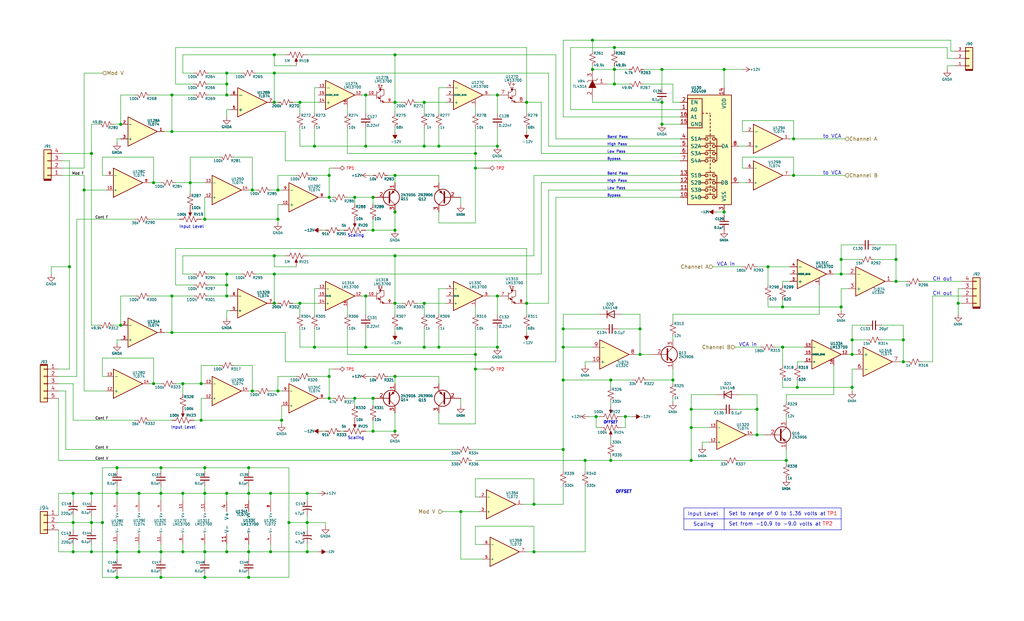
<source format=kicad_sch>
(kicad_sch (version 20231120) (generator "eeschema") (generator_version "8.0")
  (paper "USLegal")
  (lib_symbols
    (symbol "Amplifier_Operational:LM13700" (pin_names (offset 0.127))
      (property "Reference" "U117" (at 0.0711 4.4678 0))
      (property "Value" "LM13700" (at 1.3669 3.1131 0))
      (symbol "LM13700_1_1"
        (pin output line (at 7.62 0 180) (length 2.54) (name "~") (number "12"))
        (pin input line (at -7.62 2.54 0) (length 2.54) (name "-") (number "13"))
        (pin input line (at -7.62 -2.54 0) (length 2.54) (name "+") (number "14"))
        (pin input line (at -7.62 0 0) (length 2.54) (name "DIODE_BIAS") (number "15"))
        (pin input line (at 7.62 -2.54 180) (length 2.54) (name "~") (number "16"))
      )
      (symbol "LM13700_2_1"
        (text "V+" (at -2.4396 3.2071 0) (effects (font (size 0.889 0.889))))
        (pin input line (at -7.62 0 0) (length 3.81) (name "~") (number "10"))
        (pin output line (at 2.54 -2.54 180) (length 3.81) (name "~") (number "9"))
      )
      (symbol "LM13700_3_1"
        (pin input line (at 7.62 -2.54 180) (length 2.54) (name "~") (number "1"))
        (pin input line (at -7.62 0 0) (length 2.54) (name "DIODE_BIAS") (number "2"))
        (pin input line (at -7.62 -2.54 0) (length 2.54) (name "+") (number "3"))
        (pin input line (at -7.62 2.54 0) (length 2.54) (name "-") (number "4"))
        (pin output line (at 7.62 0 180) (length 2.54) (name "~") (number "5"))
      )
      (symbol "LM13700_4_0"
        (text "V+" (at -2.5792 3.2309 0) (effects (font (size 0.889 0.889))))
      )
      (symbol "LM13700_4_1"
        (pin input line (at -7.62 0 0) (length 3.81) (name "~") (number "7"))
        (pin output line (at 2.54 -2.54 180) (length 3.81) (name "~") (number "8"))
      )
      (symbol "LM13700_5_1"
        (pin power_in line (at -2.54 7.62 270) (length 3.81) (name "V+") (number "11"))
        (pin power_in line (at -2.54 -7.62 90) (length 3.81) (name "V-") (number "6"))
      )
    )
    (symbol "Amplifier_Operational:TL072" (pin_names (offset 0.127))
      (property "Reference" "U122" (at 3.8374 -3.9481 0))
      (property "Value" "TL072" (at 3.9052 -2.5932 0))
      (symbol "TL072_1_1"
        (pin output line (at 7.62 0 180) (length 2.54) (name "~") (number "1"))
        (pin input line (at -7.62 -2.54 0) (length 2.54) (name "-") (number "2"))
        (pin input line (at -7.62 2.54 0) (length 2.54) (name "+") (number "3"))
      )
      (symbol "TL072_2_1"
        (pin input line (at -7.62 2.54 0) (length 2.54) (name "+") (number "5"))
        (pin input line (at -7.62 -2.54 0) (length 2.54) (name "-") (number "6"))
        (pin output line (at 7.62 0 180) (length 2.54) (name "~") (number "7"))
      )
      (symbol "TL072_3_1"
        (pin power_in line (at -2.54 -7.62 90) (length 3.81) (name "V-") (number "4"))
        (pin power_in line (at -2.54 7.62 270) (length 3.81) (name "V+") (number "8"))
      )
    )
    (symbol "Amplifier_Operational:TL074" (pin_names (offset 0.127))
      (property "Reference" "U111" (at 3.2627 3.8301 0))
      (property "Value" "TL074" (at 3.6646 2.5298 0))
      (symbol "TL074_1_1"
        (pin output line (at 7.62 0 180) (length 2.54) (name "~") (number "1"))
        (pin input line (at -7.62 -2.54 0) (length 2.54) (name "-") (number "2"))
        (pin input line (at -7.62 2.54 0) (length 2.54) (name "+") (number "3"))
      )
      (symbol "TL074_2_1"
        (pin input line (at -7.62 2.54 0) (length 2.54) (name "+") (number "5"))
        (pin input line (at -7.62 -2.54 0) (length 2.54) (name "-") (number "6"))
        (pin output line (at 7.62 0 180) (length 2.54) (name "~") (number "7"))
      )
      (symbol "TL074_3_1"
        (pin input line (at -7.62 2.54 0) (length 2.54) (name "+") (number "10"))
        (pin output line (at 7.62 0 180) (length 2.54) (name "~") (number "8"))
        (pin input line (at -7.62 -2.54 0) (length 2.54) (name "-") (number "9"))
      )
      (symbol "TL074_4_1"
        (pin input line (at -7.62 2.54 0) (length 2.54) (name "+") (number "12"))
        (pin input line (at -7.62 -2.54 0) (length 2.54) (name "-") (number "13"))
        (pin output line (at 7.62 0 180) (length 2.54) (name "~") (number "14"))
      )
      (symbol "TL074_5_1"
        (pin power_in line (at -2.54 -7.62 90) (length 3.81) (name "V-") (number "11"))
        (pin power_in line (at -2.54 7.62 270) (length 3.81) (name "V+") (number "4"))
      )
    )
    (symbol "Connector:TestPoint_Alt" (pin_numbers hide) (pin_names (offset 0.762) hide)
      (property "Reference" "TP" (at 0 6.858 0))
      (property "Value" "TestPoint_Alt" (at 0 5.08 0))
      (symbol "TestPoint_Alt_1_1"
        (pin passive line (at 0 0 90) (length 2.54) (name "1") (number "1"))
      )
    )
    (symbol "Connector_Generic:Conn_01x03" (pin_names (offset 1.016) hide)
      (property "Reference" "J" (at 0 5.08 0))
      (property "Value" "Conn_01x03" (at 0 -5.08 0))
      (symbol "Conn_01x03_1_1"
        (pin passive line (at -5.08 2.54 0) (length 3.81) (name "Pin_1") (number "1"))
        (pin passive line (at -5.08 0 0) (length 3.81) (name "Pin_2") (number "2"))
        (pin passive line (at -5.08 -2.54 0) (length 3.81) (name "Pin_3") (number "3"))
      )
    )
    (symbol "Connector_keyed_kicad_sym:Conn_01x03" (pin_names (offset 1.016) hide)
      (property "Reference" "J" (at 0 6.35 0))
      (property "Value" "Conn_01x03" (at 0 -5.08 0))
      (symbol "Conn_01x03_1_1"
        (pin passive line (at -5.08 2.54 0) (length 3.81) (name "Pin_1") (number "1"))
        (pin passive line (at -5.08 0 0) (length 3.81) (name "Pin_2") (number "2"))
        (pin passive line (at -5.08 -2.54 0) (length 3.81) (name "Pin_3") (number "3"))
      )
    )
    (symbol "Connector_keyed_kicad_sym:Conn_01x04" (pin_names (offset 1.016) hide)
      (property "Reference" "J" (at -0.6858 5.588 0))
      (property "Value" "Conn_01x04" (at -0.1524 -7.9502 0))
      (symbol "Conn_01x04_1_1"
        (pin passive line (at -5.08 2.54 0) (length 3.81) (name "Pin_1") (number "1"))
        (pin passive line (at -5.08 0 0) (length 3.81) (name "Pin_2") (number "2"))
        (pin passive line (at -5.08 -2.54 0) (length 3.81) (name "Pin_3") (number "3"))
        (pin passive line (at -5.08 -5.08 0) (length 3.81) (name "Pin_4") (number "4"))
      )
    )
    (symbol "Connector_keyed_kicad_sym:Conn_01x05" (pin_names (offset 1.016) hide)
      (property "Reference" "J" (at 0 7.62 0))
      (property "Value" "Conn_01x05" (at 0 -7.62 0))
      (symbol "Conn_01x05_1_1"
        (pin passive line (at -5.08 5.08 0) (length 3.81) (name "Pin_1") (number "1"))
        (pin passive line (at -5.08 2.54 0) (length 3.81) (name "Pin_2") (number "2"))
        (pin passive line (at -5.08 0 0) (length 3.81) (name "Pin_3") (number "3"))
        (pin passive line (at -5.08 -2.54 0) (length 3.81) (name "Pin_4") (number "4"))
        (pin passive line (at -5.08 -5.08 0) (length 3.81) (name "Pin_5") (number "5"))
      )
    )
    (symbol "Device:C_Polarized_Small_US" (pin_numbers hide) (pin_names (offset 0.254) hide)
      (property "Reference" "C" (at 0.254 1.778 0))
      (property "Value" "C_Polarized_Small_US" (at 0.254 -2.032 0))
      (symbol "C_Polarized_Small_US_1_1"
        (pin passive line (at 0 2.54 270) (length 2.032) (name "~") (number "1"))
        (pin passive line (at 0 -2.54 90) (length 2.032) (name "~") (number "2"))
      )
    )
    (symbol "Device:C_Small" (pin_numbers hide) (pin_names (offset 0.254) hide)
      (property "Reference" "C" (at 0.254 1.778 0))
      (property "Value" "C_Small" (at 0.254 -2.032 0))
      (symbol "C_Small_1_1"
        (pin passive line (at 0 2.54 270) (length 2.032) (name "~") (number "1"))
        (pin passive line (at 0 -2.54 90) (length 2.032) (name "~") (number "2"))
      )
    )
    (symbol "Device:R_Potentiometer_US" (pin_names (offset 1.016) hide)
      (property "Reference" "RV4" (at -1.0668 0.7874 0))
      (property "Value" "5k" (at -1.6256 -0.9906 0))
      (symbol "R_Potentiometer_US_1_1"
        (pin passive line (at 0 3.81 270) (length 1.27) (name "1") (number ""))
        (pin passive line (at 3.81 0 180) (length 1.27) (name "2") (number ""))
        (pin passive line (at 0 -3.81 90) (length 1.27) (name "3") (number ""))
      )
    )
    (symbol "Device:R_Small_US" (pin_numbers hide) (pin_names (offset 0.254) hide)
      (property "Reference" "R" (at 0.762 0.508 0))
      (property "Value" "R_Small_US" (at 0.762 -1.016 0))
      (symbol "R_Small_US_1_1"
        (pin passive line (at 0 2.54 270) (length 1.016) (name "~") (number "1"))
        (pin passive line (at 0 -2.54 90) (length 1.016) (name "~") (number "2"))
      )
    )
    (symbol "Diode:1N4148" (pin_numbers hide) (pin_names hide)
      (property "Reference" "D" (at 0 2.54 0))
      (property "Value" "1N4148" (at 0 -2.54 0))
      (symbol "1N4148_1_1"
        (pin passive line (at -3.81 0 0) (length 2.54) (name "K") (number "1"))
        (pin passive line (at 3.81 0 180) (length 2.54) (name "A") (number "2"))
      )
    )
    (symbol "LM13700_1" (pin_names (offset 0.127))
      (property "Reference" "U114" (at -1.8926 6.0223 0))
      (property "Value" "LM13700" (at -1.504 4.7917 0))
      (symbol "LM13700_1_1_1"
        (pin output line (at 7.62 0 180) (length 2.54) (name "~") (number "12"))
        (pin input line (at -7.62 2.54 0) (length 2.54) (name "-") (number "13"))
        (pin input line (at -7.62 -2.54 0) (length 2.54) (name "+") (number "14"))
        (pin input line (at -7.62 0 0) (length 2.54) (name "DIODE_BIAS") (number "15"))
        (pin input line (at 2.54 -3.81 90) (length 2.54) (name "~") (number "16"))
      )
      (symbol "LM13700_1_2_1"
        (text "V+" (at -2.4366 3.3022 0) (effects (font (size 0.889 0.889))))
        (pin input line (at -7.62 0 0) (length 3.81) (name "~") (number "10"))
        (pin output line (at 2.54 -2.54 180) (length 3.81) (name "~") (number "9"))
      )
      (symbol "LM13700_1_3_1"
        (pin input line (at 2.54 -3.81 90) (length 2.54) (name "~") (number "1"))
        (pin input line (at -7.62 0 0) (length 2.54) (name "DIODE_BIAS") (number "2"))
        (pin input line (at -7.62 -2.54 0) (length 2.54) (name "+") (number "3"))
        (pin input line (at -7.62 2.54 0) (length 2.54) (name "-") (number "4"))
        (pin output line (at 7.62 0 180) (length 2.54) (name "~") (number "5"))
      )
      (symbol "LM13700_1_4_0"
        (text "V+" (at -2.54 3.81 0) (effects (font (size 1.27 1.27))))
      )
      (symbol "LM13700_1_4_1"
        (pin input line (at -7.62 0 0) (length 3.81) (name "~") (number "7"))
        (pin output line (at 2.54 -2.54 180) (length 3.81) (name "~") (number "8"))
      )
      (symbol "LM13700_1_5_1"
        (pin power_in line (at -2.54 7.62 270) (length 3.81) (name "V+") (number "11"))
        (pin power_in line (at -2.54 -7.62 90) (length 3.81) (name "V-") (number "6"))
      )
    )
    (symbol "LM13700_12" (pin_names (offset 0.127))
      (property "Reference" "U120" (at 3.0614 3.9098 0))
      (property "Value" "LM13700" (at 4.4262 2.5819 0))
      (symbol "LM13700_12_1_1"
        (pin output line (at 7.62 0 180) (length 2.54) (name "~") (number "12"))
        (pin input line (at -7.62 2.54 0) (length 2.54) (name "-") (number "13"))
        (pin input line (at -7.62 -2.54 0) (length 2.54) (name "+") (number "14"))
        (pin input line (at -7.62 0 0) (length 2.54) (name "DIODE_BIAS") (number "15"))
        (pin input line (at 2.54 -3.81 90) (length 2.54) (name "~") (number "16"))
      )
      (symbol "LM13700_12_2_1"
        (text "V+" (at -2.4061 3.3321 0) (effects (font (size 0.889 0.889))))
        (pin input line (at -7.62 0 0) (length 3.81) (name "~") (number "10"))
        (pin output line (at 2.54 -2.54 180) (length 3.81) (name "~") (number "9"))
      )
      (symbol "LM13700_12_3_1"
        (pin input line (at 2.54 -3.81 90) (length 2.54) (name "~") (number "1"))
        (pin input line (at -7.62 0 0) (length 2.54) (name "DIODE_BIAS") (number "2"))
        (pin input line (at -7.62 -2.54 0) (length 2.54) (name "+") (number "3"))
        (pin input line (at -7.62 2.54 0) (length 2.54) (name "-") (number "4"))
        (pin output line (at 7.62 0 180) (length 2.54) (name "~") (number "5"))
      )
      (symbol "LM13700_12_4_0"
        (text "V+" (at -2.4609 3.2224 0) (effects (font (size 0.889 0.889))))
      )
      (symbol "LM13700_12_4_1"
        (pin input line (at -7.62 0 0) (length 3.81) (name "~") (number "7"))
        (pin output line (at 2.54 -2.54 180) (length 3.81) (name "~") (number "8"))
      )
      (symbol "LM13700_12_5_1"
        (pin power_in line (at -2.54 7.62 270) (length 3.81) (name "V+") (number "11"))
        (pin power_in line (at -2.54 -7.62 90) (length 3.81) (name "V-") (number "6"))
      )
    )
    (symbol "LM13700_16" (pin_names (offset 0.127))
      (property "Reference" "U121" (at 1.27 3.81 0))
      (property "Value" "LM13700" (at 1.27 2.54 0))
      (symbol "LM13700_16_1_1"
        (pin output line (at 7.62 0 180) (length 2.54) (name "~") (number "12"))
        (pin input line (at -7.62 2.54 0) (length 2.54) (name "-") (number "13"))
        (pin input line (at -7.62 -2.54 0) (length 2.54) (name "+") (number "14"))
        (pin input line (at -7.62 0 0) (length 2.54) (name "DIODE_BIAS") (number "15"))
        (pin input line (at 2.54 -3.81 90) (length 2.54) (name "~") (number "16"))
      )
      (symbol "LM13700_16_2_1"
        (text "V+" (at -2.3476 3.3355 0) (effects (font (size 0.889 0.889))))
        (pin input line (at -7.62 0 0) (length 3.81) (name "~") (number "10"))
        (pin output line (at 2.54 -2.54 180) (length 3.81) (name "~") (number "9"))
      )
      (symbol "LM13700_16_3_1"
        (pin input line (at 2.54 -3.81 90) (length 2.54) (name "~") (number "1"))
        (pin input line (at -7.62 0 0) (length 2.54) (name "DIODE_BIAS") (number "2"))
        (pin input line (at -7.62 -2.54 0) (length 2.54) (name "+") (number "3"))
        (pin input line (at -7.62 2.54 0) (length 2.54) (name "-") (number "4"))
        (pin output line (at 7.62 0 180) (length 2.54) (name "~") (number "5"))
      )
      (symbol "LM13700_16_4_0"
        (text "V+" (at -2.54 3.81 0) (effects (font (size 1.27 1.27))))
      )
      (symbol "LM13700_16_4_1"
        (pin input line (at -7.62 0 0) (length 3.81) (name "~") (number "7"))
        (pin output line (at 2.54 -2.54 180) (length 3.81) (name "~") (number "8"))
      )
      (symbol "LM13700_16_5_1"
        (pin power_in line (at -2.54 7.62 270) (length 3.81) (name "V+") (number "11"))
        (pin power_in line (at -2.54 -7.62 90) (length 3.81) (name "V-") (number "6"))
      )
    )
    (symbol "LM13700_19" (pin_names (offset 0.127))
      (property "Reference" "U121" (at 1.27 3.81 0))
      (property "Value" "LM13700" (at 1.27 2.54 0))
      (symbol "LM13700_19_1_1"
        (pin output line (at 7.62 0 180) (length 2.54) (name "~") (number "12"))
        (pin input line (at -7.62 2.54 0) (length 2.54) (name "-") (number "13"))
        (pin input line (at -7.62 -2.54 0) (length 2.54) (name "+") (number "14"))
        (pin input line (at -7.62 0 0) (length 2.54) (name "DIODE_BIAS") (number "15"))
        (pin input line (at 2.54 -3.81 90) (length 2.54) (name "~") (number "16"))
      )
      (symbol "LM13700_19_2_1"
        (text "V+" (at -2.3476 3.3355 0) (effects (font (size 0.889 0.889))))
        (pin input line (at -7.62 0 0) (length 3.81) (name "~") (number "10"))
        (pin output line (at 2.54 -2.54 180) (length 3.81) (name "~") (number "9"))
      )
      (symbol "LM13700_19_3_1"
        (pin input line (at 2.54 -3.81 90) (length 2.54) (name "~") (number "1"))
        (pin input line (at -7.62 0 0) (length 2.54) (name "DIODE_BIAS") (number "2"))
        (pin input line (at -7.62 -2.54 0) (length 2.54) (name "+") (number "3"))
        (pin input line (at -7.62 2.54 0) (length 2.54) (name "-") (number "4"))
        (pin output line (at 7.62 0 180) (length 2.54) (name "~") (number "5"))
      )
      (symbol "LM13700_19_4_0"
        (text "V+" (at -2.54 3.81 0) (effects (font (size 1.27 1.27))))
      )
      (symbol "LM13700_19_4_1"
        (pin input line (at -7.62 0 0) (length 3.81) (name "~") (number "7"))
        (pin output line (at 2.54 -2.54 180) (length 3.81) (name "~") (number "8"))
      )
      (symbol "LM13700_19_5_1"
        (pin power_in line (at -2.54 7.62 270) (length 3.81) (name "V+") (number "11"))
        (pin power_in line (at -2.54 -7.62 90) (length 3.81) (name "V-") (number "6"))
      )
    )
    (symbol "LM13700_2" (pin_names (offset 0.127))
      (property "Reference" "U115" (at 2.1988 4.4295 0))
      (property "Value" "LM13700" (at 3.4991 3.1291 0))
      (symbol "LM13700_2_1_1"
        (pin output line (at 7.62 0 180) (length 2.54) (name "~") (number "12"))
        (pin input line (at -7.62 2.54 0) (length 2.54) (name "-") (number "13"))
        (pin input line (at -7.62 -2.54 0) (length 2.54) (name "+") (number "14"))
        (pin input line (at -7.62 0 0) (length 2.54) (name "BIAS") (number "15"))
        (pin input line (at 2.54 -3.81 90) (length 2.54) (name "~") (number "16"))
      )
      (symbol "LM13700_2_2_1"
        (text "V+" (at -2.54 3.81 0) (effects (font (size 1.27 1.27))))
        (pin input line (at -7.62 0 0) (length 3.81) (name "~") (number "10"))
        (pin output line (at 2.54 -2.54 180) (length 3.81) (name "~") (number "9"))
      )
      (symbol "LM13700_2_3_1"
        (pin input line (at 2.54 -3.81 90) (length 2.54) (name "~") (number "1"))
        (pin input line (at -7.62 0 0) (length 2.54) (name "BIAS") (number "2"))
        (pin input line (at -7.62 -2.54 0) (length 2.54) (name "+") (number "3"))
        (pin input line (at -7.62 2.54 0) (length 2.54) (name "-") (number "4"))
        (pin output line (at 7.62 0 180) (length 2.54) (name "~") (number "5"))
      )
      (symbol "LM13700_2_4_0"
        (text "V+" (at -2.54 3.81 0) (effects (font (size 1.27 1.27))))
      )
      (symbol "LM13700_2_4_1"
        (pin input line (at -7.62 0 0) (length 3.81) (name "~") (number "7"))
        (pin output line (at 2.54 -2.54 180) (length 3.81) (name "~") (number "8"))
      )
      (symbol "LM13700_2_5_1"
        (pin power_in line (at -2.54 7.62 270) (length 3.81) (name "V+") (number "11"))
        (pin power_in line (at -2.54 -7.62 90) (length 3.81) (name "V-") (number "6"))
      )
    )
    (symbol "LM13700_3" (pin_names (offset 0.127))
      (property "Reference" "U115" (at 2.1988 4.4295 0))
      (property "Value" "LM13700" (at 3.4991 3.1291 0))
      (symbol "LM13700_3_1_1"
        (pin output line (at 7.62 0 180) (length 2.54) (name "~") (number "12"))
        (pin input line (at -7.62 2.54 0) (length 2.54) (name "-") (number "13"))
        (pin input line (at -7.62 -2.54 0) (length 2.54) (name "+") (number "14"))
        (pin input line (at -7.62 0 0) (length 2.54) (name "BIAS") (number "15"))
        (pin input line (at 2.54 -3.81 90) (length 2.54) (name "~") (number "16"))
      )
      (symbol "LM13700_3_2_1"
        (text "V+" (at -2.54 3.81 0) (effects (font (size 1.27 1.27))))
        (pin input line (at -7.62 0 0) (length 3.81) (name "~") (number "10"))
        (pin output line (at 2.54 -2.54 180) (length 3.81) (name "~") (number "9"))
      )
      (symbol "LM13700_3_3_1"
        (pin input line (at 2.54 -3.81 90) (length 2.54) (name "~") (number "1"))
        (pin input line (at -7.62 0 0) (length 2.54) (name "BIAS") (number "2"))
        (pin input line (at -7.62 -2.54 0) (length 2.54) (name "+") (number "3"))
        (pin input line (at -7.62 2.54 0) (length 2.54) (name "-") (number "4"))
        (pin output line (at 7.62 0 180) (length 2.54) (name "~") (number "5"))
      )
      (symbol "LM13700_3_4_0"
        (text "V+" (at -2.54 3.81 0) (effects (font (size 1.27 1.27))))
      )
      (symbol "LM13700_3_4_1"
        (pin input line (at -7.62 0 0) (length 3.81) (name "~") (number "7"))
        (pin output line (at 2.54 -2.54 180) (length 3.81) (name "~") (number "8"))
      )
      (symbol "LM13700_3_5_1"
        (pin power_in line (at -2.54 7.62 270) (length 3.81) (name "V+") (number "11"))
        (pin power_in line (at -2.54 -7.62 90) (length 3.81) (name "V-") (number "6"))
      )
    )
    (symbol "LM13700_4" (pin_names (offset 0.127))
      (property "Reference" "U115" (at 2.1988 4.4295 0))
      (property "Value" "LM13700" (at 3.4991 3.1291 0))
      (symbol "LM13700_4_1_1"
        (pin output line (at 7.62 0 180) (length 2.54) (name "~") (number "12"))
        (pin input line (at -7.62 2.54 0) (length 2.54) (name "-") (number "13"))
        (pin input line (at -7.62 -2.54 0) (length 2.54) (name "+") (number "14"))
        (pin input line (at -7.62 0 0) (length 2.54) (name "BIAS") (number "15"))
        (pin input line (at 2.54 -3.81 90) (length 2.54) (name "~") (number "16"))
      )
      (symbol "LM13700_4_2_1"
        (text "V+" (at -2.54 3.81 0) (effects (font (size 1.27 1.27))))
        (pin input line (at -7.62 0 0) (length 3.81) (name "~") (number "10"))
        (pin output line (at 2.54 -2.54 180) (length 3.81) (name "~") (number "9"))
      )
      (symbol "LM13700_4_3_1"
        (pin input line (at 2.54 -3.81 90) (length 2.54) (name "~") (number "1"))
        (pin input line (at -7.62 0 0) (length 2.54) (name "BIAS") (number "2"))
        (pin input line (at -7.62 -2.54 0) (length 2.54) (name "+") (number "3"))
        (pin input line (at -7.62 2.54 0) (length 2.54) (name "-") (number "4"))
        (pin output line (at 7.62 0 180) (length 2.54) (name "~") (number "5"))
      )
      (symbol "LM13700_4_4_0"
        (text "V+" (at -2.54 3.81 0) (effects (font (size 1.27 1.27))))
      )
      (symbol "LM13700_4_4_1"
        (pin input line (at -7.62 0 0) (length 3.81) (name "~") (number "7"))
        (pin output line (at 2.54 -2.54 180) (length 3.81) (name "~") (number "8"))
      )
      (symbol "LM13700_4_5_1"
        (pin power_in line (at -2.54 7.62 270) (length 3.81) (name "V+") (number "11"))
        (pin power_in line (at -2.54 -7.62 90) (length 3.81) (name "V-") (number "6"))
      )
    )
    (symbol "LM13700_5" (pin_names (offset 0.127))
      (property "Reference" "U114" (at -1.8926 6.0223 0))
      (property "Value" "LM13700" (at -1.504 4.7917 0))
      (symbol "LM13700_5_1_1"
        (pin output line (at 7.62 0 180) (length 2.54) (name "~") (number "12"))
        (pin input line (at -7.62 2.54 0) (length 2.54) (name "-") (number "13"))
        (pin input line (at -7.62 -2.54 0) (length 2.54) (name "+") (number "14"))
        (pin input line (at -7.62 0 0) (length 2.54) (name "DIODE_BIAS") (number "15"))
        (pin input line (at 2.54 -3.81 90) (length 2.54) (name "~") (number "16"))
      )
      (symbol "LM13700_5_2_1"
        (text "V+" (at -2.4366 3.3022 0) (effects (font (size 0.889 0.889))))
        (pin input line (at -7.62 0 0) (length 3.81) (name "~") (number "10"))
        (pin output line (at 2.54 -2.54 180) (length 3.81) (name "~") (number "9"))
      )
      (symbol "LM13700_5_3_1"
        (pin input line (at 2.54 -3.81 90) (length 2.54) (name "~") (number "1"))
        (pin input line (at -7.62 0 0) (length 2.54) (name "DIODE_BIAS") (number "2"))
        (pin input line (at -7.62 -2.54 0) (length 2.54) (name "+") (number "3"))
        (pin input line (at -7.62 2.54 0) (length 2.54) (name "-") (number "4"))
        (pin output line (at 7.62 0 180) (length 2.54) (name "~") (number "5"))
      )
      (symbol "LM13700_5_4_0"
        (text "V+" (at -2.54 3.81 0) (effects (font (size 1.27 1.27))))
      )
      (symbol "LM13700_5_4_1"
        (pin input line (at -7.62 0 0) (length 3.81) (name "~") (number "7"))
        (pin output line (at 2.54 -2.54 180) (length 3.81) (name "~") (number "8"))
      )
      (symbol "LM13700_5_5_1"
        (pin power_in line (at -2.54 7.62 270) (length 3.81) (name "V+") (number "11"))
        (pin power_in line (at -2.54 -7.62 90) (length 3.81) (name "V-") (number "6"))
      )
    )
    (symbol "LM13700_6" (pin_names (offset 0.127))
      (property "Reference" "U114" (at -1.8926 6.0223 0))
      (property "Value" "LM13700" (at -1.504 4.7917 0))
      (symbol "LM13700_6_1_1"
        (pin output line (at 7.62 0 180) (length 2.54) (name "~") (number "12"))
        (pin input line (at -7.62 2.54 0) (length 2.54) (name "-") (number "13"))
        (pin input line (at -7.62 -2.54 0) (length 2.54) (name "+") (number "14"))
        (pin input line (at -7.62 0 0) (length 2.54) (name "DIODE_BIAS") (number "15"))
        (pin input line (at 2.54 -3.81 90) (length 2.54) (name "~") (number "16"))
      )
      (symbol "LM13700_6_2_1"
        (text "V+" (at -2.4366 3.3022 0) (effects (font (size 0.889 0.889))))
        (pin input line (at -7.62 0 0) (length 3.81) (name "~") (number "10"))
        (pin output line (at 2.54 -2.54 180) (length 3.81) (name "~") (number "9"))
      )
      (symbol "LM13700_6_3_1"
        (pin input line (at 2.54 -3.81 90) (length 2.54) (name "~") (number "1"))
        (pin input line (at -7.62 0 0) (length 2.54) (name "DIODE_BIAS") (number "2"))
        (pin input line (at -7.62 -2.54 0) (length 2.54) (name "+") (number "3"))
        (pin input line (at -7.62 2.54 0) (length 2.54) (name "-") (number "4"))
        (pin output line (at 7.62 0 180) (length 2.54) (name "~") (number "5"))
      )
      (symbol "LM13700_6_4_0"
        (text "V+" (at -2.54 3.81 0) (effects (font (size 1.27 1.27))))
      )
      (symbol "LM13700_6_4_1"
        (pin input line (at -7.62 0 0) (length 3.81) (name "~") (number "7"))
        (pin output line (at 2.54 -2.54 180) (length 3.81) (name "~") (number "8"))
      )
      (symbol "LM13700_6_5_1"
        (pin power_in line (at -2.54 7.62 270) (length 3.81) (name "V+") (number "11"))
        (pin power_in line (at -2.54 -7.62 90) (length 3.81) (name "V-") (number "6"))
      )
    )
    (symbol "LM13700_7" (pin_names (offset 0.127))
      (property "Reference" "U114" (at -1.8926 6.0223 0))
      (property "Value" "LM13700" (at -1.504 4.7917 0))
      (symbol "LM13700_7_1_1"
        (pin output line (at 7.62 0 180) (length 2.54) (name "~") (number "12"))
        (pin input line (at -7.62 2.54 0) (length 2.54) (name "-") (number "13"))
        (pin input line (at -7.62 -2.54 0) (length 2.54) (name "+") (number "14"))
        (pin input line (at -7.62 0 0) (length 2.54) (name "DIODE_BIAS") (number "15"))
        (pin input line (at 2.54 -3.81 90) (length 2.54) (name "~") (number "16"))
      )
      (symbol "LM13700_7_2_1"
        (text "V+" (at -2.4366 3.3022 0) (effects (font (size 0.889 0.889))))
        (pin input line (at -7.62 0 0) (length 3.81) (name "~") (number "10"))
        (pin output line (at 2.54 -2.54 180) (length 3.81) (name "~") (number "9"))
      )
      (symbol "LM13700_7_3_1"
        (pin input line (at 2.54 -3.81 90) (length 2.54) (name "~") (number "1"))
        (pin input line (at -7.62 0 0) (length 2.54) (name "DIODE_BIAS") (number "2"))
        (pin input line (at -7.62 -2.54 0) (length 2.54) (name "+") (number "3"))
        (pin input line (at -7.62 2.54 0) (length 2.54) (name "-") (number "4"))
        (pin output line (at 7.62 0 180) (length 2.54) (name "~") (number "5"))
      )
      (symbol "LM13700_7_4_0"
        (text "V+" (at -2.54 3.81 0) (effects (font (size 1.27 1.27))))
      )
      (symbol "LM13700_7_4_1"
        (pin input line (at -7.62 0 0) (length 3.81) (name "~") (number "7"))
        (pin output line (at 2.54 -2.54 180) (length 3.81) (name "~") (number "8"))
      )
      (symbol "LM13700_7_5_1"
        (pin power_in line (at -2.54 7.62 270) (length 3.81) (name "V+") (number "11"))
        (pin power_in line (at -2.54 -7.62 90) (length 3.81) (name "V-") (number "6"))
      )
    )
    (symbol "LM13700_8" (pin_names (offset 0.127))
      (property "Reference" "U114" (at -1.8926 6.0223 0))
      (property "Value" "LM13700" (at -1.504 4.7917 0))
      (symbol "LM13700_8_1_1"
        (pin output line (at 7.62 0 180) (length 2.54) (name "~") (number "12"))
        (pin input line (at -7.62 2.54 0) (length 2.54) (name "-") (number "13"))
        (pin input line (at -7.62 -2.54 0) (length 2.54) (name "+") (number "14"))
        (pin input line (at -7.62 0 0) (length 2.54) (name "DIODE_BIAS") (number "15"))
        (pin input line (at 2.54 -3.81 90) (length 2.54) (name "~") (number "16"))
      )
      (symbol "LM13700_8_2_1"
        (text "V+" (at -2.4366 3.3022 0) (effects (font (size 0.889 0.889))))
        (pin input line (at -7.62 0 0) (length 3.81) (name "~") (number "10"))
        (pin output line (at 2.54 -2.54 180) (length 3.81) (name "~") (number "9"))
      )
      (symbol "LM13700_8_3_1"
        (pin input line (at 2.54 -3.81 90) (length 2.54) (name "~") (number "1"))
        (pin input line (at -7.62 0 0) (length 2.54) (name "DIODE_BIAS") (number "2"))
        (pin input line (at -7.62 -2.54 0) (length 2.54) (name "+") (number "3"))
        (pin input line (at -7.62 2.54 0) (length 2.54) (name "-") (number "4"))
        (pin output line (at 7.62 0 180) (length 2.54) (name "~") (number "5"))
      )
      (symbol "LM13700_8_4_0"
        (text "V+" (at -2.54 3.81 0) (effects (font (size 1.27 1.27))))
      )
      (symbol "LM13700_8_4_1"
        (pin input line (at -7.62 0 0) (length 3.81) (name "~") (number "7"))
        (pin output line (at 2.54 -2.54 180) (length 3.81) (name "~") (number "8"))
      )
      (symbol "LM13700_8_5_1"
        (pin power_in line (at -2.54 7.62 270) (length 3.81) (name "V+") (number "11"))
        (pin power_in line (at -2.54 -7.62 90) (length 3.81) (name "V-") (number "6"))
      )
    )
    (symbol "LM13700_9" (pin_names (offset 0.127))
      (property "Reference" "U117" (at 0.0711 4.4678 0))
      (property "Value" "LM13700" (at 1.3669 3.1131 0))
      (symbol "LM13700_9_1_1"
        (pin output line (at 7.62 0 180) (length 2.54) (name "~") (number "12"))
        (pin input line (at -7.62 2.54 0) (length 2.54) (name "-") (number "13"))
        (pin input line (at -7.62 -2.54 0) (length 2.54) (name "+") (number "14"))
        (pin input line (at -7.62 0 0) (length 2.54) (name "DIODE_BIAS") (number "15"))
        (pin input line (at 7.62 -2.54 180) (length 2.54) (name "~") (number "16"))
      )
      (symbol "LM13700_9_2_1"
        (text "V+" (at -2.4396 3.2071 0) (effects (font (size 0.889 0.889))))
        (pin input line (at -7.62 0 0) (length 3.81) (name "~") (number "10"))
        (pin output line (at 2.54 -2.54 180) (length 3.81) (name "~") (number "9"))
      )
      (symbol "LM13700_9_3_1"
        (pin input line (at 7.62 -2.54 180) (length 2.54) (name "~") (number "1"))
        (pin input line (at -7.62 0 0) (length 2.54) (name "DIODE_BIAS") (number "2"))
        (pin input line (at -7.62 -2.54 0) (length 2.54) (name "+") (number "3"))
        (pin input line (at -7.62 2.54 0) (length 2.54) (name "-") (number "4"))
        (pin output line (at 7.62 0 180) (length 2.54) (name "~") (number "5"))
      )
      (symbol "LM13700_9_4_0"
        (text "V+" (at -2.5792 3.2309 0) (effects (font (size 0.889 0.889))))
      )
      (symbol "LM13700_9_4_1"
        (pin input line (at -7.62 0 0) (length 3.81) (name "~") (number "7"))
        (pin output line (at 2.54 -2.54 180) (length 3.81) (name "~") (number "8"))
      )
      (symbol "LM13700_9_5_1"
        (pin power_in line (at -2.54 7.62 270) (length 3.81) (name "V+") (number "11"))
        (pin power_in line (at -2.54 -7.62 90) (length 3.81) (name "V-") (number "6"))
      )
    )
    (symbol "STRN_Lab:ADG409" (pin_names (offset 1.016))
      (property "Reference" "U116" (at -7.62 21.59 0))
      (property "Value" "ADG409" (at -7.62 20.32 0))
      (symbol "ADG409_1_1"
        (pin input line (at -11.43 13.97 0) (length 2.54) (name "A0") (number "1"))
        (pin bidirectional line (at -11.43 -16.51 0) (length 2.54) (name "S4B") (number "10"))
        (pin bidirectional line (at -11.43 -13.97 0) (length 2.54) (name "S3B") (number "11"))
        (pin bidirectional line (at -11.43 -11.43 0) (length 2.54) (name "S2B") (number "12"))
        (pin bidirectional line (at -11.43 -8.89 0) (length 2.54) (name "S1B") (number "13"))
        (pin power_in line (at 3.81 21.59 270) (length 2.54) (name "VDD") (number "14"))
        (pin power_in line (at -11.43 8.89 0) (length 2.54) (name "GND") (number "15"))
        (pin input line (at -11.43 11.43 0) (length 2.54) (name "A1") (number "16"))
        (pin input line (at -11.43 16.51 0) (length 2.54) (name "EN") (number "2"))
        (pin power_in line (at 3.81 -21.59 90) (length 2.54) (name "VSS") (number "3"))
        (pin bidirectional line (at -11.43 3.81 0) (length 2.54) (name "S1A") (number "4"))
        (pin bidirectional line (at -11.43 1.27 0) (length 2.54) (name "S2A") (number "5"))
        (pin bidirectional line (at -11.43 -1.27 0) (length 2.54) (name "S3A") (number "6"))
        (pin bidirectional line (at -11.43 -3.81 0) (length 2.54) (name "S4A") (number "7"))
        (pin bidirectional line (at 8.89 1.27 180) (length 2.54) (name "DA") (number "8"))
        (pin bidirectional line (at 8.89 -11.43 180) (length 2.54) (name "DB") (number "9"))
      )
    )
    (symbol "TL072_1" (pin_names (offset 0.127))
      (property "Reference" "U122" (at 3.8374 -3.9481 0))
      (property "Value" "TL072" (at 3.9052 -2.5932 0))
      (symbol "TL072_1_1_1"
        (pin output line (at 7.62 0 180) (length 2.54) (name "~") (number "1"))
        (pin input line (at -7.62 -2.54 0) (length 2.54) (name "-") (number "2"))
        (pin input line (at -7.62 2.54 0) (length 2.54) (name "+") (number "3"))
      )
      (symbol "TL072_1_2_1"
        (pin input line (at -7.62 2.54 0) (length 2.54) (name "+") (number "5"))
        (pin input line (at -7.62 -2.54 0) (length 2.54) (name "-") (number "6"))
        (pin output line (at 7.62 0 180) (length 2.54) (name "~") (number "7"))
      )
      (symbol "TL072_1_3_1"
        (pin power_in line (at -2.54 -7.62 90) (length 3.81) (name "V-") (number "4"))
        (pin power_in line (at -2.54 7.62 270) (length 3.81) (name "V+") (number "8"))
      )
    )
    (symbol "TL072_2" (pin_names (offset 0.127))
      (property "Reference" "U122" (at 3.8374 -3.9481 0))
      (property "Value" "TL072" (at 3.9052 -2.5932 0))
      (symbol "TL072_2_1_1"
        (pin output line (at 7.62 0 180) (length 2.54) (name "~") (number "1"))
        (pin input line (at -7.62 -2.54 0) (length 2.54) (name "-") (number "2"))
        (pin input line (at -7.62 2.54 0) (length 2.54) (name "+") (number "3"))
      )
      (symbol "TL072_2_2_1"
        (pin input line (at -7.62 2.54 0) (length 2.54) (name "+") (number "5"))
        (pin input line (at -7.62 -2.54 0) (length 2.54) (name "-") (number "6"))
        (pin output line (at 7.62 0 180) (length 2.54) (name "~") (number "7"))
      )
      (symbol "TL072_2_3_1"
        (pin power_in line (at -2.54 -7.62 90) (length 3.81) (name "V-") (number "4"))
        (pin power_in line (at -2.54 7.62 270) (length 3.81) (name "V+") (number "8"))
      )
    )
    (symbol "TL074_1" (pin_names (offset 0.127))
      (property "Reference" "U112" (at -2.3677 0.703 0))
      (property "Value" "TL074" (at -2.421 -0.6289 0))
      (symbol "TL074_1_1_1"
        (pin output line (at 7.62 0 180) (length 2.54) (name "~") (number "1"))
        (pin input line (at -7.62 -2.54 0) (length 2.54) (name "-") (number "2"))
        (pin input line (at -7.62 2.54 0) (length 2.54) (name "+") (number "3"))
      )
      (symbol "TL074_1_2_1"
        (pin input line (at -7.62 2.54 0) (length 2.54) (name "+") (number "5"))
        (pin input line (at -7.62 -2.54 0) (length 2.54) (name "-") (number "6"))
        (pin output line (at 7.62 0 180) (length 2.54) (name "~") (number "7"))
      )
      (symbol "TL074_1_3_1"
        (pin input line (at -7.62 2.54 0) (length 2.54) (name "+") (number "10"))
        (pin output line (at 7.62 0 180) (length 2.54) (name "~") (number "8"))
        (pin input line (at -7.62 -2.54 0) (length 2.54) (name "-") (number "9"))
      )
      (symbol "TL074_1_4_1"
        (pin input line (at -7.62 2.54 0) (length 2.54) (name "+") (number "12"))
        (pin input line (at -7.62 -2.54 0) (length 2.54) (name "-") (number "13"))
        (pin output line (at 7.62 0 180) (length 2.54) (name "~") (number "14"))
      )
      (symbol "TL074_1_5_1"
        (pin power_in line (at -2.54 -7.62 90) (length 3.81) (name "V-") (number "11"))
        (pin power_in line (at -2.54 7.62 270) (length 3.81) (name "V+") (number "4"))
      )
    )
    (symbol "TL074_10" (pin_names (offset 0.127))
      (property "Reference" "U113" (at 3.9483 -3.4046 0))
      (property "Value" "TL074" (at 4.1375 -2.1515 0))
      (symbol "TL074_10_1_1"
        (pin output line (at 7.62 0 180) (length 2.54) (name "~") (number "1"))
        (pin input line (at -7.62 -2.54 0) (length 2.54) (name "-") (number "2"))
        (pin input line (at -7.62 2.54 0) (length 2.54) (name "+") (number "3"))
      )
      (symbol "TL074_10_2_1"
        (pin input line (at -7.62 2.54 0) (length 2.54) (name "+") (number "5"))
        (pin input line (at -7.62 -2.54 0) (length 2.54) (name "-") (number "6"))
        (pin output line (at 7.62 0 180) (length 2.54) (name "~") (number "7"))
      )
      (symbol "TL074_10_3_1"
        (pin input line (at -7.62 2.54 0) (length 2.54) (name "+") (number "10"))
        (pin output line (at 7.62 0 180) (length 2.54) (name "~") (number "8"))
        (pin input line (at -7.62 -2.54 0) (length 2.54) (name "-") (number "9"))
      )
      (symbol "TL074_10_4_1"
        (pin input line (at -7.62 2.54 0) (length 2.54) (name "+") (number "12"))
        (pin input line (at -7.62 -2.54 0) (length 2.54) (name "-") (number "13"))
        (pin output line (at 7.62 0 180) (length 2.54) (name "~") (number "14"))
      )
      (symbol "TL074_10_5_1"
        (pin power_in line (at -2.54 -7.62 90) (length 3.81) (name "V-") (number "11"))
        (pin power_in line (at -2.54 7.62 270) (length 3.81) (name "V+") (number "4"))
      )
    )
    (symbol "TL074_11" (pin_names (offset 0.127))
      (property "Reference" "U112" (at 2.908 4.0748 0))
      (property "Value" "TL074" (at 3.2154 2.7508 0))
      (symbol "TL074_11_1_1"
        (pin output line (at 7.62 0 180) (length 2.54) (name "~") (number "1"))
        (pin input line (at -7.62 -2.54 0) (length 2.54) (name "-") (number "2"))
        (pin input line (at -7.62 2.54 0) (length 2.54) (name "+") (number "3"))
      )
      (symbol "TL074_11_2_1"
        (pin input line (at -7.62 2.54 0) (length 2.54) (name "+") (number "5"))
        (pin input line (at -7.62 -2.54 0) (length 2.54) (name "-") (number "6"))
        (pin output line (at 7.62 0 180) (length 2.54) (name "~") (number "7"))
      )
      (symbol "TL074_11_3_1"
        (pin input line (at -7.62 2.54 0) (length 2.54) (name "+") (number "10"))
        (pin output line (at 7.62 0 180) (length 2.54) (name "~") (number "8"))
        (pin input line (at -7.62 -2.54 0) (length 2.54) (name "-") (number "9"))
      )
      (symbol "TL074_11_4_1"
        (pin input line (at -7.62 2.54 0) (length 2.54) (name "+") (number "12"))
        (pin input line (at -7.62 -2.54 0) (length 2.54) (name "-") (number "13"))
        (pin output line (at 7.62 0 180) (length 2.54) (name "~") (number "14"))
      )
      (symbol "TL074_11_5_1"
        (pin power_in line (at -2.54 -7.62 90) (length 3.81) (name "V-") (number "11"))
        (pin power_in line (at -2.54 7.62 270) (length 3.81) (name "V+") (number "4"))
      )
    )
    (symbol "TL074_12" (pin_names (offset 0.127))
      (property "Reference" "U112" (at -2.3677 0.703 0))
      (property "Value" "TL074" (at -2.421 -0.6289 0))
      (symbol "TL074_12_1_1"
        (pin output line (at 7.62 0 180) (length 2.54) (name "~") (number "1"))
        (pin input line (at -7.62 -2.54 0) (length 2.54) (name "-") (number "2"))
        (pin input line (at -7.62 2.54 0) (length 2.54) (name "+") (number "3"))
      )
      (symbol "TL074_12_2_1"
        (pin input line (at -7.62 2.54 0) (length 2.54) (name "+") (number "5"))
        (pin input line (at -7.62 -2.54 0) (length 2.54) (name "-") (number "6"))
        (pin output line (at 7.62 0 180) (length 2.54) (name "~") (number "7"))
      )
      (symbol "TL074_12_3_1"
        (pin input line (at -7.62 2.54 0) (length 2.54) (name "+") (number "10"))
        (pin output line (at 7.62 0 180) (length 2.54) (name "~") (number "8"))
        (pin input line (at -7.62 -2.54 0) (length 2.54) (name "-") (number "9"))
      )
      (symbol "TL074_12_4_1"
        (pin input line (at -7.62 2.54 0) (length 2.54) (name "+") (number "12"))
        (pin input line (at -7.62 -2.54 0) (length 2.54) (name "-") (number "13"))
        (pin output line (at 7.62 0 180) (length 2.54) (name "~") (number "14"))
      )
      (symbol "TL074_12_5_1"
        (pin power_in line (at -2.54 -7.62 90) (length 3.81) (name "V-") (number "11"))
        (pin power_in line (at -2.54 7.62 270) (length 3.81) (name "V+") (number "4"))
      )
    )
    (symbol "TL074_13" (pin_names (offset 0.127))
      (property "Reference" "U112" (at 2.908 4.0748 0))
      (property "Value" "TL074" (at 3.2154 2.7508 0))
      (symbol "TL074_13_1_1"
        (pin output line (at 7.62 0 180) (length 2.54) (name "~") (number "1"))
        (pin input line (at -7.62 -2.54 0) (length 2.54) (name "-") (number "2"))
        (pin input line (at -7.62 2.54 0) (length 2.54) (name "+") (number "3"))
      )
      (symbol "TL074_13_2_1"
        (pin input line (at -7.62 2.54 0) (length 2.54) (name "+") (number "5"))
        (pin input line (at -7.62 -2.54 0) (length 2.54) (name "-") (number "6"))
        (pin output line (at 7.62 0 180) (length 2.54) (name "~") (number "7"))
      )
      (symbol "TL074_13_3_1"
        (pin input line (at -7.62 2.54 0) (length 2.54) (name "+") (number "10"))
        (pin output line (at 7.62 0 180) (length 2.54) (name "~") (number "8"))
        (pin input line (at -7.62 -2.54 0) (length 2.54) (name "-") (number "9"))
      )
      (symbol "TL074_13_4_1"
        (pin input line (at -7.62 2.54 0) (length 2.54) (name "+") (number "12"))
        (pin input line (at -7.62 -2.54 0) (length 2.54) (name "-") (number "13"))
        (pin output line (at 7.62 0 180) (length 2.54) (name "~") (number "14"))
      )
      (symbol "TL074_13_5_1"
        (pin power_in line (at -2.54 -7.62 90) (length 3.81) (name "V-") (number "11"))
        (pin power_in line (at -2.54 7.62 270) (length 3.81) (name "V+") (number "4"))
      )
    )
    (symbol "TL074_14" (pin_names (offset 0.127))
      (property "Reference" "U112" (at 2.908 4.0748 0))
      (property "Value" "TL074" (at 3.2154 2.7508 0))
      (symbol "TL074_14_1_1"
        (pin output line (at 7.62 0 180) (length 2.54) (name "~") (number "1"))
        (pin input line (at -7.62 -2.54 0) (length 2.54) (name "-") (number "2"))
        (pin input line (at -7.62 2.54 0) (length 2.54) (name "+") (number "3"))
      )
      (symbol "TL074_14_2_1"
        (pin input line (at -7.62 2.54 0) (length 2.54) (name "+") (number "5"))
        (pin input line (at -7.62 -2.54 0) (length 2.54) (name "-") (number "6"))
        (pin output line (at 7.62 0 180) (length 2.54) (name "~") (number "7"))
      )
      (symbol "TL074_14_3_1"
        (pin input line (at -7.62 2.54 0) (length 2.54) (name "+") (number "10"))
        (pin output line (at 7.62 0 180) (length 2.54) (name "~") (number "8"))
        (pin input line (at -7.62 -2.54 0) (length 2.54) (name "-") (number "9"))
      )
      (symbol "TL074_14_4_1"
        (pin input line (at -7.62 2.54 0) (length 2.54) (name "+") (number "12"))
        (pin input line (at -7.62 -2.54 0) (length 2.54) (name "-") (number "13"))
        (pin output line (at 7.62 0 180) (length 2.54) (name "~") (number "14"))
      )
      (symbol "TL074_14_5_1"
        (pin power_in line (at -2.54 -7.62 90) (length 3.81) (name "V-") (number "11"))
        (pin power_in line (at -2.54 7.62 270) (length 3.81) (name "V+") (number "4"))
      )
    )
    (symbol "TL074_15" (pin_names (offset 0.127))
      (property "Reference" "U112" (at 2.908 4.0748 0))
      (property "Value" "TL074" (at 3.2154 2.7508 0))
      (symbol "TL074_15_1_1"
        (pin output line (at 7.62 0 180) (length 2.54) (name "~") (number "1"))
        (pin input line (at -7.62 -2.54 0) (length 2.54) (name "-") (number "2"))
        (pin input line (at -7.62 2.54 0) (length 2.54) (name "+") (number "3"))
      )
      (symbol "TL074_15_2_1"
        (pin input line (at -7.62 2.54 0) (length 2.54) (name "+") (number "5"))
        (pin input line (at -7.62 -2.54 0) (length 2.54) (name "-") (number "6"))
        (pin output line (at 7.62 0 180) (length 2.54) (name "~") (number "7"))
      )
      (symbol "TL074_15_3_1"
        (pin input line (at -7.62 2.54 0) (length 2.54) (name "+") (number "10"))
        (pin output line (at 7.62 0 180) (length 2.54) (name "~") (number "8"))
        (pin input line (at -7.62 -2.54 0) (length 2.54) (name "-") (number "9"))
      )
      (symbol "TL074_15_4_1"
        (pin input line (at -7.62 2.54 0) (length 2.54) (name "+") (number "12"))
        (pin input line (at -7.62 -2.54 0) (length 2.54) (name "-") (number "13"))
        (pin output line (at 7.62 0 180) (length 2.54) (name "~") (number "14"))
      )
      (symbol "TL074_15_5_1"
        (pin power_in line (at -2.54 -7.62 90) (length 3.81) (name "V-") (number "11"))
        (pin power_in line (at -2.54 7.62 270) (length 3.81) (name "V+") (number "4"))
      )
    )
    (symbol "TL074_16" (pin_names (offset 0.127))
      (property "Reference" "U125" (at 2.658 3.8667 0))
      (property "Value" "TL074" (at 3.0251 2.7246 0))
      (symbol "TL074_16_1_1"
        (pin output line (at 7.62 0 180) (length 2.54) (name "~") (number "1"))
        (pin input line (at -7.62 -2.54 0) (length 2.54) (name "-") (number "2"))
        (pin input line (at -7.62 2.54 0) (length 2.54) (name "+") (number "3"))
      )
      (symbol "TL074_16_2_1"
        (pin input line (at -7.62 2.54 0) (length 2.54) (name "+") (number "5"))
        (pin input line (at -7.62 -2.54 0) (length 2.54) (name "-") (number "6"))
        (pin output line (at 7.62 0 180) (length 2.54) (name "~") (number "7"))
      )
      (symbol "TL074_16_3_1"
        (pin input line (at -7.62 2.54 0) (length 2.54) (name "+") (number "10"))
        (pin output line (at 7.62 0 180) (length 2.54) (name "~") (number "8"))
        (pin input line (at -7.62 -2.54 0) (length 2.54) (name "-") (number "9"))
      )
      (symbol "TL074_16_4_1"
        (pin input line (at -7.62 -2.54 0) (length 2.54) (name "+") (number "12"))
        (pin input line (at -7.62 2.54 0) (length 2.54) (name "-") (number "13"))
        (pin output line (at 7.62 0 180) (length 2.54) (name "~") (number "14"))
      )
      (symbol "TL074_16_5_1"
        (pin power_in line (at -2.54 -7.62 90) (length 3.81) (name "V-") (number "11"))
        (pin power_in line (at -2.54 7.62 270) (length 3.81) (name "V+") (number "4"))
      )
    )
    (symbol "TL074_17" (pin_names (offset 0.127))
      (property "Reference" "U127" (at 3.81 3.81 0))
      (property "Value" "TL074" (at 3.81 2.54 0))
      (symbol "TL074_17_1_1"
        (pin output line (at 7.62 0 180) (length 2.54) (name "~") (number "1"))
        (pin input line (at -7.62 -2.54 0) (length 2.54) (name "-") (number "2"))
        (pin input line (at -7.62 2.54 0) (length 2.54) (name "+") (number "3"))
      )
      (symbol "TL074_17_2_1"
        (pin input line (at -7.62 -2.54 0) (length 2.54) (name "+") (number "5"))
        (pin input line (at -7.62 2.54 0) (length 2.54) (name "-") (number "6"))
        (pin output line (at 7.62 0 180) (length 2.54) (name "~") (number "7"))
      )
      (symbol "TL074_17_3_1"
        (pin input line (at -7.62 2.54 0) (length 2.54) (name "+") (number "10"))
        (pin output line (at 7.62 0 180) (length 2.54) (name "~") (number "8"))
        (pin input line (at -7.62 -2.54 0) (length 2.54) (name "-") (number "9"))
      )
      (symbol "TL074_17_4_1"
        (pin input line (at -7.62 2.54 0) (length 2.54) (name "+") (number "12"))
        (pin input line (at -7.62 -2.54 0) (length 2.54) (name "-") (number "13"))
        (pin output line (at 7.62 0 180) (length 2.54) (name "~") (number "14"))
      )
      (symbol "TL074_17_5_1"
        (pin power_in line (at -2.54 -7.62 90) (length 3.81) (name "V-") (number "11"))
        (pin power_in line (at -2.54 7.62 270) (length 3.81) (name "V+") (number "4"))
      )
    )
    (symbol "TL074_18" (pin_names (offset 0.127))
      (property "Reference" "U125" (at 2.658 3.8667 0))
      (property "Value" "TL074" (at 3.0251 2.7246 0))
      (symbol "TL074_18_1_1"
        (pin output line (at 7.62 0 180) (length 2.54) (name "~") (number "1"))
        (pin input line (at -7.62 -2.54 0) (length 2.54) (name "-") (number "2"))
        (pin input line (at -7.62 2.54 0) (length 2.54) (name "+") (number "3"))
      )
      (symbol "TL074_18_2_1"
        (pin input line (at -7.62 2.54 0) (length 2.54) (name "+") (number "5"))
        (pin input line (at -7.62 -2.54 0) (length 2.54) (name "-") (number "6"))
        (pin output line (at 7.62 0 180) (length 2.54) (name "~") (number "7"))
      )
      (symbol "TL074_18_3_1"
        (pin input line (at -7.62 2.54 0) (length 2.54) (name "+") (number "10"))
        (pin output line (at 7.62 0 180) (length 2.54) (name "~") (number "8"))
        (pin input line (at -7.62 -2.54 0) (length 2.54) (name "-") (number "9"))
      )
      (symbol "TL074_18_4_1"
        (pin input line (at -7.62 -2.54 0) (length 2.54) (name "+") (number "12"))
        (pin input line (at -7.62 2.54 0) (length 2.54) (name "-") (number "13"))
        (pin output line (at 7.62 0 180) (length 2.54) (name "~") (number "14"))
      )
      (symbol "TL074_18_5_1"
        (pin power_in line (at -2.54 -7.62 90) (length 3.81) (name "V-") (number "11"))
        (pin power_in line (at -2.54 7.62 270) (length 3.81) (name "V+") (number "4"))
      )
    )
    (symbol "TL074_19" (pin_names (offset 0.127))
      (property "Reference" "U125" (at 2.658 3.8667 0))
      (property "Value" "TL074" (at 3.0251 2.7246 0))
      (symbol "TL074_19_1_1"
        (pin output line (at 7.62 0 180) (length 2.54) (name "~") (number "1"))
        (pin input line (at -7.62 -2.54 0) (length 2.54) (name "-") (number "2"))
        (pin input line (at -7.62 2.54 0) (length 2.54) (name "+") (number "3"))
      )
      (symbol "TL074_19_2_1"
        (pin input line (at -7.62 2.54 0) (length 2.54) (name "+") (number "5"))
        (pin input line (at -7.62 -2.54 0) (length 2.54) (name "-") (number "6"))
        (pin output line (at 7.62 0 180) (length 2.54) (name "~") (number "7"))
      )
      (symbol "TL074_19_3_1"
        (pin input line (at -7.62 2.54 0) (length 2.54) (name "+") (number "10"))
        (pin output line (at 7.62 0 180) (length 2.54) (name "~") (number "8"))
        (pin input line (at -7.62 -2.54 0) (length 2.54) (name "-") (number "9"))
      )
      (symbol "TL074_19_4_1"
        (pin input line (at -7.62 -2.54 0) (length 2.54) (name "+") (number "12"))
        (pin input line (at -7.62 2.54 0) (length 2.54) (name "-") (number "13"))
        (pin output line (at 7.62 0 180) (length 2.54) (name "~") (number "14"))
      )
      (symbol "TL074_19_5_1"
        (pin power_in line (at -2.54 -7.62 90) (length 3.81) (name "V-") (number "11"))
        (pin power_in line (at -2.54 7.62 270) (length 3.81) (name "V+") (number "4"))
      )
    )
    (symbol "TL074_2" (pin_names (offset 0.127))
      (property "Reference" "U113" (at 3.9483 -3.4046 0))
      (property "Value" "TL074" (at 4.1375 -2.1515 0))
      (symbol "TL074_2_1_1"
        (pin output line (at 7.62 0 180) (length 2.54) (name "~") (number "1"))
        (pin input line (at -7.62 -2.54 0) (length 2.54) (name "-") (number "2"))
        (pin input line (at -7.62 2.54 0) (length 2.54) (name "+") (number "3"))
      )
      (symbol "TL074_2_2_1"
        (pin input line (at -7.62 2.54 0) (length 2.54) (name "+") (number "5"))
        (pin input line (at -7.62 -2.54 0) (length 2.54) (name "-") (number "6"))
        (pin output line (at 7.62 0 180) (length 2.54) (name "~") (number "7"))
      )
      (symbol "TL074_2_3_1"
        (pin input line (at -7.62 2.54 0) (length 2.54) (name "+") (number "10"))
        (pin output line (at 7.62 0 180) (length 2.54) (name "~") (number "8"))
        (pin input line (at -7.62 -2.54 0) (length 2.54) (name "-") (number "9"))
      )
      (symbol "TL074_2_4_1"
        (pin input line (at -7.62 2.54 0) (length 2.54) (name "+") (number "12"))
        (pin input line (at -7.62 -2.54 0) (length 2.54) (name "-") (number "13"))
        (pin output line (at 7.62 0 180) (length 2.54) (name "~") (number "14"))
      )
      (symbol "TL074_2_5_1"
        (pin power_in line (at -2.54 -7.62 90) (length 3.81) (name "V-") (number "11"))
        (pin power_in line (at -2.54 7.62 270) (length 3.81) (name "V+") (number "4"))
      )
    )
    (symbol "TL074_3" (pin_names (offset 0.127))
      (property "Reference" "U111" (at 3.2627 3.8301 0))
      (property "Value" "TL074" (at 3.6646 2.5298 0))
      (symbol "TL074_3_1_1"
        (pin output line (at 7.62 0 180) (length 2.54) (name "~") (number "1"))
        (pin input line (at -7.62 -2.54 0) (length 2.54) (name "-") (number "2"))
        (pin input line (at -7.62 2.54 0) (length 2.54) (name "+") (number "3"))
      )
      (symbol "TL074_3_2_1"
        (pin input line (at -7.62 2.54 0) (length 2.54) (name "+") (number "5"))
        (pin input line (at -7.62 -2.54 0) (length 2.54) (name "-") (number "6"))
        (pin output line (at 7.62 0 180) (length 2.54) (name "~") (number "7"))
      )
      (symbol "TL074_3_3_1"
        (pin input line (at -7.62 2.54 0) (length 2.54) (name "+") (number "10"))
        (pin output line (at 7.62 0 180) (length 2.54) (name "~") (number "8"))
        (pin input line (at -7.62 -2.54 0) (length 2.54) (name "-") (number "9"))
      )
      (symbol "TL074_3_4_1"
        (pin input line (at -7.62 2.54 0) (length 2.54) (name "+") (number "12"))
        (pin input line (at -7.62 -2.54 0) (length 2.54) (name "-") (number "13"))
        (pin output line (at 7.62 0 180) (length 2.54) (name "~") (number "14"))
      )
      (symbol "TL074_3_5_1"
        (pin power_in line (at -2.54 -7.62 90) (length 3.81) (name "V-") (number "11"))
        (pin power_in line (at -2.54 7.62 270) (length 3.81) (name "V+") (number "4"))
      )
    )
    (symbol "TL074_4" (pin_names (offset 0.127))
      (property "Reference" "U111" (at 3.2627 3.8301 0))
      (property "Value" "TL074" (at 3.6646 2.5298 0))
      (symbol "TL074_4_1_1"
        (pin output line (at 7.62 0 180) (length 2.54) (name "~") (number "1"))
        (pin input line (at -7.62 -2.54 0) (length 2.54) (name "-") (number "2"))
        (pin input line (at -7.62 2.54 0) (length 2.54) (name "+") (number "3"))
      )
      (symbol "TL074_4_2_1"
        (pin input line (at -7.62 2.54 0) (length 2.54) (name "+") (number "5"))
        (pin input line (at -7.62 -2.54 0) (length 2.54) (name "-") (number "6"))
        (pin output line (at 7.62 0 180) (length 2.54) (name "~") (number "7"))
      )
      (symbol "TL074_4_3_1"
        (pin input line (at -7.62 2.54 0) (length 2.54) (name "+") (number "10"))
        (pin output line (at 7.62 0 180) (length 2.54) (name "~") (number "8"))
        (pin input line (at -7.62 -2.54 0) (length 2.54) (name "-") (number "9"))
      )
      (symbol "TL074_4_4_1"
        (pin input line (at -7.62 2.54 0) (length 2.54) (name "+") (number "12"))
        (pin input line (at -7.62 -2.54 0) (length 2.54) (name "-") (number "13"))
        (pin output line (at 7.62 0 180) (length 2.54) (name "~") (number "14"))
      )
      (symbol "TL074_4_5_1"
        (pin power_in line (at -2.54 -7.62 90) (length 3.81) (name "V-") (number "11"))
        (pin power_in line (at -2.54 7.62 270) (length 3.81) (name "V+") (number "4"))
      )
    )
    (symbol "TL074_5" (pin_names (offset 0.127))
      (property "Reference" "U112" (at -2.3677 0.703 0))
      (property "Value" "TL074" (at -2.421 -0.6289 0))
      (symbol "TL074_5_1_1"
        (pin output line (at 7.62 0 180) (length 2.54) (name "~") (number "1"))
        (pin input line (at -7.62 -2.54 0) (length 2.54) (name "-") (number "2"))
        (pin input line (at -7.62 2.54 0) (length 2.54) (name "+") (number "3"))
      )
      (symbol "TL074_5_2_1"
        (pin input line (at -7.62 2.54 0) (length 2.54) (name "+") (number "5"))
        (pin input line (at -7.62 -2.54 0) (length 2.54) (name "-") (number "6"))
        (pin output line (at 7.62 0 180) (length 2.54) (name "~") (number "7"))
      )
      (symbol "TL074_5_3_1"
        (pin input line (at -7.62 2.54 0) (length 2.54) (name "+") (number "10"))
        (pin output line (at 7.62 0 180) (length 2.54) (name "~") (number "8"))
        (pin input line (at -7.62 -2.54 0) (length 2.54) (name "-") (number "9"))
      )
      (symbol "TL074_5_4_1"
        (pin input line (at -7.62 2.54 0) (length 2.54) (name "+") (number "12"))
        (pin input line (at -7.62 -2.54 0) (length 2.54) (name "-") (number "13"))
        (pin output line (at 7.62 0 180) (length 2.54) (name "~") (number "14"))
      )
      (symbol "TL074_5_5_1"
        (pin power_in line (at -2.54 -7.62 90) (length 3.81) (name "V-") (number "11"))
        (pin power_in line (at -2.54 7.62 270) (length 3.81) (name "V+") (number "4"))
      )
    )
    (symbol "TL074_6" (pin_names (offset 0.127))
      (property "Reference" "U125" (at 2.658 3.8667 0))
      (property "Value" "TL074" (at 3.0251 2.7246 0))
      (symbol "TL074_6_1_1"
        (pin output line (at 7.62 0 180) (length 2.54) (name "~") (number "1"))
        (pin input line (at -7.62 -2.54 0) (length 2.54) (name "-") (number "2"))
        (pin input line (at -7.62 2.54 0) (length 2.54) (name "+") (number "3"))
      )
      (symbol "TL074_6_2_1"
        (pin input line (at -7.62 2.54 0) (length 2.54) (name "+") (number "5"))
        (pin input line (at -7.62 -2.54 0) (length 2.54) (name "-") (number "6"))
        (pin output line (at 7.62 0 180) (length 2.54) (name "~") (number "7"))
      )
      (symbol "TL074_6_3_1"
        (pin input line (at -7.62 2.54 0) (length 2.54) (name "+") (number "10"))
        (pin output line (at 7.62 0 180) (length 2.54) (name "~") (number "8"))
        (pin input line (at -7.62 -2.54 0) (length 2.54) (name "-") (number "9"))
      )
      (symbol "TL074_6_4_1"
        (pin input line (at -7.62 -2.54 0) (length 2.54) (name "+") (number "12"))
        (pin input line (at -7.62 2.54 0) (length 2.54) (name "-") (number "13"))
        (pin output line (at 7.62 0 180) (length 2.54) (name "~") (number "14"))
      )
      (symbol "TL074_6_5_1"
        (pin power_in line (at -2.54 -7.62 90) (length 3.81) (name "V-") (number "11"))
        (pin power_in line (at -2.54 7.62 270) (length 3.81) (name "V+") (number "4"))
      )
    )
    (symbol "TL074_7" (pin_names (offset 0.127))
      (property "Reference" "U111" (at 3.2627 3.8301 0))
      (property "Value" "TL074" (at 3.6646 2.5298 0))
      (symbol "TL074_7_1_1"
        (pin output line (at 7.62 0 180) (length 2.54) (name "~") (number "1"))
        (pin input line (at -7.62 -2.54 0) (length 2.54) (name "-") (number "2"))
        (pin input line (at -7.62 2.54 0) (length 2.54) (name "+") (number "3"))
      )
      (symbol "TL074_7_2_1"
        (pin input line (at -7.62 2.54 0) (length 2.54) (name "+") (number "5"))
        (pin input line (at -7.62 -2.54 0) (length 2.54) (name "-") (number "6"))
        (pin output line (at 7.62 0 180) (length 2.54) (name "~") (number "7"))
      )
      (symbol "TL074_7_3_1"
        (pin input line (at -7.62 2.54 0) (length 2.54) (name "+") (number "10"))
        (pin output line (at 7.62 0 180) (length 2.54) (name "~") (number "8"))
        (pin input line (at -7.62 -2.54 0) (length 2.54) (name "-") (number "9"))
      )
      (symbol "TL074_7_4_1"
        (pin input line (at -7.62 2.54 0) (length 2.54) (name "+") (number "12"))
        (pin input line (at -7.62 -2.54 0) (length 2.54) (name "-") (number "13"))
        (pin output line (at 7.62 0 180) (length 2.54) (name "~") (number "14"))
      )
      (symbol "TL074_7_5_1"
        (pin power_in line (at -2.54 -7.62 90) (length 3.81) (name "V-") (number "11"))
        (pin power_in line (at -2.54 7.62 270) (length 3.81) (name "V+") (number "4"))
      )
    )
    (symbol "TL074_8" (pin_names (offset 0.127))
      (property "Reference" "U112" (at -2.3677 0.703 0))
      (property "Value" "TL074" (at -2.421 -0.6289 0))
      (symbol "TL074_8_1_1"
        (pin output line (at 7.62 0 180) (length 2.54) (name "~") (number "1"))
        (pin input line (at -7.62 -2.54 0) (length 2.54) (name "-") (number "2"))
        (pin input line (at -7.62 2.54 0) (length 2.54) (name "+") (number "3"))
      )
      (symbol "TL074_8_2_1"
        (pin input line (at -7.62 2.54 0) (length 2.54) (name "+") (number "5"))
        (pin input line (at -7.62 -2.54 0) (length 2.54) (name "-") (number "6"))
        (pin output line (at 7.62 0 180) (length 2.54) (name "~") (number "7"))
      )
      (symbol "TL074_8_3_1"
        (pin input line (at -7.62 2.54 0) (length 2.54) (name "+") (number "10"))
        (pin output line (at 7.62 0 180) (length 2.54) (name "~") (number "8"))
        (pin input line (at -7.62 -2.54 0) (length 2.54) (name "-") (number "9"))
      )
      (symbol "TL074_8_4_1"
        (pin input line (at -7.62 2.54 0) (length 2.54) (name "+") (number "12"))
        (pin input line (at -7.62 -2.54 0) (length 2.54) (name "-") (number "13"))
        (pin output line (at 7.62 0 180) (length 2.54) (name "~") (number "14"))
      )
      (symbol "TL074_8_5_1"
        (pin power_in line (at -2.54 -7.62 90) (length 3.81) (name "V-") (number "11"))
        (pin power_in line (at -2.54 7.62 270) (length 3.81) (name "V+") (number "4"))
      )
    )
    (symbol "TL074_9" (pin_names (offset 0.127))
      (property "Reference" "U112" (at -2.3677 0.703 0))
      (property "Value" "TL074" (at -2.421 -0.6289 0))
      (symbol "TL074_9_1_1"
        (pin output line (at 7.62 0 180) (length 2.54) (name "~") (number "1"))
        (pin input line (at -7.62 -2.54 0) (length 2.54) (name "-") (number "2"))
        (pin input line (at -7.62 2.54 0) (length 2.54) (name "+") (number "3"))
      )
      (symbol "TL074_9_2_1"
        (pin input line (at -7.62 2.54 0) (length 2.54) (name "+") (number "5"))
        (pin input line (at -7.62 -2.54 0) (length 2.54) (name "-") (number "6"))
        (pin output line (at 7.62 0 180) (length 2.54) (name "~") (number "7"))
      )
      (symbol "TL074_9_3_1"
        (pin input line (at -7.62 2.54 0) (length 2.54) (name "+") (number "10"))
        (pin output line (at 7.62 0 180) (length 2.54) (name "~") (number "8"))
        (pin input line (at -7.62 -2.54 0) (length 2.54) (name "-") (number "9"))
      )
      (symbol "TL074_9_4_1"
        (pin input line (at -7.62 2.54 0) (length 2.54) (name "+") (number "12"))
        (pin input line (at -7.62 -2.54 0) (length 2.54) (name "-") (number "13"))
        (pin output line (at 7.62 0 180) (length 2.54) (name "~") (number "14"))
      )
      (symbol "TL074_9_5_1"
        (pin power_in line (at -2.54 -7.62 90) (length 3.81) (name "V-") (number "11"))
        (pin power_in line (at -2.54 7.62 270) (length 3.81) (name "V+") (number "4"))
      )
    )
    (symbol "Transistor_BJT:2N3906" (pin_names (offset 0) hide)
      (property "Reference" "Q" (at 5.08 1.905 0))
      (property "Value" "2N3906" (at 5.08 0 0))
      (symbol "2N3906_1_1"
        (pin passive line (at 2.54 -5.08 90) (length 2.54) (name "E") (number "1"))
        (pin input line (at -5.08 0 0) (length 5.715) (name "B") (number "2"))
        (pin passive line (at 2.54 5.08 270) (length 2.54) (name "C") (number "3"))
      )
    )
    (symbol "dk_PMIC-Voltage-Reference:TL431CLPM" (pin_names (offset 0) hide)
      (property "Reference" "VR" (at -2.54 3.175 0))
      (property "Value" "TL431CLPM" (at -5.715 0 90))
      (symbol "TL431CLPM_1_1"
        (pin passive line (at 5.08 0 180) (length 3.81) (name "REF") (number "1"))
        (pin passive line (at 0 -5.08 90) (length 3.81) (name "A") (number "2"))
        (pin passive line (at 0 5.08 270) (length 3.81) (name "K") (number "3"))
      )
    )
    (symbol "power:+12V" (power) (pin_names (offset 0))
      (property "Value" "+12V" (at 0 3.556 0))
      (symbol "+12V_1_1"
        (pin power_in line (at 0 0 90) (length 0) hide (name "+12V") (number "1"))
      )
    )
    (symbol "power:-12V" (power) (pin_names (offset 0))
      (property "Value" "-12V" (at 0 3.81 0))
      (symbol "-12V_0_0"
        (pin power_in line (at 0 0 90) (length 0) hide (name "-12V") (number "1"))
      )
    )
    (symbol "power:GNDA" (power) (pin_names (offset 0))
      (property "Value" "GNDA" (at 0 -3.81 0))
      (symbol "GNDA_1_1"
        (pin power_in line (at 0 0 270) (length 0) hide (name "GNDA") (number "1"))
      )
    )
  )
  (junction (at 41.91 43.18))
  (junction (at 127 33.02))
  (junction (at 25.4 191.77))
  (junction (at 147.32 35.56))
  (junction (at 295.91 134.62))
  (junction (at 213.36 29.21))
  (junction (at 195.58 114.3))
  (junction (at 127 50.8))
  (junction (at 25.4 181.61))
  (junction (at 129.54 80.01))
  (junction (at 172.72 33.02))
  (junction (at 87.63 135.89))
  (junction (at 147.32 120.65))
  (junction (at 31.75 53.34))
  (junction (at 31.75 171.45))
  (junction (at 86.36 191.77))
  (junction (at 137.16 35.56))
  (junction (at 240.03 142.24))
  (junction (at 114.3 60.96))
  (junction (at 295.91 118.11))
  (junction (at 233.68 132.08))
  (junction (at 212.09 160.02))
  (junction (at 109.22 120.65))
  (junction (at 172.72 120.65))
  (junction (at 63.5 133.35))
  (junction (at 71.12 191.77))
  (junction (at 185.42 191.77))
  (junction (at 311.15 90.17))
  (junction (at 137.16 19.05))
  (junction (at 195.58 132.08))
  (junction (at 55.88 191.77))
  (junction (at 59.69 102.87))
  (junction (at 313.69 118.11))
  (junction (at 106.68 181.61))
  (junction (at 29.21 66.04))
  (junction (at 203.2 160.02))
  (junction (at 78.74 102.87))
  (junction (at 59.69 45.72))
  (junction (at 127 120.65))
  (junction (at 114.3 130.81))
  (junction (at 123.19 68.58))
  (junction (at 41.91 113.03))
  (junction (at 31.75 191.77))
  (junction (at 160.02 177.8))
  (junction (at 86.36 171.45))
  (junction (at 95.25 88.9))
  (junction (at 78.74 95.25))
  (junction (at 93.98 171.45))
  (junction (at 275.59 48.26))
  (junction (at 311.15 97.79))
  (junction (at 55.88 200.66))
  (junction (at 55.88 162.56))
  (junction (at 137.16 149.86))
  (junction (at 251.46 24.13))
  (junction (at 95.25 19.05))
  (junction (at 172.72 102.87))
  (junction (at 229.87 24.13))
  (junction (at 78.74 33.02))
  (junction (at 222.25 123.19))
  (junction (at 217.17 144.78))
  (junction (at 137.16 130.81))
  (junction (at 69.85 146.05))
  (junction (at 40.64 171.45))
  (junction (at 129.54 68.58))
  (junction (at 114.3 138.43))
  (junction (at 71.12 76.2))
  (junction (at 114.3 68.58))
  (junction (at 71.12 200.66))
  (junction (at 104.14 35.56))
  (junction (at 63.5 171.45))
  (junction (at 182.88 105.41))
  (junction (at 262.89 142.24))
  (junction (at 93.98 191.77))
  (junction (at 195.58 120.65))
  (junction (at 87.63 66.04))
  (junction (at 137.16 105.41))
  (junction (at 332.74 105.41))
  (junction (at 292.1 90.17))
  (junction (at 40.64 200.66))
  (junction (at 152.4 50.8))
  (junction (at 78.74 99.06))
  (junction (at 172.72 50.8))
  (junction (at 48.26 171.45))
  (junction (at 182.88 35.56))
  (junction (at 165.1 128.27))
  (junction (at 137.16 73.66))
  (junction (at 95.25 95.25))
  (junction (at 240.03 160.02))
  (junction (at 40.64 191.77))
  (junction (at 137.16 60.96))
  (junction (at 66.04 63.5))
  (junction (at 147.32 105.41))
  (junction (at 40.64 162.56))
  (junction (at 165.1 58.42))
  (junction (at 25.4 171.45))
  (junction (at 137.16 88.9))
  (junction (at 55.88 171.45))
  (junction (at 104.14 105.41))
  (junction (at 207.01 144.78))
  (junction (at 78.74 171.45))
  (junction (at 53.34 63.5))
  (junction (at 152.4 120.65))
  (junction (at 205.74 24.13))
  (junction (at 96.52 66.04))
  (junction (at 212.09 132.08))
  (junction (at 106.68 191.77))
  (junction (at 229.87 43.18))
  (junction (at 129.54 149.86))
  (junction (at 59.69 33.02))
  (junction (at 195.58 156.21))
  (junction (at 229.87 35.56))
  (junction (at 147.32 50.8))
  (junction (at 78.74 25.4))
  (junction (at 127 102.87))
  (junction (at 95.25 105.41))
  (junction (at 262.89 151.13))
  (junction (at 86.36 200.66))
  (junction (at 271.78 106.68))
  (junction (at 31.75 181.61))
  (junction (at 106.68 171.45))
  (junction (at 97.79 146.05))
  (junction (at 213.36 24.13))
  (junction (at 48.26 191.77))
  (junction (at 292.1 106.68))
  (junction (at 71.12 171.45))
  (junction (at 222.25 114.3))
  (junction (at 109.22 50.8))
  (junction (at 292.1 95.25))
  (junction (at 205.74 13.97))
  (junction (at 123.19 138.43))
  (junction (at 313.69 125.73))
  (junction (at 95.25 35.56))
  (junction (at 96.52 76.2))
  (junction (at 78.74 29.21))
  (junction (at 63.5 191.77))
  (junction (at 78.74 191.77))
  (junction (at 276.86 134.62))
  (junction (at 240.03 148.59))
  (junction (at 165.1 53.34))
  (junction (at 137.16 80.01))
  (junction (at 129.54 138.43))
  (junction (at 100.33 181.61))
  (junction (at 59.69 115.57))
  (junction (at 185.42 175.26))
  (junction (at 271.78 120.65))
  (junction (at 213.36 16.51))
  (junction (at 69.85 133.35))
  (junction (at 266.7 92.71))
  (junction (at 24.13 92.71))
  (junction (at 295.91 123.19))
  (junction (at 165.1 123.19))
  (junction (at 95.25 25.4))
  (junction (at 251.46 73.66))
  (junction (at 35.56 181.61))
  (junction (at 96.52 135.89))
  (junction (at 86.36 162.56))
  (junction (at 273.05 160.02))
  (junction (at 53.34 133.35))
  (junction (at 71.12 162.56))
  (junction (at 275.59 60.96))
  (wire (pts (xy 25.4 191.77) (xy 31.75 191.77)))
  (wire (pts (xy 210.82 29.21) (xy 213.36 29.21)))
  (wire (pts (xy 35.56 124.46) (xy 53.34 124.46)))
  (wire (pts (xy 113.03 181.61) (xy 113.03 182.88)))
  (wire (pts (xy 106.68 191.77) (xy 110.49 191.77)))
  (wire (pts (xy 63.5 133.35) (xy 63.5 137.16)))
  (wire (pts (xy 198.12 38.1) (xy 198.12 16.51)))
  (wire (pts (xy 104.14 105.41) (xy 104.14 109.22)))
  (wire (pts (xy 48.26 189.23) (xy 48.26 191.77)))
  (wire (pts (xy 106.68 189.23) (xy 106.68 191.77)))
  (wire (pts (xy 182.88 35.56) (xy 182.88 39.37)))
  (wire (pts (xy 96.52 71.12) (xy 96.52 76.2)))
  (wire (pts (xy 20.32 191.77) (xy 25.4 191.77)))
  (wire (pts (xy 300.99 113.03) (xy 295.91 113.03)))
  (wire (pts (xy 63.5 19.05) (xy 95.25 19.05)))
  (wire (pts (xy 41.91 48.26) (xy 40.64 48.26)))
  (wire (pts (xy 109.22 30.48) (xy 110.49 30.48)))
  (wire (pts (xy 69.85 146.05) (xy 97.79 146.05)))
  (wire (pts (xy 20.32 191.77) (xy 20.32 184.15)))
  (wire (pts (xy 208.28 109.22) (xy 195.58 109.22)))
  (wire (pts (xy 203.2 168.91) (xy 203.2 191.77)))
  (wire (pts (xy 40.64 191.77) (xy 40.64 194.31)))
  (wire (pts (xy 193.04 68.58) (xy 236.22 68.58)))
  (wire (pts (xy 147.32 35.56) (xy 154.94 35.56)))
  (wire (pts (xy 120.65 123.19) (xy 165.1 123.19)))
  (wire (pts (xy 229.87 24.13) (xy 223.52 24.13)))
  (wire (pts (xy 71.12 76.2) (xy 96.52 76.2)))
  (wire (pts (xy 59.69 102.87) (xy 59.69 115.57)))
  (wire (pts (xy 113.03 138.43) (xy 114.3 138.43)))
  (wire (pts (xy 100.33 181.61) (xy 100.33 162.56)))
  (wire (pts (xy 71.12 191.77) (xy 71.12 194.31)))
  (wire (pts (xy 137.16 114.3) (xy 137.16 115.57)))
  (wire (pts (xy 223.52 29.21) (xy 233.68 29.21)))
  (wire (pts (xy 300.99 118.11) (xy 295.91 118.11)))
  (wire (pts (xy 233.68 35.56) (xy 236.22 35.56)))
  (wire (pts (xy 17.78 92.71) (xy 17.78 95.25)))
  (wire (pts (xy 160.02 68.58) (xy 160.02 71.12)))
  (wire (pts (xy 20.32 181.61) (xy 25.4 181.61)))
  (wire (pts (xy 120.65 114.3) (xy 120.65 123.19)))
  (wire (pts (xy 215.9 144.78) (xy 217.17 144.78)))
  (wire (pts (xy 271.78 127) (xy 271.78 120.65)))
  (wire (pts (xy 271.78 104.14) (xy 271.78 106.68)))
  (wire (pts (xy 205.74 34.29) (xy 205.74 35.56)))
  (wire (pts (xy 312.42 125.73) (xy 313.69 125.73)))
  (wire (pts (xy 35.56 130.81) (xy 35.56 124.46)))
  (wire (pts (xy 212.09 158.75) (xy 212.09 160.02)))
  (wire (pts (xy 86.36 135.89) (xy 87.63 135.89)))
  (wire (pts (xy 246.38 153.67) (xy 243.84 153.67)))
  (wire (pts (xy 69.85 138.43) (xy 69.85 146.05)))
  (wire (pts (xy 165.1 123.19) (xy 165.1 128.27)))
  (wire (pts (xy 59.69 115.57) (xy 99.06 115.57)))
  (wire (pts (xy 102.87 92.71) (xy 95.25 92.71)))
  (wire (pts (xy 195.58 132.08) (xy 212.09 132.08)))
  (wire (pts (xy 55.88 168.91) (xy 55.88 171.45)))
  (wire (pts (xy 20.32 130.81) (xy 26.67 130.81)))
  (wire (pts (xy 195.58 114.3) (xy 209.55 114.3)))
  (wire (pts (xy 71.12 199.39) (xy 71.12 200.66)))
  (wire (pts (xy 120.65 36.83) (xy 120.65 39.37)))
  (wire (pts (xy 243.84 153.67) (xy 243.84 154.94)))
  (wire (pts (xy 152.4 39.37) (xy 152.4 30.48)))
  (wire (pts (xy 127 80.01) (xy 129.54 80.01)))
  (wire (pts (xy 251.46 73.66) (xy 251.46 74.93)))
  (wire (pts (xy 86.36 168.91) (xy 86.36 171.45)))
  (wire (pts (xy 104.14 35.56) (xy 110.49 35.56)))
  (wire (pts (xy 262.89 151.13) (xy 265.43 151.13)))
  (wire (pts (xy 25.4 181.61) (xy 31.75 181.61)))
  (wire (pts (xy 125.73 33.02) (xy 127 33.02)))
  (wire (pts (xy 295.91 135.89) (xy 295.91 134.62)))
  (wire (pts (xy 332.74 105.41) (xy 332.74 109.22)))
  (wire (pts (xy 40.64 199.39) (xy 40.64 200.66)))
  (wire (pts (xy 137.16 105.41) (xy 137.16 109.22)))
  (wire (pts (xy 203.2 163.83) (xy 203.2 160.02)))
  (wire (pts (xy 271.78 97.79) (xy 271.78 99.06)))
  (wire (pts (xy 95.25 88.9) (xy 95.25 92.71)))
  (wire (pts (xy 104.14 50.8) (xy 109.22 50.8)))
  (wire (pts (xy 25.4 179.07) (xy 25.4 181.61)))
  (wire (pts (xy 86.36 200.66) (xy 100.33 200.66)))
  (wire (pts (xy 240.03 137.16) (xy 240.03 142.24)))
  (wire (pts (xy 248.92 137.16) (xy 240.03 137.16)))
  (wire (pts (xy 276.86 125.73) (xy 279.4 125.73)))
  (wire (pts (xy 229.87 43.18) (xy 236.22 43.18)))
  (wire (pts (xy 59.69 45.72) (xy 99.06 45.72)))
  (polyline (pts (xy 237.49 180.34) (xy 292.1 180.34)))
  (wire (pts (xy 193.04 19.05) (xy 193.04 48.26)))
  (wire (pts (xy 87.63 135.89) (xy 88.9 135.89)))
  (wire (pts (xy 63.5 88.9) (xy 95.25 88.9)))
  (wire (pts (xy 21.59 53.34) (xy 31.75 53.34)))
  (wire (pts (xy 165.1 128.27) (xy 165.1 147.32)))
  (wire (pts (xy 69.85 127) (xy 69.85 133.35)))
  (wire (pts (xy 213.36 24.13) (xy 213.36 29.21)))
  (wire (pts (xy 165.1 182.88) (xy 185.42 182.88)))
  (wire (pts (xy 97.79 71.12) (xy 96.52 71.12)))
  (wire (pts (xy 59.69 33.02) (xy 59.69 45.72)))
  (wire (pts (xy 224.79 132.08) (xy 233.68 132.08)))
  (wire (pts (xy 109.22 100.33) (xy 110.49 100.33)))
  (wire (pts (xy 81.28 54.61) (xy 87.63 54.61)))
  (wire (pts (xy 40.64 118.11) (xy 40.64 119.38)))
  (wire (pts (xy 113.03 68.58) (xy 114.3 68.58)))
  (wire (pts (xy 292.1 95.25) (xy 294.64 95.25)))
  (wire (pts (xy 129.54 80.01) (xy 137.16 80.01)))
  (wire (pts (xy 303.53 90.17) (xy 311.15 90.17)))
  (wire (pts (xy 134.62 60.96) (xy 137.16 60.96)))
  (wire (pts (xy 334.01 105.41) (xy 332.74 105.41)))
  (wire (pts (xy 88.9 95.25) (xy 95.25 95.25)))
  (wire (pts (xy 52.07 76.2) (xy 62.23 76.2)))
  (wire (pts (xy 78.74 29.21) (xy 78.74 33.02)))
  (wire (pts (xy 67.31 95.25) (xy 63.5 95.25)))
  (wire (pts (xy 273.05 144.78) (xy 273.05 146.05)))
  (wire (pts (xy 152.4 50.8) (xy 172.72 50.8)))
  (wire (pts (xy 78.74 38.1) (xy 78.74 40.64)))
  (wire (pts (xy 25.4 189.23) (xy 25.4 191.77)))
  (wire (pts (xy 275.59 48.26) (xy 274.32 48.26)))
  (wire (pts (xy 185.42 60.96) (xy 236.22 60.96)))
  (wire (pts (xy 247.65 92.71) (xy 257.81 92.71)))
  (wire (pts (xy 275.59 60.96) (xy 274.32 60.96)))
  (wire (pts (xy 147.32 39.37) (xy 147.32 35.56)))
  (wire (pts (xy 129.54 76.2) (xy 129.54 80.01)))
  (wire (pts (xy 123.19 138.43) (xy 123.19 140.97)))
  (wire (pts (xy 233.68 109.22) (xy 233.68 111.76)))
  (wire (pts (xy 152.4 77.47) (xy 165.1 77.47)))
  (wire (pts (xy 182.88 86.36) (xy 182.88 105.41)))
  (wire (pts (xy 233.68 138.43) (xy 233.68 139.7)))
  (wire (pts (xy 72.39 25.4) (xy 78.74 25.4)))
  (wire (pts (xy 144.78 105.41) (xy 147.32 105.41)))
  (wire (pts (xy 57.15 45.72) (xy 59.69 45.72)))
  (wire (pts (xy 328.93 20.32) (xy 331.47 20.32)))
  (wire (pts (xy 63.5 189.23) (xy 63.5 191.77)))
  (wire (pts (xy 205.74 13.97) (xy 205.74 17.78)))
  (wire (pts (xy 153.67 177.8) (xy 160.02 177.8)))
  (wire (pts (xy 114.3 60.96) (xy 114.3 68.58)))
  (wire (pts (xy 334.01 102.87) (xy 323.85 102.87)))
  (wire (pts (xy 48.26 171.45) (xy 48.26 173.99)))
  (wire (pts (xy 195.58 168.91) (xy 195.58 175.26)))
  (wire (pts (xy 71.12 173.99) (xy 71.12 171.45)))
  (wire (pts (xy 109.22 30.48) (xy 109.22 39.37)))
  (wire (pts (xy 229.87 24.13) (xy 229.87 30.48)))
  (wire (pts (xy 24.13 55.88) (xy 24.13 92.71)))
  (wire (pts (xy 203.2 191.77) (xy 185.42 191.77)))
  (wire (pts (xy 114.3 138.43) (xy 115.57 138.43)))
  (wire (pts (xy 294.64 100.33) (xy 292.1 100.33)))
  (wire (pts (xy 93.98 135.89) (xy 96.52 135.89)))
  (wire (pts (xy 187.96 63.5) (xy 236.22 63.5)))
  (wire (pts (xy 182.88 105.41) (xy 190.5 105.41)))
  (wire (pts (xy 147.32 114.3) (xy 147.32 120.65)))
  (wire (pts (xy 275.59 41.91) (xy 275.59 48.26)))
  (wire (pts (xy 78.74 191.77) (xy 71.12 191.77)))
  (wire (pts (xy 269.24 120.65) (xy 271.78 120.65)))
  (wire (pts (xy 86.36 189.23) (xy 86.36 191.77)))
  (wire (pts (xy 66.04 63.5) (xy 71.12 63.5)))
  (wire (pts (xy 67.31 29.21) (xy 60.96 29.21)))
  (wire (pts (xy 323.85 125.73) (xy 323.85 102.87)))
  (wire (pts (xy 214.63 114.3) (xy 222.25 114.3)))
  (wire (pts (xy 36.83 66.04) (xy 29.21 66.04)))
  (wire (pts (xy 95.25 105.41) (xy 96.52 105.41)))
  (wire (pts (xy 109.22 120.65) (xy 127 120.65)))
  (wire (pts (xy 311.15 90.17) (xy 311.15 97.79)))
  (wire (pts (xy 127 120.65) (xy 147.32 120.65)))
  (wire (pts (xy 147.32 109.22) (xy 147.32 105.41)))
  (wire (pts (xy 165.1 36.83) (xy 165.1 39.37)))
  (wire (pts (xy 137.16 35.56) (xy 137.16 39.37)))
  (wire (pts (xy 40.64 200.66) (xy 55.88 200.66)))
  (wire (pts (xy 102.87 60.96) (xy 96.52 60.96)))
  (wire (pts (xy 271.78 120.65) (xy 279.4 120.65)))
  (wire (pts (xy 95.25 25.4) (xy 190.5 25.4)))
  (wire (pts (xy 106.68 173.99) (xy 106.68 171.45)))
  (wire (pts (xy 55.88 171.45) (xy 63.5 171.45)))
  (wire (pts (xy 289.56 127) (xy 289.56 137.16)))
  (wire (pts (xy 104.14 105.41) (xy 110.49 105.41)))
  (wire (pts (xy 217.17 144.78) (xy 217.17 148.59)))
  (wire (pts (xy 106.68 19.05) (xy 137.16 19.05)))
  (wire (pts (xy 52.07 102.87) (xy 59.69 102.87)))
  (wire (pts (xy 137.16 73.66) (xy 137.16 80.01)))
  (wire (pts (xy 46.99 76.2) (xy 26.67 76.2)))
  (wire (pts (xy 331.47 22.86) (xy 328.93 22.86)))
  (wire (pts (xy 295.91 123.19) (xy 297.18 123.19)))
  (wire (pts (xy 95.25 95.25) (xy 95.25 105.41)))
  (wire (pts (xy 78.74 33.02) (xy 80.01 33.02)))
  (wire (pts (xy 55.88 199.39) (xy 55.88 200.66)))
  (wire (pts (xy 40.64 48.26) (xy 40.64 49.53)))
  (wire (pts (xy 63.5 171.45) (xy 71.12 171.45)))
  (wire (pts (xy 137.16 133.35) (xy 137.16 130.81)))
  (wire (pts (xy 262.89 92.71) (xy 266.7 92.71)))
  (wire (pts (xy 204.47 144.78) (xy 207.01 144.78)))
  (wire (pts (xy 295.91 118.11) (xy 295.91 123.19)))
  (wire (pts (xy 21.59 55.88) (xy 24.13 55.88)))
  (wire (pts (xy 86.36 199.39) (xy 86.36 200.66)))
  (wire (pts (xy 165.1 160.02) (xy 203.2 160.02)))
  (wire (pts (xy 167.64 128.27) (xy 165.1 128.27)))
  (wire (pts (xy 262.89 137.16) (xy 262.89 142.24)))
  (wire (pts (xy 107.95 130.81) (xy 114.3 130.81)))
  (wire (pts (xy 97.79 140.97) (xy 97.79 146.05)))
  (wire (pts (xy 273.05 137.16) (xy 289.56 137.16)))
  (wire (pts (xy 95.25 19.05) (xy 99.06 19.05)))
  (wire (pts (xy 52.07 133.35) (xy 53.34 133.35)))
  (wire (pts (xy 109.22 44.45) (xy 109.22 50.8)))
  (wire (pts (xy 193.04 68.58) (xy 193.04 125.73)))
  (wire (pts (xy 137.16 60.96) (xy 152.4 60.96)))
  (wire (pts (xy 31.75 113.03) (xy 34.29 113.03)))
  (wire (pts (xy 165.1 189.23) (xy 165.1 182.88)))
  (wire (pts (xy 31.75 181.61) (xy 35.56 181.61)))
  (wire (pts (xy 275.59 60.96) (xy 293.37 60.96)))
  (wire (pts (xy 41.91 33.02) (xy 41.91 43.18)))
  (wire (pts (xy 320.04 125.73) (xy 323.85 125.73)))
  (wire (pts (xy 147.32 44.45) (xy 147.32 50.8)))
  (wire (pts (xy 334.01 100.33) (xy 332.74 100.33)))
  (wire (pts (xy 292.1 85.09) (xy 292.1 90.17)))
  (wire (pts (xy 170.18 102.87) (xy 172.72 102.87)))
  (wire (pts (xy 167.64 58.42) (xy 165.1 58.42)))
  (wire (pts (xy 35.56 54.61) (xy 53.34 54.61)))
  (wire (pts (xy 274.32 97.79) (xy 271.78 97.79)))
  (wire (pts (xy 257.81 41.91) (xy 275.59 41.91)))
  (wire (pts (xy 95.25 25.4) (xy 95.25 35.56)))
  (wire (pts (xy 134.62 130.81) (xy 137.16 130.81)))
  (wire (pts (xy 292.1 100.33) (xy 292.1 106.68)))
  (wire (pts (xy 262.89 142.24) (xy 262.89 151.13)))
  (wire (pts (xy 185.42 60.96) (xy 185.42 88.9)))
  (wire (pts (xy 128.27 60.96) (xy 129.54 60.96)))
  (wire (pts (xy 207.01 144.78) (xy 208.28 144.78)))
  (wire (pts (xy 137.16 88.9) (xy 137.16 105.41)))
  (wire (pts (xy 303.53 85.09) (xy 311.15 85.09)))
  (wire (pts (xy 22.86 135.89) (xy 22.86 156.21)))
  (wire (pts (xy 25.4 181.61) (xy 25.4 184.15)))
  (wire (pts (xy 127 102.87) (xy 127 109.22)))
  (wire (pts (xy 99.06 125.73) (xy 193.04 125.73)))
  (wire (pts (xy 251.46 24.13) (xy 257.81 24.13)))
  (wire (pts (xy 152.4 73.66) (xy 152.4 77.47)))
  (wire (pts (xy 55.88 191.77) (xy 55.88 194.31)))
  (wire (pts (xy 55.88 189.23) (xy 55.88 191.77)))
  (wire (pts (xy 276.86 134.62) (xy 295.91 134.62)))
  (wire (pts (xy 59.69 102.87) (xy 67.31 102.87)))
  (wire (pts (xy 123.19 68.58) (xy 129.54 68.58)))
  (wire (pts (xy 55.88 162.56) (xy 71.12 162.56)))
  (wire (pts (xy 294.64 123.19) (xy 295.91 123.19)))
  (wire (pts (xy 26.67 76.2) (xy 26.67 130.81)))
  (wire (pts (xy 190.5 50.8) (xy 236.22 50.8)))
  (wire (pts (xy 102.87 22.86) (xy 95.25 22.86)))
  (wire (pts (xy 172.72 102.87) (xy 172.72 109.22)))
  (wire (pts (xy 213.36 16.51) (xy 328.93 16.51)))
  (wire (pts (xy 55.88 200.66) (xy 71.12 200.66)))
  (wire (pts (xy 255.27 120.65) (xy 264.16 120.65)))
  (wire (pts (xy 212.09 132.08) (xy 212.09 134.62)))
  (wire (pts (xy 213.36 24.13) (xy 218.44 24.13)))
  (wire (pts (xy 292.1 107.95) (xy 292.1 106.68)))
  (wire (pts (xy 251.46 24.13) (xy 251.46 30.48)))
  (wire (pts (xy 25.4 171.45) (xy 31.75 171.45)))
  (wire (pts (xy 198.12 38.1) (xy 236.22 38.1)))
  (wire (pts (xy 20.32 128.27) (xy 24.13 128.27)))
  (wire (pts (xy 266.7 106.68) (xy 271.78 106.68)))
  (wire (pts (xy 152.4 109.22) (xy 152.4 100.33)))
  (wire (pts (xy 35.56 60.96) (xy 35.56 54.61)))
  (wire (pts (xy 67.31 25.4) (xy 63.5 25.4)))
  (wire (pts (xy 185.42 175.26) (xy 195.58 175.26)))
  (wire (pts (xy 137.16 130.81) (xy 152.4 130.81)))
  (wire (pts (xy 152.4 130.81) (xy 152.4 133.35)))
  (wire (pts (xy 165.1 166.37) (xy 185.42 166.37)))
  (wire (pts (xy 76.2 54.61) (xy 66.04 54.61)))
  (wire (pts (xy 187.96 63.5) (xy 187.96 95.25)))
  (wire (pts (xy 81.28 127) (xy 87.63 127)))
  (wire (pts (xy 182.88 35.56) (xy 187.96 35.56)))
  (wire (pts (xy 240.03 160.02) (xy 251.46 160.02)))
  (wire (pts (xy 97.79 146.05) (xy 97.79 147.32)))
  (wire (pts (xy 205.74 13.97) (xy 330.2 13.97)))
  (wire (pts (xy 60.96 29.21) (xy 60.96 16.51)))
  (wire (pts (xy 195.58 13.97) (xy 205.74 13.97)))
  (wire (pts (xy 147.32 50.8) (xy 152.4 50.8)))
  (wire (pts (xy 152.4 143.51) (xy 152.4 147.32)))
  (wire (pts (xy 57.15 115.57) (xy 59.69 115.57)))
  (wire (pts (xy 71.12 162.56) (xy 71.12 163.83)))
  (polyline (pts (xy 251.46 176.53) (xy 251.46 184.15)))
  (wire (pts (xy 29.21 25.4) (xy 35.56 25.4)))
  (wire (pts (xy 313.69 113.03) (xy 313.69 118.11)))
  (wire (pts (xy 187.96 35.56) (xy 187.96 53.34)))
  (wire (pts (xy 31.75 181.61) (xy 31.75 184.15)))
  (wire (pts (xy 275.59 54.61) (xy 275.59 60.96)))
  (wire (pts (xy 125.73 102.87) (xy 127 102.87)))
  (wire (pts (xy 222.25 123.19) (xy 226.06 123.19)))
  (wire (pts (xy 172.72 44.45) (xy 172.72 50.8)))
  (wire (pts (xy 78.74 189.23) (xy 78.74 191.77)))
  (wire (pts (xy 114.3 68.58) (xy 115.57 68.58)))
  (wire (pts (xy 127 44.45) (xy 127 50.8)))
  (wire (pts (xy 127 149.86) (xy 129.54 149.86)))
  (wire (pts (xy 78.74 99.06) (xy 78.74 102.87)))
  (wire (pts (xy 292.1 90.17) (xy 292.1 95.25)))
  (wire (pts (xy 35.56 200.66) (xy 40.64 200.66)))
  (wire (pts (xy 266.7 104.14) (xy 266.7 106.68)))
  (wire (pts (xy 78.74 25.4) (xy 78.74 29.21)))
  (wire (pts (xy 205.74 24.13) (xy 213.36 24.13)))
  (wire (pts (xy 66.04 54.61) (xy 66.04 63.5)))
  (wire (pts (xy 127 33.02) (xy 127 39.37)))
  (wire (pts (xy 71.12 200.66) (xy 86.36 200.66)))
  (wire (pts (xy 17.78 92.71) (xy 24.13 92.71)))
  (wire (pts (xy 163.83 156.21) (xy 195.58 156.21)))
  (wire (pts (xy 107.95 60.96) (xy 114.3 60.96)))
  (wire (pts (xy 166.37 172.72) (xy 165.1 172.72)))
  (wire (pts (xy 233.68 118.11) (xy 233.68 116.84)))
  (wire (pts (xy 72.39 95.25) (xy 78.74 95.25)))
  (wire (pts (xy 215.9 148.59) (xy 217.17 148.59)))
  (wire (pts (xy 152.4 120.65) (xy 172.72 120.65)))
  (wire (pts (xy 72.39 29.21) (xy 78.74 29.21)))
  (wire (pts (xy 20.32 133.35) (xy 25.4 133.35)))
  (wire (pts (xy 60.96 86.36) (xy 182.88 86.36)))
  (wire (pts (xy 165.1 53.34) (xy 165.1 58.42)))
  (wire (pts (xy 256.54 63.5) (xy 259.08 63.5)))
  (wire (pts (xy 53.34 133.35) (xy 55.88 133.35)))
  (wire (pts (xy 71.12 189.23) (xy 71.12 191.77)))
  (wire (pts (xy 93.98 171.45) (xy 86.36 171.45)))
  (wire (pts (xy 212.09 160.02) (xy 240.03 160.02)))
  (wire (pts (xy 114.3 58.42) (xy 114.3 60.96)))
  (wire (pts (xy 195.58 109.22) (xy 195.58 114.3)))
  (wire (pts (xy 198.12 16.51) (xy 213.36 16.51)))
  (wire (pts (xy 40.64 118.11) (xy 41.91 118.11)))
  (wire (pts (xy 233.68 132.08) (xy 233.68 133.35)))
  (wire (pts (xy 93.98 191.77) (xy 86.36 191.77)))
  (wire (pts (xy 36.83 130.81) (xy 35.56 130.81)))
  (wire (pts (xy 99.06 115.57) (xy 99.06 125.73)))
  (wire (pts (xy 35.56 162.56) (xy 40.64 162.56)))
  (wire (pts (xy 40.64 162.56) (xy 55.88 162.56)))
  (wire (pts (xy 95.25 19.05) (xy 95.25 22.86)))
  (wire (pts (xy 129.54 68.58) (xy 129.54 71.12)))
  (wire (pts (xy 71.12 138.43) (xy 69.85 138.43)))
  (wire (pts (xy 46.99 146.05) (xy 25.4 146.05)))
  (wire (pts (xy 78.74 95.25) (xy 78.74 99.06)))
  (wire (pts (xy 120.65 106.68) (xy 120.65 109.22)))
  (wire (pts (xy 273.05 139.7) (xy 273.05 137.16)))
  (wire (pts (xy 106.68 179.07) (xy 106.68 181.61)))
  (wire (pts (xy 284.48 109.22) (xy 284.48 99.06)))
  (wire (pts (xy 48.26 191.77) (xy 55.88 191.77)))
  (wire (pts (xy 212.09 132.08) (xy 219.71 132.08)))
  (wire (pts (xy 31.75 43.18) (xy 34.29 43.18)))
  (wire (pts (xy 31.75 179.07) (xy 31.75 181.61)))
  (wire (pts (xy 295.91 128.27) (xy 295.91 134.62)))
  (wire (pts (xy 31.75 171.45) (xy 40.64 171.45)))
  (wire (pts (xy 31.75 53.34) (xy 31.75 113.03)))
  (wire (pts (xy 86.36 66.04) (xy 87.63 66.04)))
  (wire (pts (xy 104.14 114.3) (xy 104.14 120.65)))
  (wire (pts (xy 160.02 194.31) (xy 167.64 194.31)))
  (wire (pts (xy 63.5 191.77) (xy 71.12 191.77)))
  (wire (pts (xy 96.52 66.04) (xy 97.79 66.04)))
  (wire (pts (xy 222.25 114.3) (xy 222.25 123.19)))
  (wire (pts (xy 170.18 33.02) (xy 172.72 33.02)))
  (wire (pts (xy 87.63 66.04) (xy 88.9 66.04)))
  (wire (pts (xy 195.58 163.83) (xy 195.58 156.21)))
  (wire (pts (xy 187.96 53.34) (xy 236.22 53.34)))
  (wire (pts (xy 25.4 173.99) (xy 25.4 171.45)))
  (wire (pts (xy 160.02 177.8) (xy 160.02 194.31)))
  (wire (pts (xy 52.07 146.05) (xy 59.69 146.05)))
  (wire (pts (xy 298.45 85.09) (xy 292.1 85.09)))
  (wire (pts (xy 115.57 58.42) (xy 114.3 58.42)))
  (wire (pts (xy 20.32 171.45) (xy 25.4 171.45)))
  (wire (pts (xy 35.56 181.61) (xy 35.56 200.66)))
  (wire (pts (xy 213.36 16.51) (xy 213.36 17.78)))
  (wire (pts (xy 40.64 171.45) (xy 48.26 171.45)))
  (wire (pts (xy 67.31 99.06) (xy 60.96 99.06)))
  (wire (pts (xy 120.65 53.34) (xy 165.1 53.34)))
  (wire (pts (xy 306.07 118.11) (xy 313.69 118.11)))
  (wire (pts (xy 165.1 106.68) (xy 165.1 109.22)))
  (wire (pts (xy 185.42 182.88) (xy 185.42 191.77)))
  (wire (pts (xy 86.36 163.83) (xy 86.36 162.56)))
  (wire (pts (xy 298.45 90.17) (xy 292.1 90.17)))
  (wire (pts (xy 55.88 162.56) (xy 55.88 163.83)))
  (wire (pts (xy 21.59 58.42) (xy 29.21 58.42)))
  (wire (pts (xy 273.05 160.02) (xy 273.05 161.29)))
  (wire (pts (xy 36.83 60.96) (xy 35.56 60.96)))
  (wire (pts (xy 195.58 120.65) (xy 195.58 132.08)))
  (wire (pts (xy 63.5 95.25) (xy 63.5 88.9)))
  (wire (pts (xy 78.74 107.95) (xy 78.74 110.49)))
  (wire (pts (xy 276.86 127) (xy 276.86 125.73)))
  (wire (pts (xy 261.62 151.13) (xy 262.89 151.13)))
  (wire (pts (xy 332.74 100.33) (xy 332.74 105.41)))
  (wire (pts (xy 40.64 171.45) (xy 40.64 173.99)))
  (wire (pts (xy 257.81 58.42) (xy 257.81 54.61)))
  (wire (pts (xy 144.78 35.56) (xy 147.32 35.56)))
  (wire (pts (xy 109.22 100.33) (xy 109.22 109.22)))
  (wire (pts (xy 256.54 160.02) (xy 273.05 160.02)))
  (wire (pts (xy 86.36 191.77) (xy 78.74 191.77)))
  (wire (pts (xy 275.59 48.26) (xy 293.37 48.26)))
  (wire (pts (xy 172.72 114.3) (xy 172.72 120.65)))
  (wire (pts (xy 160.02 177.8) (xy 166.37 177.8)))
  (wire (pts (xy 40.64 168.91) (xy 40.64 171.45)))
  (wire (pts (xy 115.57 128.27) (xy 114.3 128.27)))
  (wire (pts (xy 71.12 168.91) (xy 71.12 171.45)))
  (wire (pts (xy 60.96 63.5) (xy 66.04 63.5)))
  (wire (pts (xy 86.36 162.56) (xy 100.33 162.56)))
  (wire (pts (xy 129.54 149.86) (xy 137.16 149.86)))
  (wire (pts (xy 71.12 162.56) (xy 86.36 162.56)))
  (wire (pts (xy 60.96 99.06) (xy 60.96 86.36)))
  (wire (pts (xy 273.05 156.21) (xy 273.05 160.02)))
  (wire (pts (xy 100.33 181.61) (xy 100.33 200.66)))
  (wire (pts (xy 271.78 134.62) (xy 276.86 134.62)))
  (wire (pts (xy 88.9 25.4) (xy 95.25 25.4)))
  (wire (pts (xy 29.21 135.89) (xy 36.83 135.89)))
  (wire (pts (xy 87.63 127) (xy 87.63 135.89)))
  (wire (pts (xy 60.96 16.51) (xy 182.88 16.51)))
  (wire (pts (xy 240.03 148.59) (xy 246.38 148.59)))
  (wire (pts (xy 99.06 45.72) (xy 99.06 55.88)))
  (wire (pts (xy 21.59 60.96) (xy 29.21 60.96)))
  (wire (pts (xy 29.21 66.04) (xy 29.21 135.89)))
  (wire (pts (xy 95.25 95.25) (xy 187.96 95.25)))
  (wire (pts (xy 255.27 142.24) (xy 262.89 142.24)))
  (wire (pts (xy 106.68 88.9) (xy 137.16 88.9)))
  (wire (pts (xy 86.36 173.99) (xy 86.36 171.45)))
  (wire (pts (xy 93.98 66.04) (xy 96.52 66.04)))
  (wire (pts (xy 127 114.3) (xy 127 120.65)))
  (wire (pts (xy 203.2 125.73) (xy 203.2 127)))
  (wire (pts (xy 129.54 138.43) (xy 129.54 140.97)))
  (wire (pts (xy 182.88 105.41) (xy 182.88 109.22)))
  (wire (pts (xy 99.06 55.88) (xy 236.22 55.88)))
  (wire (pts (xy 111.76 149.86) (xy 113.03 149.86)))
  (wire (pts (xy 137.16 60.96) (xy 137.16 63.5)))
  (wire (pts (xy 167.64 189.23) (xy 165.1 189.23)))
  (wire (pts (xy 295.91 113.03) (xy 295.91 118.11)))
  (wire (pts (xy 213.36 29.21) (xy 218.44 29.21)))
  (wire (pts (xy 137.16 88.9) (xy 185.42 88.9)))
  (wire (pts (xy 109.22 50.8) (xy 127 50.8)))
  (wire (pts (xy 52.07 33.02) (xy 59.69 33.02)))
  (wire (pts (xy 46.99 33.02) (xy 41.91 33.02)))
  (wire (pts (xy 48.26 171.45) (xy 55.88 171.45)))
  (wire (pts (xy 259.08 58.42) (xy 257.81 58.42)))
  (wire (pts (xy 120.65 68.58) (xy 123.19 68.58)))
  (wire (pts (xy 87.63 54.61) (xy 87.63 66.04)))
  (wire (pts (xy 53.34 124.46) (xy 53.34 133.35)))
  (wire (pts (xy 233.68 128.27) (xy 233.68 132.08)))
  (wire (pts (xy 311.15 97.79) (xy 314.96 97.79)))
  (wire (pts (xy 31.75 171.45) (xy 31.75 173.99)))
  (wire (pts (xy 127 50.8) (xy 147.32 50.8)))
  (wire (pts (xy 185.42 191.77) (xy 182.88 191.77)))
  (wire (pts (xy 220.98 123.19) (xy 222.25 123.19)))
  (wire (pts (xy 271.78 106.68) (xy 292.1 106.68)))
  (wire (pts (xy 207.01 148.59) (xy 207.01 144.78)))
  (wire (pts (xy 190.5 25.4) (xy 190.5 50.8)))
  (wire (pts (xy 24.13 92.71) (xy 24.13 128.27)))
  (wire (pts (xy 182.88 44.45) (xy 182.88 45.72)))
  (wire (pts (xy 109.22 114.3) (xy 109.22 120.65)))
  (wire (pts (xy 104.14 120.65) (xy 109.22 120.65)))
  (wire (pts (xy 39.37 113.03) (xy 41.91 113.03)))
  (wire (pts (xy 69.85 133.35) (xy 71.12 133.35)))
  (wire (pts (xy 80.01 38.1) (xy 78.74 38.1)))
  (wire (pts (xy 152.4 60.96) (xy 152.4 63.5)))
  (wire (pts (xy 96.52 60.96) (xy 96.52 66.04)))
  (wire (pts (xy 233.68 109.22) (xy 284.48 109.22)))
  (wire (pts (xy 102.87 130.81) (xy 96.52 130.81)))
  (wire (pts (xy 31.75 191.77) (xy 40.64 191.77)))
  (wire (pts (xy 20.32 135.89) (xy 22.86 135.89)))
  (wire (pts (xy 31.75 189.23) (xy 31.75 191.77)))
  (wire (pts (xy 59.69 33.02) (xy 67.31 33.02)))
  (wire (pts (xy 78.74 171.45) (xy 71.12 171.45)))
  (wire (pts (xy 80.01 107.95) (xy 78.74 107.95)))
  (wire (pts (xy 240.03 142.24) (xy 250.19 142.24)))
  (wire (pts (xy 63.5 171.45) (xy 63.5 173.99)))
  (wire (pts (xy 213.36 22.86) (xy 213.36 24.13)))
  (wire (pts (xy 63.5 133.35) (xy 69.85 133.35)))
  (wire (pts (xy 276.86 132.08) (xy 276.86 134.62)))
  (wire (pts (xy 172.72 33.02) (xy 172.72 39.37)))
  (wire (pts (xy 257.81 45.72) (xy 257.81 41.91)))
  (wire (pts (xy 271.78 132.08) (xy 271.78 134.62)))
  (wire (pts (xy 195.58 120.65) (xy 205.74 120.65)))
  (wire (pts (xy 193.04 19.05) (xy 137.16 19.05)))
  (wire (pts (xy 63.5 25.4) (xy 63.5 19.05)))
  (wire (pts (xy 217.17 144.78) (xy 219.71 144.78)))
  (wire (pts (xy 165.1 58.42) (xy 165.1 77.47)))
  (wire (pts (xy 29.21 60.96) (xy 29.21 66.04)))
  (wire (pts (xy 72.39 102.87) (xy 78.74 102.87)))
  (wire (pts (xy 128.27 130.81) (xy 129.54 130.81)))
  (wire (pts (xy 330.2 13.97) (xy 330.2 17.78)))
  (wire (pts (xy 86.36 171.45) (xy 78.74 171.45)))
  (wire (pts (xy 147.32 105.41) (xy 154.94 105.41)))
  (wire (pts (xy 101.6 105.41) (xy 104.14 105.41)))
  (wire (pts (xy 20.32 171.45) (xy 20.32 179.07)))
  (wire (pts (xy 78.74 102.87) (xy 80.01 102.87)))
  (wire (pts (xy 113.03 80.01) (xy 111.76 80.01)))
  (wire (pts (xy 78.74 173.99) (xy 78.74 171.45)))
  (wire (pts (xy 114.3 128.27) (xy 114.3 130.81)))
  (wire (pts (xy 160.02 138.43) (xy 160.02 140.97)))
  (wire (pts (xy 313.69 125.73) (xy 314.96 125.73)))
  (wire (pts (xy 95.25 88.9) (xy 99.06 88.9)))
  (wire (pts (xy 46.99 102.87) (xy 41.91 102.87)))
  (wire (pts (xy 120.65 138.43) (xy 123.19 138.43)))
  (wire (pts (xy 195.58 132.08) (xy 195.58 156.21)))
  (wire (pts (xy 39.37 43.18) (xy 41.91 43.18)))
  (wire (pts (xy 106.68 171.45) (xy 110.49 171.45)))
  (wire (pts (xy 229.87 24.13) (xy 251.46 24.13)))
  (wire (pts (xy 137.16 143.51) (xy 137.16 149.86)))
  (wire (pts (xy 114.3 130.81) (xy 114.3 138.43)))
  (wire (pts (xy 147.32 120.65) (xy 152.4 120.65)))
  (wire (pts (xy 240.03 142.24) (xy 240.03 148.59)))
  (wire (pts (xy 69.85 76.2) (xy 71.12 76.2)))
  (wire (pts (xy 55.88 191.77) (xy 63.5 191.77)))
  (wire (pts (xy 181.61 175.26) (xy 185.42 175.26)))
  (wire (pts (xy 20.32 138.43) (xy 20.32 160.02)))
  (wire (pts (xy 190.5 66.04) (xy 236.22 66.04)))
  (wire (pts (xy 93.98 173.99) (xy 93.98 171.45)))
  (wire (pts (xy 195.58 114.3) (xy 195.58 120.65)))
  (wire (pts (xy 93.98 191.77) (xy 106.68 191.77)))
  (wire (pts (xy 205.74 35.56) (xy 229.87 35.56)))
  (wire (pts (xy 248.92 73.66) (xy 251.46 73.66)))
  (wire (pts (xy 93.98 171.45) (xy 106.68 171.45)))
  (wire (pts (xy 40.64 162.56) (xy 40.64 163.83)))
  (wire (pts (xy 118.11 80.01) (xy 119.38 80.01)))
  (wire (pts (xy 233.68 29.21) (xy 233.68 35.56)))
  (wire (pts (xy 29.21 58.42) (xy 29.21 25.4)))
  (wire (pts (xy 104.14 44.45) (xy 104.14 50.8)))
  (wire (pts (xy 165.1 172.72) (xy 165.1 166.37)))
  (wire (pts (xy 207.01 148.59) (xy 208.28 148.59)))
  (wire (pts (xy 256.54 137.16) (xy 262.89 137.16)))
  (wire (pts (xy 40.64 191.77) (xy 48.26 191.77)))
  (wire (pts (xy 205.74 22.86) (xy 205.74 24.13)))
  (wire (pts (xy 309.88 97.79) (xy 311.15 97.79)))
  (wire (pts (xy 236.22 40.64) (xy 195.58 40.64)))
  (wire (pts (xy 31.75 43.18) (xy 31.75 53.34)))
  (wire (pts (xy 96.52 130.81) (xy 96.52 135.89)))
  (wire (pts (xy 165.1 114.3) (xy 165.1 123.19)))
  (wire (pts (xy 76.2 127) (xy 69.85 127)))
  (wire (pts (xy 165.1 44.45) (xy 165.1 53.34)))
  (wire (pts (xy 40.64 189.23) (xy 40.64 191.77)))
  (wire (pts (xy 266.7 99.06) (xy 266.7 92.71)))
  (wire (pts (xy 104.14 35.56) (xy 104.14 39.37)))
  (wire (pts (xy 330.2 17.78) (xy 331.47 17.78)))
  (wire (pts (xy 93.98 189.23) (xy 93.98 191.77)))
  (wire (pts (xy 96.52 135.89) (xy 97.79 135.89)))
  (wire (pts (xy 137.16 19.05) (xy 137.16 35.56)))
  (wire (pts (xy 123.19 68.58) (xy 123.19 71.12)))
  (wire (pts (xy 222.25 109.22) (xy 222.25 114.3)))
  (wire (pts (xy 86.36 194.31) (xy 86.36 191.77)))
  (wire (pts (xy 83.82 25.4) (xy 78.74 25.4)))
  (wire (pts (xy 20.32 160.02) (xy 158.75 160.02)))
  (wire (pts (xy 306.07 113.03) (xy 313.69 113.03)))
  (wire (pts (xy 72.39 99.06) (xy 78.74 99.06)))
  (wire (pts (xy 328.93 16.51) (xy 328.93 20.32)))
  (wire (pts (xy 152.4 100.33) (xy 154.94 100.33)))
  (wire (pts (xy 257.81 54.61) (xy 275.59 54.61)))
  (wire (pts (xy 152.4 114.3) (xy 152.4 120.65)))
  (wire (pts (xy 25.4 133.35) (xy 25.4 146.05)))
  (wire (pts (xy 240.03 148.59) (xy 240.03 160.02)))
  (wire (pts (xy 83.82 95.25) (xy 78.74 95.25)))
  (wire (pts (xy 212.09 140.97) (xy 212.09 139.7)))
  (wire (pts (xy 66.04 63.5) (xy 66.04 67.31)))
  (wire (pts (xy 129.54 146.05) (xy 129.54 149.86)))
  (wire (pts (xy 185.42 166.37) (xy 185.42 175.26)))
  (wire (pts (xy 60.96 133.35) (xy 63.5 133.35)))
  (wire (pts (xy 137.16 105.41) (xy 139.7 105.41)))
  (wire (pts (xy 67.31 146.05) (xy 69.85 146.05)))
  (wire (pts (xy 152.4 147.32) (xy 165.1 147.32)))
  (wire (pts (xy 106.68 181.61) (xy 113.03 181.61)))
  (wire (pts (xy 101.6 35.56) (xy 104.14 35.56)))
  (wire (pts (xy 55.88 171.45) (xy 55.88 173.99)))
  (wire (pts (xy 72.39 33.02) (xy 78.74 33.02)))
  (wire (pts (xy 328.93 22.86) (xy 328.93 24.13)))
  (wire (pts (xy 212.09 152.4) (xy 212.09 153.67)))
  (wire (pts (xy 152.4 30.48) (xy 154.94 30.48)))
  (wire (pts (xy 256.54 50.8) (xy 259.08 50.8)))
  (wire (pts (xy 100.33 181.61) (xy 106.68 181.61)))
  (wire (pts (xy 311.15 85.09) (xy 311.15 90.17)))
  (wire (pts (xy 35.56 162.56) (xy 35.56 181.61)))
  (wire (pts (xy 52.07 63.5) (xy 53.34 63.5)))
  (wire (pts (xy 182.88 16.51) (xy 182.88 35.56)))
  (wire (pts (xy 137.16 35.56) (xy 139.7 35.56)))
  (wire (pts (xy 259.08 45.72) (xy 257.81 45.72)))
  (wire (pts (xy 266.7 92.71) (xy 274.32 92.71)))
  (wire (pts (xy 71.12 68.58) (xy 71.12 76.2)))
  (wire (pts (xy 106.68 181.61) (xy 106.68 184.15)))
  (wire (pts (xy 215.9 109.22) (xy 222.25 109.22)))
  (wire (pts (xy 297.18 128.27) (xy 295.91 128.27)))
  (wire (pts (xy 313.69 118.11) (xy 313.69 125.73)))
  (wire (pts (xy 195.58 40.64) (xy 195.58 13.97)))
  (wire (pts (xy 152.4 44.45) (xy 152.4 50.8)))
  (wire (pts (xy 137.16 72.39) (xy 137.16 73.66)))
  (wire (pts (xy 118.11 149.86) (xy 119.38 149.86)))
  (wire (pts (xy 120.65 44.45) (xy 120.65 53.34)))
  (wire (pts (xy 123.19 138.43) (xy 129.54 138.43)))
  (wire (pts (xy 229.87 35.56) (xy 229.87 43.18)))
  (wire (pts (xy 41.91 102.87) (xy 41.91 113.03)))
  (wire (pts (xy 190.5 66.04) (xy 190.5 105.41)))
  (wire (pts (xy 193.04 48.26) (xy 236.22 48.26)))
  (wire (pts (xy 203.2 160.02) (xy 212.09 160.02)))
  (wire (pts (xy 205.74 125.73) (xy 203.2 125.73)))
  (wire (pts (xy 320.04 97.79) (xy 334.01 97.79)))
  (wire (pts (xy 137.16 44.45) (xy 137.16 45.72)))
  (wire (pts (xy 182.88 114.3) (xy 182.88 115.57)))
  (wire (pts (xy 95.25 35.56) (xy 96.52 35.56)))
  (wire (pts (xy 96.52 76.2) (xy 96.52 77.47)))
  (wire (pts (xy 53.34 54.61) (xy 53.34 63.5)))
  (wire (pts (xy 289.56 95.25) (xy 292.1 95.25)))
  (wire (pts (xy 53.34 63.5) (xy 55.88 63.5)))
  (wire (pts (xy 22.86 156.21) (xy 158.75 156.21)))
  (rectangle (start 237.49 176.53) (end 292.1 184.15))
  (text "OFFSET" (at 209.4738 147.4451 0) (effects (font (size 0.889 0.889) (thickness 0.254) (bold yes) (italic yes)) (justify left bottom)))
  (text "to VCA" (at 285.75 60.96 0) (effects (font (size 1.27 1.27)) (justify left bottom)))
  (text "VCA in" (at 256.54 120.65 0) (effects (font (size 1.27 1.27)) (justify left bottom)))
  (text "CH out" (at 323.85 102.87 0) (effects (font (size 1.27 1.27)) (justify left bottom)))
  (text "Low Pass" (at 210.82 66.04 0) (effects (font (size 0.889 0.889)) (justify left bottom)))
  (text "Set from -10.9 to -9.0 volts at\n" (at 253.0075 183.0053 0) (effects (font (size 1.27 1.27)) (justify left bottom)))
  (text "OFFSET" (at 213.6273 171.6069 0) (effects (font (size 1.016 1.016) (thickness 0.254) (bold yes) (italic yes)) (justify left bottom)))
  (text "VCA in" (at 248.92 92.71 0) (effects (font (size 1.27 1.27)) (justify left bottom)))
  (text "Input Level" (at 62.203 79.526 0) (effects (font (size 1.016 1.016)) (justify left bottom)))
  (text "Scaling" (at 240.7036 183.1 0) (effects (font (size 1.27 1.27)) (justify left bottom)))
  (text "Bypass" (at 210.82 55.88 0) (effects (font (size 0.889 0.889)) (justify left bottom)))
  (text "Scaling" (at 120.65 82.55 0) (effects (font (size 1.016 1.016)) (justify left bottom)))
  (text "Input Level" (at 238.7161 179.5035 0) (effects (font (size 1.27 1.27)) (justify left bottom)))
  (text "High Pass" (at 210.82 50.8 0) (effects (font (size 0.889 0.889)) (justify left bottom)))
  (text "Band Pass" (at 210.82 60.96 0) (effects (font (size 0.889 0.889)) (justify left bottom)))
  (text "Scaling" (at 120.6913 152.9268 0) (effects (font (size 1.016 1.016)) (justify left bottom)))
  (text "Band Pass" (at 210.82 48.26 0) (effects (font (size 0.889 0.889)) (justify left bottom)))
  (text "to VCA" (at 285.75 48.26 0) (effects (font (size 1.27 1.27)) (justify left bottom)))
  (text "High Pass" (at 210.82 63.5 0) (effects (font (size 0.889 0.889)) (justify left bottom)))
  (text "CH out" (at 323.85 97.79 0) (effects (font (size 1.27 1.27)) (justify left bottom)))
  (text "Set to range of 0 to 1.36 volts at\n" (at 253.0075 179.4088 0) (effects (font (size 1.27 1.27)) (justify left bottom)))
  (text "Input Level" (at 59.3636 149.2398 0) (effects (font (size 1.016 1.016)) (justify left bottom)))
  (text "TP1\n" (at 287.1724 179.4256 0) (effects (font (size 1.27 1.27)) (justify left bottom)))
  (text "TP2\n" (at 285.5722 182.9562 0) (effects (font (size 1.27 1.27)) (justify left bottom)))
  (text "Bypass" (at 210.82 68.58 0) (effects (font (size 0.889 0.889)) (justify left bottom)))
  (text "Low Pass" (at 210.82 53.34 0) (effects (font (size 0.889 0.889)) (justify left bottom)))
  (label "Cont F" (at 33.02 146.05 0) (effects (font (size 0.889 0.889))))
  (label "Cont V" (at 33.02 160.02 0) (effects (font (size 0.889 0.889))))
  (label "Mod F" (at 24.9405 60.96 0) (effects (font (size 0.889 0.889))))
  (label "Cont F" (at 33.02 76.2 0) (effects (font (size 0.889 0.889))))
  (label "Cont V" (at 33.02 156.21 0) (effects (font (size 0.889 0.889))))
  (hierarchical_label "Mod V" (shape input) (at 35.56 25.4 0))
  (hierarchical_label "Channel A" (shape input) (at 293.37 48.26 0))
  (hierarchical_label "Mod V " (shape input) (at 153.67 177.8 180))
  (hierarchical_label "Channel A" (shape input) (at 247.65 92.71 180))
  (hierarchical_label "Channel B" (shape input) (at 255.27 120.65 180))
  (hierarchical_label "Channel B" (shape input) (at 293.37 60.96 0))
  (symbol (lib_id "power:+12V") (at 204.47 144.78 90) (mirror x) (unit 1)
    (property "Reference" "#PWR0221" (effects (hide yes)))
    (property "Value" "+12V" (at 201.93 144.78 90) (effects (font (size 0.889 0.889)) (justify left)))
  )
  (symbol (lib_id "Device:R_Small_US") (at 49.53 102.87 270) (mirror x) (unit 1)
    (property "Reference" "R300" (at 54.4768 104.1342 90) (effects (font (size 0.889 0.889)) (justify right)))
    (property "Value" "100k" (at 48.26 104.14 90) (effects (font (size 0.889 0.889)) (justify right)))
  )
  (symbol (lib_id "Device:R_Small_US") (at 276.86 129.54 0) (mirror y) (unit 1)
    (property "Reference" "R319" (at 277.155 127.736 0) (effects (font (size 0.889 0.889)) (justify right)))
    (property "Value" "620" (at 277.2135 131.8908 0) (effects (font (size 0.889 0.889)) (justify right)))
  )
  (symbol (lib_id "Device:R_Small_US") (at 91.44 135.89 270) (mirror x) (unit 1)
    (property "Reference" "R324" (at 96.256 137.1612 90) (effects (font (size 0.889 0.889)) (justify right)))
    (property "Value" "100k" (at 90.17 137.16 90) (effects (font (size 0.889 0.889)) (justify right)))
  )
  (symbol (lib_id "Device:R_Small_US") (at 271.78 129.54 0) (mirror y) (unit 1)
    (property "Reference" "R318" (at 272.075 127.736 0) (effects (font (size 0.889 0.889)) (justify right)))
    (property "Value" "620" (at 272.1335 131.8908 0) (effects (font (size 0.889 0.889)) (justify right)))
  )
  (symbol (lib_name "Device:R_Potentiometer_US") (lib_id "Device:R_Potentiometer_US") (at 66.04 76.2 90) (unit 1)
    (property "Reference" "RV19" (at 67.173 74.4847 90) (effects (font (size 0.889 0.889)) (justify right)))
    (property "Value" "100k" (at 61.4014 74.5291 90) (effects (font (size 0.889 0.889)) (justify right)))
  )
  (symbol (lib_id "Device:R_Small_US") (at 36.83 113.03 270) (mirror x) (unit 1)
    (property "Reference" "R312" (at 41.1923 114.0229 90) (effects (font (size 0.889 0.889)) (justify right)))
    (property "Value" "49.9k" (at 35.3747 114.0229 90) (effects (font (size 0.889 0.889)) (justify right)))
  )
  (symbol (lib_id "Device:R_Small_US") (at 271.78 101.6 0) (mirror y) (unit 1)
    (property "Reference" "R299" (at 272.075 99.796 0) (effects (font (size 0.889 0.889)) (justify right)))
    (property "Value" "620" (at 272.1335 103.9508 0) (effects (font (size 0.889 0.889)) (justify right)))
  )
  (symbol (lib_id "Transistor_BJT:2N3906") (at 154.94 138.43 180) (unit 1)
    (property "Reference" "Q15" (at 148.0463 139.034 0) (effects (font (size 0.889 0.889)) (justify left)))
    (property "Value" "2N3906" (at 150.3993 137.5689 0) (effects (font (size 0.889 0.889)) (justify left)))
    (property "Footprint" "Package_TO_SOT_THT:TO-92_Inline" (effects (hide yes)))
    (property "Datasheet" "https://www.onsemi.com/pub/Collateral/2N3906-D.PDF" (effects (hide yes)))
  )
  (symbol (lib_id "Device:C_Polarized_Small_US") (at 25.4 176.53 0) (unit 1)
    (property "Reference" "C140" (at 21.2958 175.1079 0) (effects (font (size 0.889 0.889)) (justify left)))
    (property "Value" "220µF" (at 21.0738 178.4377 0) (effects (font (size 0.889 0.889)) (justify left)))
  )
  (symbol (lib_id "Device:R_Small_US") (at 161.29 156.21 270) (mirror x) (unit 1)
    (property "Reference" "R334" (at 166.2368 157.4742 90) (effects (font (size 0.889 0.889)) (justify right)))
    (property "Value" "330k" (at 160.02 157.48 90) (effects (font (size 0.889 0.889)) (justify right)))
  )
  (symbol (lib_id "Device:R_Small_US") (at 205.74 20.32 0) (mirror y) (unit 1)
    (property "Reference" "R261" (at 206.035 18.516 0) (effects (font (size 0.889 0.889)) (justify right)))
    (property "Value" "49.9k" (at 206.0935 22.6708 0) (effects (font (size 0.889 0.889)) (justify right)))
  )
  (symbol (lib_id "power:GNDA") (at 40.64 119.38 0) (unit 1)
    (property "Reference" "#PWR0214" (effects (hide yes)))
    (property "Value" "GNDA" (at 40.5892 122.8344 0) (effects (font (size 0.889 0.889))))
  )
  (symbol (lib_id "Device:R_Small_US") (at 137.16 111.76 0) (mirror y) (unit 1)
    (property "Reference" "R307" (at 137.455 109.956 0) (effects (font (size 0.889 0.889)) (justify right)))
    (property "Value" "68k" (at 137.5135 114.1108 0) (effects (font (size 0.889 0.889)) (justify right)))
  )
  (symbol (lib_id "Device:R_Small_US") (at 317.5 97.79 270) (mirror x) (unit 1)
    (property "Reference" "R296" (at 322.4468 99.0542 90) (effects (font (size 0.889 0.889)) (justify right)))
    (property "Value" "1k" (at 316.23 99.06 90) (effects (font (size 0.889 0.889)) (justify right)))
  )
  (symbol (lib_id "Device:R_Small_US") (at 58.42 63.5 270) (mirror x) (unit 1)
    (property "Reference" "R284" (at 63.3668 64.7642 90) (effects (font (size 0.889 0.889)) (justify right)))
    (property "Value" "100k" (at 57.15 64.77 90) (effects (font (size 0.889 0.889)) (justify right)))
  )
  (symbol (lib_id "Device:R_Small_US") (at 233.68 114.3 0) (mirror y) (unit 1)
    (property "Reference" "R313" (at 233.975 112.496 0) (effects (font (size 0.889 0.889)) (justify right)))
    (property "Value" "12k" (at 234.0335 116.6508 0) (effects (font (size 0.889 0.889)) (justify right)))
  )
  (symbol (lib_name "TL074_6") (lib_id "Amplifier_Operational:TL074") (at 81.28 181.61 0) (unit 5)
    (property "Reference" "U134" (at 83.938 177.7433 0) (effects (font (size 0.889 0.889))))
    (property "Value" "TL074" (at 84.3051 178.8854 0) (effects (font (size 0.889 0.889))))
    (property "Datasheet" "http://www.ti.com/lit/ds/symlink/tl071.pdf" (effects (hide yes)))
  )
  (symbol (lib_id "power:GNDA") (at 229.87 43.18 0) (unit 1)
    (property "Reference" "#PWR0196" (effects (hide yes)))
    (property "Value" "GNDA" (at 229.8192 46.6344 0) (effects (font (size 0.889 0.889))))
  )
  (symbol (lib_id "Device:R_Small_US") (at 129.54 143.51 0) (mirror y) (unit 1)
    (property "Reference" "R331" (at 129.835 141.706 0) (effects (font (size 0.889 0.889)) (justify right)))
    (property "Value" "10k" (at 129.8935 145.8608 0) (effects (font (size 0.889 0.889)) (justify right)))
  )
  (symbol (lib_id "Device:R_Small_US") (at 213.36 20.32 0) (mirror y) (unit 1)
    (property "Reference" "R262" (at 213.655 18.516 0) (effects (font (size 0.889 0.889)) (justify right)))
    (property "Value" "49.9k" (at 213.7135 22.6708 0) (effects (font (size 0.889 0.889)) (justify right)))
  )
  (symbol (lib_id "Connector_keyed_kicad_sym:Conn_01x05") (at 15.24 133.35 0) (mirror y) (unit 1)
    (property "Reference" "J93" (at 16.51 125.73 0) (effects (font (size 0.889 0.889)) (justify left)))
    (property "Value" "Conn_01x05" (effects (hide yes)))
  )
  (symbol (lib_name "TL072_2") (lib_id "Amplifier_Operational:TL072") (at 96.52 181.61 0) (unit 3)
    (property "Reference" "U135" (at 93.8335 180.9032 0) (effects (font (size 0.889 0.889))))
    (property "Value" "TL072" (at 93.8335 182.2016 0) (effects (font (size 0.889 0.889))))
    (property "Datasheet" "http://www.ti.com/lit/ds/symlink/tl071.pdf" (effects (hide yes)))
  )
  (symbol (lib_name "Device:R_Potentiometer_US") (lib_id "Device:R_Potentiometer_US") (at 123.19 149.86 90) (unit 1)
    (property "Reference" "RV25" (at 124.323 148.1447 90) (effects (font (size 0.889 0.889)) (justify right)))
    (property "Value" "5k" (at 118.5514 148.1891 90) (effects (font (size 0.889 0.889)) (justify right)))
  )
  (symbol (lib_id "power:GNDA") (at 17.78 95.25 0) (unit 1)
    (property "Reference" "#PWR0208" (effects (hide yes)))
    (property "Value" "GNDA" (at 17.7292 98.7044 0) (effects (font (size 0.889 0.889))))
  )
  (symbol (lib_id "dk_PMIC-Voltage-Reference:TL431CLPM") (at 205.74 29.21 0) (unit 1)
    (property "Reference" "VR4" (at 203.2 28.2574 0) (effects (font (size 0.889 0.889)) (justify right)))
    (property "Value" "TL431A" (at 203.7588 30.0482 0) (effects (font (size 0.889 0.889)) (justify right)))
    (property "Footprint" "digikey-footprints:TO-92-3_Formed_Leads" (effects (hide yes)))
    (property "Datasheet" "http://www.ti.com/general/docs/suppproductinfo.tsp?distId=10&gotoUrl=http%3A%2F%2Fwww.ti.com%2Flit%2Fgpn%2Ftl431" (effects (hide yes)))
    (property "Description" "IC VREF SHUNT ADJ TO92-3" (effects (hide yes)))
    (property "Digi-Key_PN" "296-26717-1-ND" (effects (hide yes)))
    (property "MPN" "TL431CLPM" (effects (hide yes)))
    (property "Category" "Integrated Circuits (ICs)" (effects (hide yes)))
    (property "Family" "PMIC - Voltage Reference" (effects (hide yes)))
    (property "DK_Datasheet_Link" "http://www.ti.com/general/docs/suppproductinfo.tsp?distId=10&gotoUrl=http%3A%2F%2Fwww.ti.com%2Flit%2Fgpn%2Ftl431" (effects (hide yes)))
    (property "DK_Detail_Page" "/product-detail/en/texas-instruments/TL431CLPM/296-26717-1-ND/2256072" (effects (hide yes)))
    (property "Manufacturer" "Texas Instruments" (effects (hide yes)))
    (property "Status" "Active" (effects (hide yes)))
  )
  (symbol (lib_id "Device:C_Small") (at 71.12 196.85 0) (unit 1)
    (property "Reference" "C148" (at 67.962 195.4654 0) (effects (font (size 0.762 0.762)) (justify left)))
    (property "Value" "0.1µF" (at 67.6069 198.44 0) (effects (font (size 0.762 0.762)) (justify left)))
  )
  (symbol (lib_id "power:GNDA") (at 273.05 166.37 0) (unit 1)
    (property "Reference" "#PWR0227" (effects (hide yes)))
    (property "Value" "GNDA" (at 272.9992 169.8244 0) (effects (font (size 0.762 0.762))))
  )
  (symbol (lib_id "Device:R_Small_US") (at 266.7 101.6 0) (mirror y) (unit 1)
    (property "Reference" "R298" (at 266.995 99.796 0) (effects (font (size 0.889 0.889)) (justify right)))
    (property "Value" "620" (at 267.0535 103.9508 0) (effects (font (size 0.889 0.889)) (justify right)))
  )
  (symbol (lib_id "Transistor_BJT:2N3906") (at 270.51 151.13 0) (unit 1)
    (property "Reference" "Q16" (at 274.9693 150.6148 0) (effects (font (size 0.889 0.889)) (justify left)))
    (property "Value" "2N3906" (at 274.9693 151.9467 0) (effects (font (size 0.889 0.889)) (justify left)))
    (property "Footprint" "Package_TO_SOT_THT:TO-92_Inline" (effects (hide yes)))
    (property "Datasheet" "https://www.onsemi.com/pub/Collateral/2N3906-D.PDF" (effects (hide yes)))
  )
  (symbol (lib_name "TL074_11") (lib_id "Amplifier_Operational:TL074") (at 78.74 135.89 0) (mirror x) (unit 4)
    (property "Reference" "U129" (at 82.55 132.08 0) (effects (font (size 0.889 0.889))))
    (property "Value" "TL074" (at 82.55 133.35 0) (effects (font (size 0.889 0.889))))
    (property "Datasheet" "http://www.ti.com/lit/ds/symlink/tl071.pdf" (effects (hide yes)))
  )
  (symbol (lib_id "Device:R_Small_US") (at 36.83 43.18 270) (mirror x) (unit 1)
    (property "Reference" "R280" (at 41.0788 44.3785 90) (effects (font (size 0.889 0.889)) (justify right)))
    (property "Value" "49.8k" (at 35.8367 42.3953 90) (effects (font (size 0.889 0.889)) (justify right)))
  )
  (symbol (lib_name "TL072_1") (lib_id "Amplifier_Operational:TL072") (at 173.99 175.26 0) (mirror x) (unit 1)
    (property "Reference" "U135" (at 177.8274 171.3119 0) (effects (font (size 0.889 0.889))))
    (property "Value" "TL072" (at 177.8952 172.6668 0) (effects (font (size 0.889 0.889))))
    (property "Datasheet" "http://www.ti.com/lit/ds/symlink/tl071.pdf" (effects (hide yes)))
  )
  (symbol (lib_id "Device:R_Small_US") (at 58.42 133.35 270) (mirror x) (unit 1)
    (property "Reference" "R323" (at 62.7751 134.5015 90) (effects (font (size 0.889 0.889)) (justify right)))
    (property "Value" "100k" (at 57.15 134.62 90) (effects (font (size 0.889 0.889)) (justify right)))
  )
  (symbol (lib_id "Connector:TestPoint_Alt") (at 167.64 58.42 270) (unit 1)
    (property "Reference" "TP2" (effects (hide yes)))
    (property "Value" "TP2" (at 172.2628 58.42 90) (effects (font (size 1.016 1.016)) (justify left)))
  )
  (symbol (lib_name "TL074_12") (lib_id "Amplifier_Operational:TL074") (at 50.8 181.61 0) (unit 5)
    (property "Reference" "U129" (at 48.4323 180.907 0) (effects (font (size 0.889 0.889))))
    (property "Value" "TL074" (at 48.379 182.2389 0) (effects (font (size 0.889 0.889))))
    (property "Datasheet" "http://www.ti.com/lit/ds/symlink/tl071.pdf" (effects (hide yes)))
  )
  (symbol (lib_id "Device:R_Small_US") (at 142.24 105.41 270) (mirror x) (unit 1)
    (property "Reference" "R303" (at 147.1868 106.6742 90) (effects (font (size 0.9144 0.9144)) (justify right)))
    (property "Value" "200k" (at 140.97 106.68 90) (effects (font (size 0.889 0.889)) (justify right)))
  )
  (symbol (lib_id "Device:R_Small_US") (at 69.85 95.25 270) (mirror x) (unit 1)
    (property "Reference" "R294" (at 74.7968 96.5142 90) (effects (font (size 0.889 0.889)) (justify right)))
    (property "Value" "100k" (at 68.58 96.52 90) (effects (font (size 0.889 0.889)) (justify right)))
  )
  (symbol (lib_id "Device:C_Small") (at 172.72 41.91 0) (unit 1)
    (property "Reference" "C128" (at 173.2703 40.3217 0) (effects (font (size 0.889 0.889)) (justify left)))
    (property "Value" "0.22nF" (at 173.1169 43.6206 0) (effects (font (size 0.889 0.889)) (justify left)))
  )
  (symbol (lib_id "Device:R_Small_US") (at 86.36 95.25 270) (mirror x) (unit 1)
    (property "Reference" "R295" (at 91.3068 96.5142 90) (effects (font (size 0.889 0.889)) (justify right)))
    (property "Value" "100k" (at 85.09 96.52 90) (effects (font (size 0.889 0.889)) (justify right)))
  )
  (symbol (lib_id "power:+12V") (at 128.27 130.81 90) (mirror x) (unit 1)
    (property "Reference" "#PWR0217" (effects (hide yes)))
    (property "Value" "+12V" (at 125.73 130.81 90) (effects (font (size 0.889 0.889)) (justify left)))
  )
  (symbol (lib_name "TL074_3") (lib_id "Amplifier_Operational:TL074") (at 105.41 68.58 0) (mirror x) (unit 3)
    (property "Reference" "U129" (at 109.22 64.77 0) (effects (font (size 0.889 0.889))))
    (property "Value" "TL074" (at 109.22 66.04 0) (effects (font (size 0.889 0.889))))
    (property "Datasheet" "http://www.ti.com/lit/ds/symlink/tl071.pdf" (effects (hide yes)))
  )
  (symbol (lib_id "power:GNDA") (at 172.72 50.8 0) (unit 1)
    (property "Reference" "#PWR0200" (effects (hide yes)))
    (property "Value" "GNDA" (at 172.6692 54.2544 0) (effects (font (size 0.889 0.889))))
  )
  (symbol (lib_id "Device:R_Small_US") (at 165.1 111.76 0) (mirror y) (unit 1)
    (property "Reference" "R310" (at 165.395 109.956 0) (effects (font (size 0.889 0.889)) (justify right)))
    (property "Value" "10k" (at 165.4535 114.1108 0) (effects (font (size 0.889 0.889)) (justify right)))
  )
  (symbol (lib_name "TL074_8") (lib_id "Amplifier_Operational:TL074") (at 78.74 66.04 0) (mirror x) (unit 4)
    (property "Reference" "U125" (at 82.55 62.23 0) (effects (font (size 0.889 0.889))))
    (property "Value" "TL074" (at 82.55 63.5 0) (effects (font (size 0.889 0.889))))
    (property "Datasheet" "http://www.ti.com/lit/ds/symlink/tl071.pdf" (effects (hide yes)))
  )
  (symbol (lib_id "Device:C_Small") (at 55.88 166.37 0) (unit 1)
    (property "Reference" "C137" (at 52.722 164.9854 0) (effects (font (size 0.762 0.762)) (justify left)))
    (property "Value" "0.1µF" (at 52.3669 167.96 0) (effects (font (size 0.762 0.762)) (justify left)))
  )
  (symbol (lib_id "power:GNDA") (at 332.74 109.22 0) (unit 1)
    (property "Reference" "#PWR0210" (effects (hide yes)))
    (property "Value" "GNDA" (at 332.6892 112.6744 0) (effects (font (size 0.762 0.762))))
  )
  (symbol (lib_name "Device:R_Potentiometer_US") (lib_id "Device:R_Potentiometer_US") (at 123.19 80.01 90) (unit 1)
    (property "Reference" "RV20" (at 124.323 78.2947 90) (effects (font (size 0.889 0.889)) (justify right)))
    (property "Value" "5k" (at 118.5514 78.3391 90) (effects (font (size 0.889 0.889)) (justify right)))
  )
  (symbol (lib_id "Device:R_Small_US") (at 99.06 35.56 270) (mirror x) (unit 1)
    (property "Reference" "R270" (at 104.0068 36.8242 90) (effects (font (size 0.9144 0.9144)) (justify right)))
    (property "Value" "200k" (at 97.79 36.83 90) (effects (font (size 0.889 0.889)) (justify right)))
  )
  (symbol (lib_id "Device:R_Small_US") (at 142.24 35.56 270) (mirror x) (unit 1)
    (property "Reference" "R271" (at 147.1868 36.8242 90) (effects (font (size 0.9144 0.9144)) (justify right)))
    (property "Value" "200k" (at 140.97 36.83 90) (effects (font (size 0.889 0.889)) (justify right)))
  )
  (symbol (lib_id "Device:R_Small_US") (at 129.54 73.66 0) (mirror y) (unit 1)
    (property "Reference" "R289" (at 129.835 71.856 0) (effects (font (size 0.889 0.889)) (justify right)))
    (property "Value" "10k" (at 129.8935 76.0108 0) (effects (font (size 0.889 0.889)) (justify right)))
  )
  (symbol (lib_name "Device:R_Potentiometer_US") (lib_id "Device:R_Potentiometer_US") (at 102.87 19.05 270) (unit 1)
    (property "Reference" "RV18" (at 107.3294 21.1465 90) (effects (font (size 0.889 0.889)) (justify right)))
    (property "Value" "1M" (at 100.7763 21.0932 90) (effects (font (size 0.889 0.889)) (justify right)))
  )
  (symbol (lib_id "Device:C_Small") (at 40.64 166.37 0) (unit 1)
    (property "Reference" "C136" (at 37.482 164.9854 0) (effects (font (size 0.762 0.762)) (justify left)))
    (property "Value" "0.1µF" (at 37.1269 167.96 0) (effects (font (size 0.762 0.762)) (justify left)))
  )
  (symbol (lib_id "Device:C_Small") (at 55.88 196.85 0) (unit 1)
    (property "Reference" "C147" (at 52.722 195.4654 0) (effects (font (size 0.762 0.762)) (justify left)))
    (property "Value" "0.1µF" (at 52.3669 198.44 0) (effects (font (size 0.762 0.762)) (justify left)))
  )
  (symbol (lib_id "Device:R_Small_US") (at 273.05 163.83 0) (mirror y) (unit 1)
    (property "Reference" "R338" (at 273.345 162.026 0) (effects (font (size 0.889 0.889)) (justify right)))
    (property "Value" "1k" (at 273.4035 166.1808 0) (effects (font (size 0.889 0.889)) (justify right)))
  )
  (symbol (lib_name "TL074_16") (lib_id "Amplifier_Operational:TL074") (at 213.36 123.19 0) (mirror x) (unit 3)
    (property "Reference" "U132" (at 216.018 127.0567 0) (effects (font (size 0.889 0.889))))
    (property "Value" "TL074" (at 216.3851 125.9146 0) (effects (font (size 0.889 0.889))))
    (property "Datasheet" "http://www.ti.com/lit/ds/symlink/tl071.pdf" (effects (hide yes)))
  )
  (symbol (lib_name "LM13700_19") (lib_id "Amplifier_Operational:LM13700") (at 287.02 123.19 0) (unit 1)
    (property "Reference" "U133" (at 288.29 119.38 0) (effects (font (size 0.889 0.889)) (justify left)))
    (property "Value" "LM13700" (at 288.29 120.65 0) (effects (font (size 0.889 0.889)) (justify left)))
    (property "Datasheet" "http://www.ti.com/lit/ds/symlink/lm13700.pdf" (effects (hide yes)))
  )
  (symbol (lib_name "TL074_13") (lib_id "Amplifier_Operational:TL074") (at 87.63 105.41 0) (mirror x) (unit 2)
    (property "Reference" "U132" (at 91.44 101.6 0) (effects (font (size 0.889 0.889))))
    (property "Value" "TL074" (at 91.44 102.87 0) (effects (font (size 0.889 0.889))))
    (property "Datasheet" "http://www.ti.com/lit/ds/symlink/tl071.pdf" (effects (hide yes)))
  )
  (symbol (lib_name "TL074_19") (lib_id "Amplifier_Operational:TL074") (at 304.8 125.73 0) (unit 2)
    (property "Reference" "U134" (at 307.458 121.8633 0) (effects (font (size 0.889 0.889))))
    (property "Value" "TL074" (at 307.8251 123.0054 0) (effects (font (size 0.889 0.889))))
    (property "Datasheet" "http://www.ti.com/lit/ds/symlink/tl071.pdf" (effects (hide yes)))
  )
  (symbol (lib_id "Device:R_Small_US") (at 132.08 60.96 270) (mirror x) (unit 1)
    (property "Reference" "R283" (at 136.896 62.2312 90) (effects (font (size 0.889 0.889)) (justify right)))
    (property "Value" "10k" (at 130.81 62.23 90) (effects (font (size 0.889 0.889)) (justify right)))
  )
  (symbol (lib_name "LM13700_8") (lib_id "Amplifier_Operational:LM13700") (at 180.34 33.02 0) (unit 4)
    (property "Reference" "U127" (at 177.8 26.67 0) (effects (font (size 0.889 0.889))))
    (property "Value" "LM13700" (at 178.1886 27.9006 0) (effects (font (size 0.889 0.889))))
    (property "Datasheet" "http://www.ti.com/lit/ds/symlink/lm13700.pdf" (effects (hide yes)))
  )
  (symbol (lib_name "TL074_2") (lib_id "Amplifier_Operational:TL074") (at 58.42 181.61 0) (unit 5)
    (property "Reference" "U132" (at 55.6622 180.9267 0) (effects (font (size 0.889 0.889))))
    (property "Value" "TL074" (at 55.7155 182.2053 0) (effects (font (size 0.889 0.889))))
    (property "Datasheet" "http://www.ti.com/lit/ds/symlink/tl071.pdf" (effects (hide yes)))
  )
  (symbol (lib_id "Device:C_Small") (at 252.73 142.24 90) (unit 1)
    (property "Reference" "C135" (at 251.46 143.51 90) (effects (font (size 0.889 0.889)) (justify left)))
    (property "Value" "0.1µF" (at 257.81 143.51 90) (effects (font (size 0.889 0.889)) (justify left)))
  )
  (symbol (lib_id "power:-12V") (at 111.76 149.86 90) (mirror x) (unit 1)
    (property "Reference" "#PWR0224" (effects (hide yes)))
    (property "Value" "-12V" (at 109.22 149.86 90) (effects (font (size 0.889 0.889)) (justify left)))
  )
  (symbol (lib_id "Device:R_Small_US") (at 220.98 29.21 270) (mirror x) (unit 1)
    (property "Reference" "R267" (at 225.9268 30.4742 90) (effects (font (size 0.9144 0.9144)) (justify right)))
    (property "Value" "49.9k" (at 219.71 30.48 90) (effects (font (size 0.889 0.889)) (justify right)))
  )
  (symbol (lib_name "LM13700_3") (lib_id "Amplifier_Operational:LM13700") (at 73.66 181.61 0) (unit 5)
    (property "Reference" "U131" (at 70.7345 180.9527 0) (effects (font (size 0.889 0.889))))
    (property "Value" "LM13700" (at 70.6688 182.1358 0) (effects (font (size 0.889 0.889))))
    (property "Datasheet" "http://www.ti.com/lit/ds/symlink/lm13700.pdf" (effects (hide yes)))
  )
  (symbol (lib_id "Device:R_Small_US") (at 152.4 111.76 0) (mirror y) (unit 1)
    (property "Reference" "R309" (at 152.695 109.956 0) (effects (font (size 0.889 0.889)) (justify right)))
    (property "Value" "1k" (at 152.7535 114.1108 0) (effects (font (size 0.889 0.889)) (justify right)))
  )
  (symbol (lib_id "Device:C_Small") (at 31.75 186.69 0) (unit 1)
    (property "Reference" "C144" (at 28.592 185.3054 0) (effects (font (size 0.762 0.762)) (justify left)))
    (property "Value" "0.1µF" (at 28.2369 188.28 0) (effects (font (size 0.762 0.762)) (justify left)))
  )
  (symbol (lib_id "power:-12V") (at 137.16 45.72 0) (mirror x) (unit 1)
    (property "Reference" "#PWR0197" (effects (hide yes)))
    (property "Value" "-12V" (at 135.6817 49.261 0) (effects (font (size 0.889 0.889)) (justify left)))
  )
  (symbol (lib_id "power:-12V") (at 110.49 191.77 270) (unit 1)
    (property "Reference" "#PWR0230" (effects (hide yes)))
    (property "Value" "-12V" (at 113.03 191.77 90) (effects (font (size 0.762 0.762)) (justify left)))
  )
  (symbol (lib_id "Device:R_Small_US") (at 99.06 105.41 270) (mirror x) (unit 1)
    (property "Reference" "R302" (at 104.0068 106.6742 90) (effects (font (size 0.9144 0.9144)) (justify right)))
    (property "Value" "200k" (at 97.79 106.68 90) (effects (font (size 0.889 0.889)) (justify right)))
  )
  (symbol (lib_id "Diode:1N4148") (at 212.09 109.22 0) (unit 1)
    (property "Reference" "D20" (at 211.831 105.7281 0) (effects (font (size 0.889 0.889))))
    (property "Value" "1N4148" (at 211.831 106.9981 0) (effects (font (size 0.889 0.889))))
    (property "Footprint" "Diode_THT:D_DO-35_SOD27_P7.62mm_Horizontal" (effects (hide yes)))
    (property "Datasheet" "https://assets.nexperia.com/documents/data-sheet/1N4148_1N4448.pdf" (effects (hide yes)))
    (property "Sim.Device" "D" (effects (hide yes)))
    (property "Sim.Pins" "1=K 2=A" (effects (hide yes)))
  )
  (symbol (lib_id "Device:R_Small_US") (at 165.1 41.91 0) (mirror y) (unit 1)
    (property "Reference" "R278" (at 165.395 40.106 0) (effects (font (size 0.889 0.889)) (justify right)))
    (property "Value" "10k" (at 165.4535 44.2608 0) (effects (font (size 0.889 0.889)) (justify right)))
  )
  (symbol (lib_id "power:-12V") (at 137.16 115.57 0) (mirror x) (unit 1)
    (property "Reference" "#PWR0212" (effects (hide yes)))
    (property "Value" "-12V" (at 135.6817 119.111 0) (effects (font (size 0.889 0.889)) (justify left)))
  )
  (symbol (lib_id "Device:R_Small_US") (at 69.85 25.4 270) (mirror x) (unit 1)
    (property "Reference" "R264" (at 74.7968 26.6642 90) (effects (font (size 0.889 0.889)) (justify right)))
    (property "Value" "100k" (at 68.58 26.67 90) (effects (font (size 0.889 0.889)) (justify right)))
  )
  (symbol (lib_name "LM13700_5") (lib_id "Amplifier_Operational:LM13700") (at 66.04 181.61 0) (unit 5)
    (property "Reference" "U127" (at 62.6961 180.9267 0) (effects (font (size 0.889 0.889))))
    (property "Value" "LM13700" (at 62.9775 182.2129 0) (effects (font (size 0.889 0.889))))
    (property "Datasheet" "http://www.ti.com/lit/ds/symlink/lm13700.pdf" (effects (hide yes)))
  )
  (symbol (lib_id "Device:C_Small") (at 86.36 196.85 0) (unit 1)
    (property "Reference" "C149" (at 83.202 195.4654 0) (effects (font (size 0.762 0.762)) (justify left)))
    (property "Value" "0.1µF" (at 82.8469 198.44 0) (effects (font (size 0.762 0.762)) (justify left)))
  )
  (symbol (lib_id "power:GNDA") (at 160.02 140.97 0) (unit 1)
    (property "Reference" "#PWR0220" (effects (hide yes)))
    (property "Value" "GNDA" (at 159.9692 144.4244 0) (effects (font (size 0.762 0.762))))
  )
  (symbol (lib_name "TL074_7") (lib_id "Amplifier_Operational:TL074") (at 43.18 181.61 0) (unit 5)
    (property "Reference" "U128" (at 40.8199 181.0733 0) (effects (font (size 0.889 0.889))))
    (property "Value" "TL074" (at 40.7103 182.3736 0) (effects (font (size 0.889 0.889))))
    (property "Datasheet" "http://www.ti.com/lit/ds/symlink/tl071.pdf" (effects (hide yes)))
  )
  (symbol (lib_id "power:GNDA") (at 40.64 49.53 0) (unit 1)
    (property "Reference" "#PWR0199" (effects (hide yes)))
    (property "Value" "GNDA" (at 40.5892 52.9844 0) (effects (font (size 0.889 0.889))))
  )
  (symbol (lib_name "LM13700_12") (lib_id "Amplifier_Operational:LM13700") (at 281.94 95.25 0) (unit 3)
    (property "Reference" "U131" (at 285.5099 91.3902 0) (effects (font (size 0.889 0.889))))
    (property "Value" "LM13700" (at 286.3662 92.6681 0) (effects (font (size 0.889 0.889))))
    (property "Datasheet" "http://www.ti.com/lit/ds/symlink/lm13700.pdf" (effects (hide yes)))
  )
  (symbol (lib_name "LM13700_1") (lib_id "Amplifier_Operational:LM13700") (at 162.56 33.02 0) (unit 3)
    (property "Reference" "U127" (at 165.9266 28.7064 0) (effects (font (size 0.889 0.889))))
    (property "Value" "LM13700" (at 166.608 30.0693 0) (effects (font (size 0.889 0.889))))
    (property "Datasheet" "http://www.ti.com/lit/ds/symlink/lm13700.pdf" (effects (hide yes)))
  )
  (symbol (lib_id "Device:R_Small_US") (at 115.57 149.86 270) (mirror x) (unit 1)
    (property "Reference" "R333" (at 120.386 151.1312 90) (effects (font (size 0.889 0.889)) (justify right)))
    (property "Value" "91k" (at 114.3 151.13 90) (effects (font (size 0.889 0.889)) (justify right)))
  )
  (symbol (lib_id "power:GNDA") (at 137.16 80.01 0) (unit 1)
    (property "Reference" "#PWR0206" (effects (hide yes)))
    (property "Value" "GNDA" (at 137.1092 83.4644 0) (effects (font (size 0.889 0.889))))
  )
  (symbol (lib_id "Device:R_Small_US") (at 233.68 135.89 0) (mirror y) (unit 1)
    (property "Reference" "R325" (at 233.975 134.086 0) (effects (font (size 0.889 0.889)) (justify right)))
    (property "Value" "1k" (at 234.0335 138.2408 0) (effects (font (size 0.889 0.889)) (justify right)))
  )
  (symbol (lib_id "power:GNDA") (at 243.84 154.94 0) (unit 1)
    (property "Reference" "#PWR0226" (effects (hide yes)))
    (property "Value" "GNDA" (at 243.8404 158.4677 0) (effects (font (size 0.762 0.762))))
  )
  (symbol (lib_id "power:GNDA") (at 172.72 120.65 0) (unit 1)
    (property "Reference" "#PWR0215" (effects (hide yes)))
    (property "Value" "GNDA" (at 172.6692 124.1044 0) (effects (font (size 0.889 0.889))))
  )
  (symbol (lib_name "TL074_15") (lib_id "Amplifier_Operational:TL074") (at 105.41 138.43 0) (mirror x) (unit 3)
    (property "Reference" "U134" (at 109.22 134.62 0) (effects (font (size 0.889 0.889))))
    (property "Value" "TL074" (at 109.22 135.89 0) (effects (font (size 0.889 0.889))))
    (property "Datasheet" "http://www.ti.com/lit/ds/symlink/tl071.pdf" (effects (hide yes)))
  )
  (symbol (lib_id "Connector_keyed_kicad_sym:Conn_01x04") (at 16.51 58.42 180) (unit 1)
    (property "Reference" "J91" (at 16.51 50.8 0) (effects (font (size 0.889 0.889))))
    (property "Value" "Conn_01x04" (effects (hide yes)))
  )
  (symbol (lib_id "power:GNDA") (at 96.52 77.47 0) (unit 1)
    (property "Reference" "#PWR0204" (effects (hide yes)))
    (property "Value" "GNDA" (at 96.4692 80.9244 0) (effects (font (size 0.889 0.889))))
  )
  (symbol (lib_id "Device:C_Small") (at 229.87 33.02 0) (unit 1)
    (property "Reference" "C126" (at 226.712 31.6354 0) (effects (font (size 0.762 0.762)) (justify left)))
    (property "Value" "0.1µF" (at 226.3569 34.61 0) (effects (font (size 0.762 0.762)) (justify left)))
  )
  (symbol (lib_id "Device:R_Small_US") (at 300.99 90.17 270) (mirror x) (unit 1)
    (property "Reference" "R292" (at 305.9368 91.4342 90) (effects (font (size 0.889 0.889)) (justify right)))
    (property "Value" "15k" (at 299.72 91.44 90) (effects (font (size 0.889 0.889)) (justify right)))
  )
  (symbol (lib_id "Device:R_Small_US") (at 69.85 102.87 270) (mirror x) (unit 1)
    (property "Reference" "R301" (at 74.7968 104.1342 90) (effects (font (size 0.889 0.889)) (justify right)))
    (property "Value" "100k" (at 68.58 104.14 90) (effects (font (size 1.016 1.016)) (justify right)))
  )
  (symbol (lib_id "Connector:TestPoint_Alt") (at 115.57 58.42 270) (unit 1)
    (property "Reference" "TP1" (effects (hide yes)))
    (property "Value" "TP1" (at 120.1928 58.42 90) (effects (font (size 1.016 1.016)) (justify left)))
  )
  (symbol (lib_name "TL074_18") (lib_id "Amplifier_Operational:TL074") (at 302.26 97.79 0) (mirror x) (unit 1)
    (property "Reference" "U132" (at 304.918 101.6567 0) (effects (font (size 0.889 0.889))))
    (property "Value" "TL074" (at 305.2851 100.5146 0) (effects (font (size 0.889 0.889))))
    (property "Datasheet" "http://www.ti.com/lit/ds/symlink/tl071.pdf" (effects (hide yes)))
  )
  (symbol (lib_id "Transistor_BJT:2N3906") (at 134.62 68.58 0) (mirror x) (unit 1)
    (property "Reference" "Q11" (at 139.0793 69.0952 0) (effects (font (size 0.889 0.889)) (justify left)))
    (property "Value" "2N3906" (at 139.0793 67.7633 0) (effects (font (size 0.889 0.889)) (justify left)))
    (property "Footprint" "Package_TO_SOT_THT:TO-92_Inline" (effects (hide yes)))
    (property "Datasheet" "https://www.onsemi.com/pub/Collateral/2N3906-D.PDF" (effects (hide yes)))
  )
  (symbol (lib_id "Device:C_Polarized_Small_US") (at 106.68 176.53 0) (unit 1)
    (property "Reference" "C142" (at 102.5758 175.1079 0) (effects (font (size 0.889 0.889)) (justify left)))
    (property "Value" "47µF" (at 102.3538 178.4377 0) (effects (font (size 0.889 0.889)) (justify left)))
  )
  (symbol (lib_id "Device:R_Small_US") (at 118.11 138.43 270) (mirror x) (unit 1)
    (property "Reference" "R327" (at 123.0718 139.7362 90) (effects (font (size 0.889 0.889)) (justify right)))
    (property "Value" "47k" (at 116.84 139.7 90) (effects (font (size 0.889 0.889)) (justify right)))
  )
  (symbol (lib_id "power:GNDA") (at 97.79 147.32 0) (unit 1)
    (property "Reference" "#PWR0223" (effects (hide yes)))
    (property "Value" "GNDA" (at 97.7392 150.7744 0) (effects (font (size 0.889 0.889))))
  )
  (symbol (lib_id "power:GNDA") (at 233.68 139.7 0) (unit 1)
    (property "Reference" "#PWR0219" (effects (hide yes)))
    (property "Value" "GNDA" (at 233.6292 143.1544 0) (effects (font (size 0.762 0.762))))
  )
  (symbol (lib_id "Device:R_Small_US") (at 69.85 99.06 270) (mirror x) (unit 1)
    (property "Reference" "R297" (at 74.7968 100.3242 90) (effects (font (size 0.889 0.889)) (justify right)))
    (property "Value" "100k" (at 68.58 100.33 90) (effects (font (size 0.889 0.889)) (justify right)))
  )
  (symbol (lib_name "LM13700_2") (lib_id "Amplifier_Operational:LM13700") (at 162.56 102.87 0) (unit 3)
    (property "Reference" "U133" (at 165.018 98.2962 0) (effects (font (size 0.889 0.889))))
    (property "Value" "LM13700" (at 166.0591 99.7409 0) (effects (font (size 0.889 0.889))))
    (property "Datasheet" "http://www.ti.com/lit/ds/symlink/lm13700.pdf" (effects (hide yes)))
  )
  (symbol (lib_id "power:+12V") (at 110.49 171.45 270) (unit 1)
    (property "Reference" "#PWR0228" (effects (hide yes)))
    (property "Value" "+12V" (at 113.03 171.45 90) (effects (font (size 0.889 0.889)) (justify left)))
  )
  (symbol (lib_name "Device:R_Potentiometer_US") (lib_id "Device:R_Potentiometer_US") (at 63.5 146.05 90) (unit 1)
    (property "Reference" "RV23" (at 64.633 144.3347 90) (effects (font (size 0.889 0.889)) (justify right)))
    (property "Value" "100k" (at 58.8614 144.3791 90) (effects (font (size 0.889 0.889)) (justify right)))
  )
  (symbol (lib_name "LM13700_16") (lib_id "Amplifier_Operational:LM13700") (at 88.9 181.61 0) (unit 5)
    (property "Reference" "U133" (at 84.3397 180.887 0) (effects (font (size 0.889 0.889)) (justify left)))
    (property "Value" "LM13700" (at 83.7482 182.2015 0) (effects (font (size 0.889 0.889)) (justify left)))
    (property "Datasheet" "http://www.ti.com/lit/ds/symlink/lm13700.pdf" (effects (hide yes)))
  )
  (symbol (lib_id "Device:R_Small_US") (at 86.36 25.4 270) (mirror x) (unit 1)
    (property "Reference" "R265" (at 91.3068 26.6642 90) (effects (font (size 0.889 0.889)) (justify right)))
    (property "Value" "100k" (at 85.09 26.67 90) (effects (font (size 0.889 0.889)) (justify right)))
  )
  (symbol (lib_id "Transistor_BJT:2N3906") (at 231.14 123.19 0) (unit 1)
    (property "Reference" "Q13" (at 235.5993 122.6748 0) (effects (font (size 0.889 0.889)) (justify left)))
    (property "Value" "2N3906" (at 235.5993 124.0067 0) (effects (font (size 0.889 0.889)) (justify left)))
    (property "Footprint" "Package_TO_SOT_THT:TO-92_Inline" (effects (hide yes)))
    (property "Datasheet" "https://www.onsemi.com/pub/Collateral/2N3906-D.PDF" (effects (hide yes)))
  )
  (symbol (lib_id "Amplifier_Operational:TL072") (at 175.26 191.77 0) (mirror x) (unit 2)
    (property "Reference" "U135" (at 179.0974 187.8219 0) (effects (font (size 0.889 0.889))))
    (property "Value" "TL072" (at 179.1652 189.1768 0) (effects (font (size 0.889 0.889))))
    (property "Datasheet" "http://www.ti.com/lit/ds/symlink/tl071.pdf" (effects (hide yes)))
  )
  (symbol (lib_id "Device:R_Small_US") (at 266.7 120.65 270) (mirror x) (unit 1)
    (property "Reference" "R315" (at 271.0334 121.8042 90) (effects (font (size 0.889 0.889)) (justify right)))
    (property "Value" "180k" (at 265.43 121.92 90) (effects (font (size 0.889 0.889)) (justify right)))
  )
  (symbol (lib_id "Device:C_Polarized_Small_US") (at 106.68 186.69 0) (unit 1)
    (property "Reference" "C145" (at 102.4426 185.3637 0) (effects (font (size 0.889 0.889)) (justify left)))
    (property "Value" "47µF" (at 102.4426 188.4271 0) (effects (font (size 0.889 0.889)) (justify left)))
  )
  (symbol (lib_id "Device:R_Small_US") (at 161.29 160.02 270) (mirror x) (unit 1)
    (property "Reference" "R336" (at 166.2368 161.2842 90) (effects (font (size 0.889 0.889)) (justify right)))
    (property "Value" "330k" (at 160.02 161.29 90) (effects (font (size 0.889 0.889)) (justify right)))
  )
  (symbol (lib_id "power:GNDA") (at 328.93 24.13 0) (unit 1)
    (property "Reference" "#PWR0194" (effects (hide yes)))
    (property "Value" "GNDA" (at 328.8792 27.5844 0) (effects (font (size 0.889 0.889))))
  )
  (symbol (lib_id "power:GNDA") (at 160.02 71.12 0) (unit 1)
    (property "Reference" "#PWR0202" (effects (hide yes)))
    (property "Value" "GNDA" (at 159.9692 74.5744 0) (effects (font (size 0.762 0.762))))
  )
  (symbol (lib_id "Device:R_Small_US") (at 104.14 111.76 0) (mirror y) (unit 1)
    (property "Reference" "R304" (at 104.435 109.956 0) (effects (font (size 0.889 0.889)) (justify right)))
    (property "Value" "1k" (at 104.4935 114.1108 0) (effects (font (size 0.889 0.889)) (justify right)))
  )
  (symbol (lib_id "Device:R_Small_US") (at 303.53 118.11 270) (mirror x) (unit 1)
    (property "Reference" "R314" (at 308.4768 119.3742 90) (effects (font (size 0.889 0.889)) (justify right)))
    (property "Value" "15k" (at 302.26 119.38 90) (effects (font (size 0.889 0.889)) (justify right)))
  )
  (symbol (lib_id "power:GNDA") (at 78.74 110.49 0) (unit 1)
    (property "Reference" "#PWR0211" (effects (hide yes)))
    (property "Value" "GNDA" (at 78.6892 113.9444 0) (effects (font (size 0.889 0.889))))
  )
  (symbol (lib_id "power:-12V") (at 248.92 73.66 90) (mirror x) (unit 1)
    (property "Reference" "#PWR0203" (effects (hide yes)))
    (property "Value" "-12V" (at 246.38 73.66 90) (effects (font (size 0.762 0.762)) (justify left)))
  )
  (symbol (lib_id "Device:R_Small_US") (at 109.22 41.91 0) (mirror y) (unit 1)
    (property "Reference" "R273" (at 109.515 40.106 0) (effects (font (size 0.889 0.889)) (justify right)))
    (property "Value" "1k" (at 109.5735 44.2608 0) (effects (font (size 0.889 0.889)) (justify right)))
  )
  (symbol (lib_id "Connector_keyed_kicad_sym:Conn_01x04") (at 339.09 102.87 0) (mirror x) (unit 1)
    (property "Reference" "J92" (at 339.09 95.25 0) (effects (font (size 0.889 0.889))))
    (property "Value" "Conn_01x04" (effects (hide yes)))
  )
  (symbol (lib_id "power:GNDA") (at 137.16 149.86 0) (unit 1)
    (property "Reference" "#PWR0225" (effects (hide yes)))
    (property "Value" "GNDA" (at 137.1092 153.3144 0) (effects (font (size 0.889 0.889))))
  )
  (symbol (lib_id "Amplifier_Operational:TL074") (at 266.7 48.26 0) (mirror x) (unit 1)
    (property "Reference" "U129" (at 270.51 44.45 0) (effects (font (size 0.889 0.889))))
    (property "Value" "TL074" (at 270.51 45.72 0) (effects (font (size 0.889 0.889))))
    (property "Datasheet" "http://www.ti.com/lit/ds/symlink/tl071.pdf" (effects (hide yes)))
  )
  (symbol (lib_id "Device:R_Small_US") (at 66.04 69.85 0) (mirror y) (unit 1)
    (property "Reference" "R287" (at 66.335 68.046 0) (effects (font (size 0.889 0.889)) (justify right)))
    (property "Value" "100k" (at 66.3935 72.2008 0) (effects (font (size 0.889 0.889)) (justify right)))
  )
  (symbol (lib_name "TL074_9") (lib_id "Amplifier_Operational:TL074") (at 44.45 63.5 0) (mirror x) (unit 3)
    (property "Reference" "U128" (at 48.26 59.69 0) (effects (font (size 0.889 0.889))))
    (property "Value" "TL074" (at 48.26 60.96 0) (effects (font (size 0.889 0.889))))
    (property "Datasheet" "http://www.ti.com/lit/ds/symlink/tl071.pdf" (effects (hide yes)))
  )
  (symbol (lib_id "Connector:TestPoint_Alt") (at 115.57 128.27 270) (unit 1)
    (property "Reference" "TP3" (effects (hide yes)))
    (property "Value" "TP1" (at 120.1928 128.27 90) (effects (font (size 1.016 1.016)) (justify left)))
  )
  (symbol (lib_id "Device:R_Small_US") (at 182.88 41.91 0) (mirror y) (unit 1)
    (property "Reference" "R279" (at 183.175 40.106 0) (effects (font (size 0.889 0.889)) (justify right)))
    (property "Value" "68k" (at 183.2335 44.2608 0) (effects (font (size 0.889 0.889)) (justify right)))
  )
  (symbol (lib_id "Device:R_Small_US") (at 49.53 76.2 270) (mirror x) (unit 1)
    (property "Reference" "R290" (at 53.8851 77.3515 90) (effects (font (size 0.889 0.889)) (justify right)))
    (property "Value" "36k" (at 48.26 77.47 90) (effects (font (size 0.889 0.889)) (justify right)))
  )
  (symbol (lib_id "Device:R_Small_US") (at 147.32 111.76 0) (mirror y) (unit 1)
    (property "Reference" "R308" (at 147.615 109.956 0) (effects (font (size 0.889 0.889)) (justify right)))
    (property "Value" "1k" (at 147.6735 114.1108 0) (effects (font (size 0.889 0.889)) (justify right)))
  )
  (symbol (lib_id "Device:R_Small_US") (at 105.41 60.96 270) (mirror x) (unit 1)
    (property "Reference" "R282" (at 110.3568 62.2242 90) (effects (font (size 0.889 0.889)) (justify right)))
    (property "Value" "100k" (at 104.14 62.23 90) (effects (font (size 0.889 0.889)) (justify right)))
  )
  (symbol (lib_id "Device:R_Small_US") (at 222.25 132.08 270) (mirror x) (unit 1)
    (property "Reference" "R322" (at 227.1968 133.3442 90) (effects (font (size 0.889 0.889)) (justify right)))
    (property "Value" "33k" (at 220.98 133.35 90) (effects (font (size 0.889 0.889)) (justify right)))
  )
  (symbol (lib_id "power:+12V") (at 257.81 24.13 270) (unit 1)
    (property "Reference" "#PWR0193" (effects (hide yes)))
    (property "Value" "+12V" (at 260.35 24.13 90) (effects (font (size 0.889 0.889)) (justify left)))
  )
  (symbol (lib_name "TL074_1") (lib_id "Amplifier_Operational:TL074") (at 266.7 60.96 0) (mirror x) (unit 2)
    (property "Reference" "U129" (at 268.9843 56.3467 0) (effects (font (size 0.889 0.889))))
    (property "Value" "TL074" (at 268.9843 57.7096 0) (effects (font (size 0.889 0.889))))
    (property "Datasheet" "http://www.ti.com/lit/ds/symlink/tl071.pdf" (effects (hide yes)))
  )
  (symbol (lib_name "Device:R_Potentiometer_US") (lib_id "Device:R_Potentiometer_US") (at 212.09 148.59 90) (mirror x) (unit 1)
    (property "Reference" "RV24" (at 213.223 150.3053 90) (effects (font (size 0.889 0.889)) (justify right)))
    (property "Value" "100k" (at 207.4514 150.2609 90) (effects (font (size 0.889 0.889)) (justify right)))
  )
  (symbol (lib_id "Device:R_Small_US") (at 123.19 143.51 0) (mirror y) (unit 1)
    (property "Reference" "R330" (at 123.485 141.706 0) (effects (font (size 0.889 0.889)) (justify right)))
    (property "Value" "10k" (at 123.5435 145.8608 0) (effects (font (size 0.889 0.889)) (justify right)))
  )
  (symbol (lib_id "Device:R_Small_US") (at 212.09 137.16 0) (mirror y) (unit 1)
    (property "Reference" "R326" (at 212.385 135.356 0) (effects (font (size 0.889 0.889)) (justify right)))
    (property "Value" "330k" (at 212.4435 139.5108 0) (effects (font (size 0.889 0.889)) (justify right)))
  )
  (symbol (lib_id "Diode:1N4148") (at 252.73 137.16 0) (unit 1)
    (property "Reference" "D21" (at 252.73 133.35 0) (effects (font (size 0.889 0.889))))
    (property "Value" "1N4148" (at 252.5799 134.824 0) (effects (font (size 0.889 0.889))))
    (property "Footprint" "Diode_THT:D_DO-35_SOD27_P7.62mm_Horizontal" (effects (hide yes)))
    (property "Datasheet" "https://assets.nexperia.com/documents/data-sheet/1N4148_1N4448.pdf" (effects (hide yes)))
    (property "Sim.Device" "D" (effects (hide yes)))
    (property "Sim.Pins" "1=K 2=A" (effects (hide yes)))
  )
  (symbol (lib_id "Device:C_Small") (at 86.36 166.37 0) (unit 1)
    (property "Reference" "C139" (at 83.202 164.9854 0) (effects (font (size 0.762 0.762)) (justify left)))
    (property "Value" "0.1µF" (at 82.8469 167.96 0) (effects (font (size 0.762 0.762)) (justify left)))
  )
  (symbol (lib_name "LM13700_6") (lib_id "Amplifier_Operational:LM13700") (at 134.62 33.02 0) (unit 2)
    (property "Reference" "U127" (at 132.7274 26.9977 0) (effects (font (size 0.889 0.889))))
    (property "Value" "LM13700" (at 133.116 28.2283 0) (effects (font (size 0.889 0.889))))
    (property "Datasheet" "http://www.ti.com/lit/ds/symlink/lm13700.pdf" (effects (hide yes)))
  )
  (symbol (lib_id "Device:C_Small") (at 127 41.91 0) (unit 1)
    (property "Reference" "C127" (at 127.4779 40.5519 0) (effects (font (size 0.889 0.889)) (justify left)))
    (property "Value" "0.22nF" (at 127.2477 43.6206 0) (effects (font (size 0.889 0.889)) (justify left)))
  )
  (symbol (lib_name "TL074_5") (lib_id "Amplifier_Operational:TL074") (at 49.53 45.72 0) (mirror x) (unit 1)
    (property "Reference" "U128" (at 53.34 41.91 0) (effects (font (size 0.889 0.889))))
    (property "Value" "TL074" (at 53.34 43.18 0) (effects (font (size 0.889 0.889))))
    (property "Datasheet" "http://www.ti.com/lit/ds/symlink/tl071.pdf" (effects (hide yes)))
  )
  (symbol (lib_id "Device:C_Small") (at 127 111.76 0) (unit 1)
    (property "Reference" "C131" (at 127.4779 110.4019 0) (effects (font (size 0.889 0.889)) (justify left)))
    (property "Value" "0.22nF" (at 127.2477 113.4706 0) (effects (font (size 0.889 0.889)) (justify left)))
  )
  (symbol (lib_name "TL074_4") (lib_id "Amplifier_Operational:TL074") (at 44.45 133.35 0) (mirror x) (unit 4)
    (property "Reference" "U128" (at 48.26 129.54 0) (effects (font (size 0.889 0.889))))
    (property "Value" "TL074" (at 48.26 130.81 0) (effects (font (size 0.889 0.889))))
    (property "Datasheet" "http://www.ti.com/lit/ds/symlink/tl071.pdf" (effects (hide yes)))
  )
  (symbol (lib_id "Device:C_Small") (at 31.75 176.53 0) (unit 1)
    (property "Reference" "C141" (at 28.592 175.1454 0) (effects (font (size 0.762 0.762)) (justify left)))
    (property "Value" "0.1µF" (at 28.2369 178.12 0) (effects (font (size 0.762 0.762)) (justify left)))
  )
  (symbol (lib_id "Device:R_Small_US") (at 115.57 80.01 270) (mirror x) (unit 1)
    (property "Reference" "R291" (at 120.386 81.2812 90) (effects (font (size 0.889 0.889)) (justify right)))
    (property "Value" "91k" (at 114.3 81.28 90) (effects (font (size 0.889 0.889)) (justify right)))
  )
  (symbol (lib_id "Device:C_Small") (at 212.09 114.3 90) (unit 1)
    (property "Reference" "C134" (at 210.82 115.57 90) (effects (font (size 0.889 0.889)) (justify left)))
    (property "Value" "0.1µF" (at 217.17 115.57 90) (effects (font (size 0.889 0.889)) (justify left)))
  )
  (symbol (lib_id "Device:R_Small_US") (at 182.88 111.76 0) (mirror y) (unit 1)
    (property "Reference" "R311" (at 183.175 109.956 0) (effects (font (size 0.889 0.889)) (justify right)))
    (property "Value" "68k" (at 183.2335 114.1108 0) (effects (font (size 0.889 0.889)) (justify right)))
  )
  (symbol (lib_id "Device:R_Small_US") (at 69.85 33.02 270) (mirror x) (unit 1)
    (property "Reference" "R269" (at 74.7968 34.2842 90) (effects (font (size 0.889 0.889)) (justify right)))
    (property "Value" "100k" (at 68.58 34.29 90) (effects (font (size 0.889 0.889)) (justify right)))
  )
  (symbol (lib_id "STRN_Lab:ADG409") (at 247.65 52.07 0) (unit 1)
    (property "Reference" "U130" (at 240.03 30.48 0) (effects (font (size 0.889 0.889)) (justify left)))
    (property "Value" "ADG409" (at 240.03 31.75 0) (effects (font (size 0.889 0.889)) (justify left)))
    (property "Datasheet" "https://www.analog.com/media/en/technical-documentation/data-sheets/adg408_409.pdf" (effects (hide yes)))
  )
  (symbol (lib_name "TL074_10") (lib_id "Amplifier_Operational:TL074") (at 87.63 35.56 0) (mirror x) (unit 2)
    (property "Reference" "U128" (at 91.5783 32.1554 0) (effects (font (size 0.889 0.889))))
    (property "Value" "TL074" (at 91.7675 33.4085 0) (effects (font (size 0.889 0.889))))
    (property "Datasheet" "http://www.ti.com/lit/ds/symlink/tl071.pdf" (effects (hide yes)))
  )
  (symbol (lib_id "power:GNDA") (at 292.1 107.95 0) (unit 1)
    (property "Reference" "#PWR0209" (effects (hide yes)))
    (property "Value" "GNDA" (at 292.0492 111.4044 0) (effects (font (size 0.762 0.762))))
  )
  (symbol (lib_id "Device:R_Small_US") (at 104.14 41.91 0) (mirror y) (unit 1)
    (property "Reference" "R272" (at 104.435 40.106 0) (effects (font (size 0.889 0.889)) (justify right)))
    (property "Value" "1k" (at 104.4935 44.2608 0) (effects (font (size 0.889 0.889)) (justify right)))
  )
  (symbol (lib_name "TL074_17") (lib_id "Amplifier_Operational:TL074") (at 254 151.13 0) (mirror x) (unit 4)
    (property "Reference" "U132" (at 257.9729 147.6314 0) (effects (font (size 0.889 0.889))))
    (property "Value" "TL074" (at 258.0905 148.9252 0) (effects (font (size 0.889 0.889))))
    (property "Datasheet" "http://www.ti.com/lit/ds/symlink/tl071.pdf" (effects (hide yes)))
  )
  (symbol (lib_name "LM13700_9") (lib_id "Amplifier_Operational:LM13700") (at 180.34 102.87 0) (unit 4)
    (property "Reference" "U131" (at 177.8105 96.9333 0) (effects (font (size 0.889 0.889))))
    (property "Value" "LM13700" (at 178.663 98.3185 0) (effects (font (size 0.889 0.889))))
    (property "Datasheet" "http://www.ti.com/lit/ds/symlink/lm13700.pdf" (effects (hide yes)))
  )
  (symbol (lib_id "power:-12V") (at 182.88 115.57 0) (mirror x) (unit 1)
    (property "Reference" "#PWR0213" (effects (hide yes)))
    (property "Value" "-12V" (at 181.4017 119.111 0) (effects (font (size 0.889 0.889)) (justify left)))
  )
  (symbol (lib_id "power:-12V") (at 219.71 144.78 270) (unit 1)
    (property "Reference" "#PWR0222" (effects (hide yes)))
    (property "Value" "-12V" (at 222.25 144.78 90) (effects (font (size 0.889 0.889)) (justify left)))
  )
  (symbol (lib_id "Device:R_Small_US") (at 78.74 127 270) (mirror x) (unit 1)
    (property "Reference" "R317" (at 83.701 128.2642 90) (effects (font (size 0.889 0.889)) (justify right)))
    (property "Value" "100k" (at 77.47 128.27 90) (effects (font (size 0.889 0.889)) (justify right)))
  )
  (symbol (lib_id "Device:R_Small_US") (at 203.2 166.37 0) (mirror y) (unit 1)
    (property "Reference" "R340" (at 203.495 164.566 0) (effects (font (size 0.889 0.889)) (justify right)))
    (property "Value" "330k" (at 203.5535 168.7208 0) (effects (font (size 0.889 0.889)) (justify right)))
  )
  (symbol (lib_id "Device:R_Small_US") (at 195.58 166.37 0) (mirror y) (unit 1)
    (property "Reference" "R339" (at 195.875 164.566 0) (effects (font (size 0.889 0.889)) (justify right)))
    (property "Value" "330k" (at 195.9335 168.7208 0) (effects (font (size 0.889 0.889)) (justify right)))
  )
  (symbol (lib_id "power:GNDA") (at 295.91 135.89 0) (unit 1)
    (property "Reference" "#PWR0218" (effects (hide yes)))
    (property "Value" "GNDA" (at 295.8592 139.3444 0) (effects (font (size 0.762 0.762))))
  )
  (symbol (lib_id "Amplifier_Operational:LM13700") (at 134.62 102.87 0) (unit 2)
    (property "Reference" "U131" (at 132.6494 97.274 0) (effects (font (size 0.889 0.889))))
    (property "Value" "LM13700" (at 132.7766 98.6765 0) (effects (font (size 0.889 0.889))))
    (property "Datasheet" "http://www.ti.com/lit/ds/symlink/lm13700.pdf" (effects (hide yes)))
  )
  (symbol (lib_id "power:-12V") (at 182.88 45.72 0) (mirror x) (unit 1)
    (property "Reference" "#PWR0198" (effects (hide yes)))
    (property "Value" "-12V" (at 181.4017 49.261 0) (effects (font (size 0.889 0.889)) (justify left)))
  )
  (symbol (lib_name "Device:R_Potentiometer_US") (lib_id "Device:R_Potentiometer_US") (at 102.87 88.9 270) (unit 1)
    (property "Reference" "RV21" (at 107.3294 90.9965 90) (effects (font (size 0.889 0.889)) (justify right)))
    (property "Value" "1M" (at 100.7763 90.9432 90) (effects (font (size 0.889 0.889)) (justify right)))
  )
  (symbol (lib_id "Device:C_Small") (at 300.99 85.09 90) (unit 1)
    (property "Reference" "C130" (at 299.72 86.36 90) (effects (font (size 0.889 0.889)) (justify left)))
    (property "Value" "20pF" (at 306.07 86.36 90) (effects (font (size 0.889 0.889)) (justify left)))
  )
  (symbol (lib_id "Device:R_Small_US") (at 273.05 142.24 0) (mirror y) (unit 1)
    (property "Reference" "R329" (at 273.345 140.436 0) (effects (font (size 0.889 0.889)) (justify right)))
    (property "Value" "12k" (at 273.4035 144.5908 0) (effects (font (size 0.889 0.889)) (justify right)))
  )
  (symbol (lib_id "Device:R_Small_US") (at 260.35 92.71 270) (mirror x) (unit 1)
    (property "Reference" "R293" (at 265.2119 93.9097 90) (effects (font (size 0.889 0.889)) (justify right)))
    (property "Value" "180k" (at 259.08 93.98 90) (effects (font (size 0.889 0.889)) (justify right)))
  )
  (symbol (lib_id "power:GNDA") (at 203.2 127 0) (unit 1)
    (property "Reference" "#PWR0216" (effects (hide yes)))
    (property "Value" "GNDA" (at 203.1492 130.4544 0) (effects (font (size 0.762 0.762))))
  )
  (symbol (lib_id "Device:C_Small") (at 71.12 166.37 0) (unit 1)
    (property "Reference" "C138" (at 67.962 164.9854 0) (effects (font (size 0.762 0.762)) (justify left)))
    (property "Value" "0.1µF" (at 67.6069 167.96 0) (effects (font (size 0.762 0.762)) (justify left)))
  )
  (symbol (lib_id "Device:R_Small_US") (at 212.09 156.21 180) (unit 1)
    (property "Reference" "R335" (at 212.4964 158.1412 0) (effects (font (size 0.889 0.889)) (justify right)))
    (property "Value" "330k" (at 212.4964 153.67 0) (effects (font (size 0.889 0.889)) (justify right)))
  )
  (symbol (lib_name "Device:R_Potentiometer_US") (lib_id "Device:R_Potentiometer_US") (at 212.09 144.78 90) (unit 1)
    (property "Reference" "RV22" (at 211.953 143.0647 90) (effects (font (size 0.889 0.889)) (justify right)))
    (property "Value" "100k" (at 206.1814 143.1091 90) (effects (font (size 0.889 0.889)) (justify right)))
  )
  (symbol (lib_id "Device:R_Small_US") (at 49.53 33.02 270) (mirror x) (unit 1)
    (property "Reference" "R268" (at 54.4768 34.2842 90) (effects (font (size 0.889 0.889)) (justify right)))
    (property "Value" "100k" (at 48.26 34.29 90) (effects (font (size 0.889 0.889)) (justify right)))
  )
  (symbol (lib_id "Device:R_Small_US") (at 132.08 130.81 270) (mirror x) (unit 1)
    (property "Reference" "R321" (at 136.896 132.0812 90) (effects (font (size 0.889 0.889)) (justify right)))
    (property "Value" "10k" (at 130.81 132.08 90) (effects (font (size 0.889 0.889)) (justify right)))
  )
  (symbol (lib_name "TL074_14") (lib_id "Amplifier_Operational:TL074") (at 49.53 115.57 0) (mirror x) (unit 1)
    (property "Reference" "U134" (at 53.34 111.76 0) (effects (font (size 0.889 0.889))))
    (property "Value" "TL074" (at 53.34 113.03 0) (effects (font (size 0.889 0.889))))
    (property "Datasheet" "http://www.ti.com/lit/ds/symlink/tl071.pdf" (effects (hide yes)))
  )
  (symbol (lib_id "Transistor_BJT:2N3906") (at 134.62 138.43 0) (mirror x) (unit 1)
    (property "Reference" "Q14" (at 139.0793 138.9452 0) (effects (font (size 0.889 0.889)) (justify left)))
    (property "Value" "2N3906" (at 139.0793 137.6133 0) (effects (font (size 0.889 0.889)) (justify left)))
    (property "Footprint" "Package_TO_SOT_THT:TO-92_Inline" (effects (hide yes)))
    (property "Datasheet" "https://www.onsemi.com/pub/Collateral/2N3906-D.PDF" (effects (hide yes)))
  )
  (symbol (lib_id "Device:R_Small_US") (at 220.98 24.13 90) (unit 1)
    (property "Reference" "R263" (at 224.2219 25.2732 90) (effects (font (size 0.889 0.889))))
    (property "Value" "4.7k" (at 218.3614 25.2732 90) (effects (font (size 0.889 0.889))))
  )
  (symbol (lib_name "LM13700_7") (lib_id "Amplifier_Operational:LM13700") (at 118.11 33.02 0) (unit 1)
    (property "Reference" "U127" (at 122.0598 29.0659 0) (effects (font (size 0.889 0.889))))
    (property "Value" "LM13700" (at 122.4484 30.2965 0) (effects (font (size 0.889 0.889))))
    (property "Datasheet" "http://www.ti.com/lit/ds/symlink/lm13700.pdf" (effects (hide yes)))
  )
  (symbol (lib_id "Device:C_Polarized_Small_US") (at 25.4 186.69 0) (unit 1)
    (property "Reference" "C143" (at 21.1626 185.3637 0) (effects (font (size 0.889 0.889)) (justify left)))
    (property "Value" "220µF" (at 21.1626 188.4271 0) (effects (font (size 0.889 0.889)) (justify left)))
  )
  (symbol (lib_id "Connector_Generic:Conn_01x03") (at 15.24 181.61 0) (mirror y) (unit 1)
    (property "Reference" "J94" (at 15.24 176.53 0))
    (property "Value" "Conn_01x03" (effects (hide yes)))
  )
  (symbol (lib_id "Device:C_Small") (at 40.64 196.85 0) (unit 1)
    (property "Reference" "C146" (at 37.482 195.4654 0) (effects (font (size 0.762 0.762)) (justify left)))
    (property "Value" "0.1µF" (at 37.1269 198.44 0) (effects (font (size 0.762 0.762)) (justify left)))
  )
  (symbol (lib_id "Device:R_Small_US") (at 118.11 68.58 270) (mirror x) (unit 1)
    (property "Reference" "R286" (at 123.0718 69.8862 90) (effects (font (size 0.889 0.889)) (justify right)))
    (property "Value" "47k" (at 116.84 69.85 90) (effects (font (size 0.889 0.889)) (justify right)))
  )
  (symbol (lib_id "Device:R_Small_US") (at 120.65 111.76 0) (mirror y) (unit 1)
    (property "Reference" "R306" (at 120.945 109.956 0) (effects (font (size 0.889 0.889)) (justify right)))
    (property "Value" "10k" (at 121.0035 114.1108 0) (effects (font (size 0.889 0.889)) (justify right)))
  )
  (symbol (lib_id "Device:R_Small_US") (at 152.4 41.91 0) (mirror y) (unit 1)
    (property "Reference" "R277" (at 152.695 40.106 0) (effects (font (size 0.889 0.889)) (justify right)))
    (property "Value" "1k" (at 152.7535 44.2608 0) (effects (font (size 0.889 0.889)) (justify right)))
  )
  (symbol (lib_id "Device:R_Small_US") (at 69.85 29.21 270) (mirror x) (unit 1)
    (property "Reference" "R266" (at 74.7968 30.4742 90) (effects (font (size 0.889 0.889)) (justify right)))
    (property "Value" "100k" (at 68.58 30.48 90) (effects (font (size 0.889 0.889)) (justify right)))
  )
  (symbol (lib_id "Device:R_Small_US") (at 120.65 41.91 0) (mirror y) (unit 1)
    (property "Reference" "R274" (at 120.945 40.106 0) (effects (font (size 0.889 0.889)) (justify right)))
    (property "Value" "10k" (at 121.0035 44.2608 0) (effects (font (size 0.889 0.889)) (justify right)))
  )
  (symbol (lib_id "Device:R_Small_US") (at 147.32 41.91 0) (mirror y) (unit 1)
    (property "Reference" "R276" (at 147.4697 40.1206 0) (effects (font (size 0.889 0.889)) (justify right)))
    (property "Value" "1k" (at 148.1325 44.2082 0) (effects (font (size 0.889 0.889)) (justify right)))
  )
  (symbol (lib_id "Device:R_Small_US") (at 317.5 125.73 270) (mirror x) (unit 1)
    (property "Reference" "R316" (at 322.4468 126.9942 90) (effects (font (size 0.889 0.889)) (justify right)))
    (property "Value" "1k" (at 316.23 127 90) (effects (font (size 0.889 0.889)) (justify right)))
  )
  (symbol (lib_id "Device:C_Small") (at 251.46 77.47 0) (unit 1)
    (property "Reference" "C129" (at 248.302 76.0854 0) (effects (font (size 0.762 0.762)) (justify left)))
    (property "Value" "0.1µF" (at 247.9469 79.06 0) (effects (font (size 0.762 0.762)) (justify left)))
  )
  (symbol (lib_name "LM13700_4") (lib_id "Amplifier_Operational:LM13700") (at 118.11 102.87 0) (unit 1)
    (property "Reference" "U131" (at 120.8583 98.2962 0) (effects (font (size 0.889 0.889))))
    (property "Value" "LM13700" (at 121.6091 99.7409 0) (effects (font (size 0.889 0.889))))
    (property "Datasheet" "http://www.ti.com/lit/ds/symlink/lm13700.pdf" (effects (hide yes)))
  )
  (symbol (lib_id "Device:R_Small_US") (at 137.16 41.91 0) (mirror y) (unit 1)
    (property "Reference" "R275" (at 137.455 40.106 0) (effects (font (size 0.889 0.889)) (justify right)))
    (property "Value" "68k" (at 137.5135 44.2608 0) (effects (font (size 0.889 0.889)) (justify right)))
  )
  (symbol (lib_id "Connector:TestPoint_Alt") (at 167.64 128.27 270) (unit 1)
    (property "Reference" "TP4" (effects (hide yes)))
    (property "Value" "TP2" (at 172.2628 128.27 90) (effects (font (size 1.016 1.016)) (justify left)))
  )
  (symbol (lib_id "Device:R_Small_US") (at 91.44 66.04 270) (mirror x) (unit 1)
    (property "Reference" "R285" (at 96.256 67.3112 90) (effects (font (size 0.889 0.889)) (justify right)))
    (property "Value" "100k" (at 90.17 67.31 90) (effects (font (size 0.889 0.889)) (justify right)))
  )
  (symbol (lib_id "Transistor_BJT:2N3906") (at 154.94 68.58 180) (unit 1)
    (property "Reference" "Q12" (at 148.0463 69.184 0) (effects (font (size 0.889 0.889)) (justify left)))
    (property "Value" "2N3906" (at 150.3993 67.7189 0) (effects (font (size 0.889 0.889)) (justify left)))
    (property "Footprint" "Package_TO_SOT_THT:TO-92_Inline" (effects (hide yes)))
    (property "Datasheet" "https://www.onsemi.com/pub/Collateral/2N3906-D.PDF" (effects (hide yes)))
  )
  (symbol (lib_id "power:GNDA") (at 78.74 40.64 0) (unit 1)
    (property "Reference" "#PWR0195" (effects (hide yes)))
    (property "Value" "GNDA" (at 78.6892 44.0944 0) (effects (font (size 0.889 0.889))))
  )
  (symbol (lib_id "power:+12V") (at 128.27 60.96 90) (mirror x) (unit 1)
    (property "Reference" "#PWR0201" (effects (hide yes)))
    (property "Value" "+12V" (at 125.73 60.96 90) (effects (font (size 0.889 0.889)) (justify left)))
  )
  (symbol (lib_id "Device:R_Small_US") (at 123.19 73.66 0) (mirror y) (unit 1)
    (property "Reference" "R288" (at 123.485 71.856 0) (effects (font (size 0.889 0.889)) (justify right)))
    (property "Value" "10k" (at 123.5435 76.0108 0) (effects (font (size 0.889 0.889)) (justify right)))
  )
  (symbol (lib_id "Device:R_Small_US") (at 105.41 130.81 270) (mirror x) (unit 1)
    (property "Reference" "R320" (at 110.3568 132.0742 90) (effects (font (size 0.889 0.889)) (justify right)))
    (property "Value" "100k" (at 104.14 132.08 90) (effects (font (size 0.889 0.889)) (justify right)))
  )
  (symbol (lib_id "Device:R_Small_US") (at 78.74 54.61 270) (mirror x) (unit 1)
    (property "Reference" "R281" (at 83.701 55.8742 90) (effects (font (size 0.889 0.889)) (justify right)))
    (property "Value" "100k" (at 77.47 55.88 90) (effects (font (size 0.889 0.889)) (justify right)))
  )
  (symbol (lib_id "Device:R_Small_US") (at 63.5 139.7 0) (mirror y) (unit 1)
    (property "Reference" "R328" (at 63.795 137.896 0) (effects (font (size 0.889 0.889)) (justify right)))
    (property "Value" "100k" (at 63.8535 142.0508 0) (effects (font (size 0.889 0.889)) (justify right)))
  )
  (symbol (lib_id "power:GNDA") (at 251.46 80.01 0) (unit 1)
    (property "Reference" "#PWR0207" (effects (hide yes)))
    (property "Value" "GNDA" (at 251.4092 83.4644 0) (effects (font (size 0.762 0.762))))
  )
  (symbol (lib_id "Device:C_Small") (at 172.72 111.76 0) (unit 1)
    (property "Reference" "C132" (at 173.2703 110.1717 0) (effects (font (size 0.889 0.889)) (justify left)))
    (property "Value" "0.22nF" (at 173.1169 113.4706 0) (effects (font (size 0.889 0.889)) (justify left)))
  )
  (symbol (lib_id "power:GNDA") (at 113.03 182.88 0) (unit 1)
    (property "Reference" "#PWR0229" (effects (hide yes)))
    (property "Value" "GNDA" (at 112.9792 186.3344 0) (effects (font (size 0.889 0.889))))
  )
  (symbol (lib_id "Device:R_Small_US") (at 109.22 111.76 0) (mirror y) (unit 1)
    (property "Reference" "R305" (at 109.515 109.956 0) (effects (font (size 0.889 0.889)) (justify right)))
    (property "Value" "1k" (at 109.5735 114.1108 0) (effects (font (size 0.889 0.889)) (justify right)))
  )
  (symbol (lib_id "Connector_keyed_kicad_sym:Conn_01x03") (at 336.55 20.32 0) (mirror x) (unit 1)
    (property "Reference" "J90" (at 335.28 15.24 0) (effects (font (size 0.889 0.889)) (justify left)))
    (property "Value" "Conn_01x03" (effects (hide yes)))
  )
  (symbol (lib_id "Device:R_Small_US") (at 254 160.02 270) (mirror x) (unit 1)
    (property "Reference" "R337" (at 258.9468 161.2842 90) (effects (font (size 0.889 0.889)) (justify right)))
    (property "Value" "33k" (at 252.73 161.29 90) (effects (font (size 0.889 0.889)) (justify right)))
  )
  (symbol (lib_id "Device:C_Small") (at 303.53 113.03 90) (unit 1)
    (property "Reference" "C133" (at 302.26 114.3 90) (effects (font (size 0.889 0.889)) (justify left)))
    (property "Value" "20pF" (at 308.61 114.3 90) (effects (font (size 0.889 0.889)) (justify left)))
  )
  (symbol (lib_id "power:-12V") (at 111.76 80.01 90) (mirror x) (unit 1)
    (property "Reference" "#PWR0205" (effects (hide yes)))
    (property "Value" "-12V" (at 109.22 80.01 90) (effects (font (size 0.889 0.889)) (justify left)))
  )
  (symbol (lib_id "Device:R_Small_US") (at 49.53 146.05 270) (mirror x) (unit 1)
    (property "Reference" "R332" (at 53.8851 147.2015 90) (effects (font (size 0.889 0.889)) (justify right)))
    (property "Value" "36k" (at 48.26 147.32 90) (effects (font (size 0.889 0.889)) (justify right)))
  )
)
</source>
